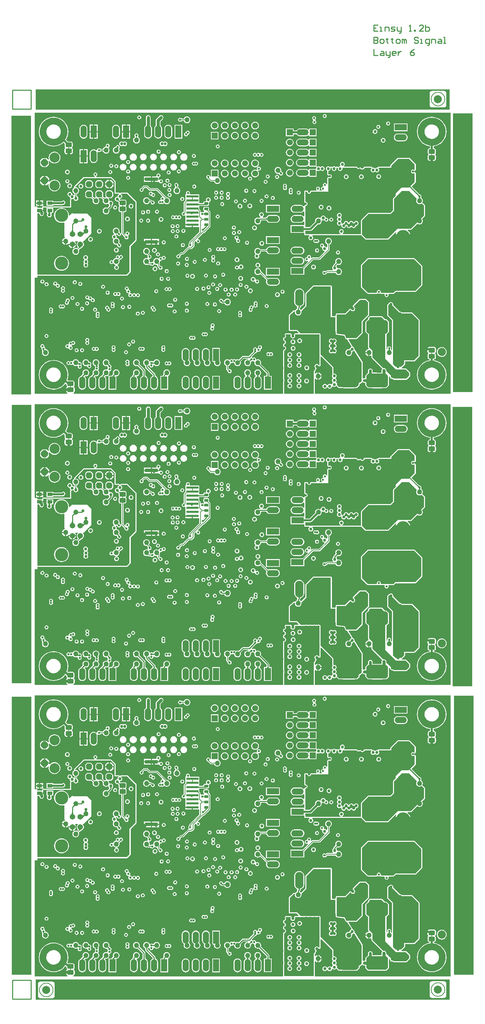
<source format=gbl>
G04*
G04 #@! TF.GenerationSoftware,Altium Limited,Altium Designer,19.1.5 (86)*
G04*
G04 Layer_Physical_Order=6*
G04 Layer_Color=16711680*
%FSLAX24Y24*%
%MOIN*%
G70*
G01*
G75*
%ADD10C,0.0070*%
G04:AMPARAMS|DCode=11|XSize=78.7mil|YSize=78.7mil|CornerRadius=39.4mil|HoleSize=0mil|Usage=FLASHONLY|Rotation=90.000|XOffset=0mil|YOffset=0mil|HoleType=Round|Shape=RoundedRectangle|*
%AMROUNDEDRECTD11*
21,1,0.0787,0.0000,0,0,90.0*
21,1,0.0000,0.0787,0,0,90.0*
1,1,0.0787,0.0000,0.0000*
1,1,0.0787,0.0000,0.0000*
1,1,0.0787,0.0000,0.0000*
1,1,0.0787,0.0000,0.0000*
%
%ADD11ROUNDEDRECTD11*%
%ADD12C,0.0100*%
%ADD13C,0.0650*%
%ADD14C,0.0080*%
G04:AMPARAMS|DCode=38|XSize=29.1mil|YSize=39.4mil|CornerRadius=5.8mil|HoleSize=0mil|Usage=FLASHONLY|Rotation=90.000|XOffset=0mil|YOffset=0mil|HoleType=Round|Shape=RoundedRectangle|*
%AMROUNDEDRECTD38*
21,1,0.0291,0.0277,0,0,90.0*
21,1,0.0175,0.0394,0,0,90.0*
1,1,0.0117,0.0139,0.0087*
1,1,0.0117,0.0139,-0.0087*
1,1,0.0117,-0.0139,-0.0087*
1,1,0.0117,-0.0139,0.0087*
%
%ADD38ROUNDEDRECTD38*%
G04:AMPARAMS|DCode=48|XSize=50mil|YSize=50mil|CornerRadius=25mil|HoleSize=0mil|Usage=FLASHONLY|Rotation=270.000|XOffset=0mil|YOffset=0mil|HoleType=Round|Shape=RoundedRectangle|*
%AMROUNDEDRECTD48*
21,1,0.0500,0.0000,0,0,270.0*
21,1,0.0000,0.0500,0,0,270.0*
1,1,0.0500,0.0000,0.0000*
1,1,0.0500,0.0000,0.0000*
1,1,0.0500,0.0000,0.0000*
1,1,0.0500,0.0000,0.0000*
%
%ADD48ROUNDEDRECTD48*%
%ADD77C,0.0200*%
%ADD82C,0.0060*%
%ADD83C,0.0120*%
%ADD84C,0.0250*%
%ADD86C,0.0220*%
%ADD88C,0.0160*%
%ADD90C,0.0300*%
%ADD95C,0.0270*%
%ADD99C,0.0500*%
%ADD101C,0.0700*%
%ADD102C,0.0400*%
%ADD103C,0.0090*%
%ADD114R,0.0591X0.0591*%
%ADD115C,0.0591*%
%ADD116O,0.0825X0.1650*%
%ADD117O,0.1181X0.0591*%
%ADD118R,0.0591X0.0591*%
G04:AMPARAMS|DCode=119|XSize=133mil|YSize=83mil|CornerRadius=0mil|HoleSize=0mil|Usage=FLASHONLY|Rotation=270.000|XOffset=0mil|YOffset=0mil|HoleType=Round|Shape=Octagon|*
%AMOCTAGOND119*
4,1,8,-0.0208,-0.0665,0.0208,-0.0665,0.0415,-0.0458,0.0415,0.0458,0.0208,0.0665,-0.0208,0.0665,-0.0415,0.0458,-0.0415,-0.0458,-0.0208,-0.0665,0.0*
%
%ADD119OCTAGOND119*%

%ADD120P,0.0671X8X22.5*%
%ADD121C,0.0540*%
%ADD122C,0.1305*%
%ADD123P,0.0758X8X292.5*%
%ADD124C,0.1000*%
%ADD125R,0.1200X0.0600*%
%ADD126O,0.1200X0.0600*%
%ADD127R,0.0600X0.1200*%
%ADD128O,0.0600X0.1200*%
%ADD129O,0.1360X0.1360*%
%ADD130R,0.1360X0.1360*%
%ADD131C,0.0800*%
%ADD132C,0.0220*%
%ADD133C,0.0300*%
%ADD134C,0.0290*%
%ADD135C,0.0320*%
G04:AMPARAMS|DCode=155|XSize=50mil|YSize=50mil|CornerRadius=25mil|HoleSize=0mil|Usage=FLASHONLY|Rotation=180.000|XOffset=0mil|YOffset=0mil|HoleType=Round|Shape=RoundedRectangle|*
%AMROUNDEDRECTD155*
21,1,0.0500,0.0000,0,0,180.0*
21,1,0.0000,0.0500,0,0,180.0*
1,1,0.0500,0.0000,0.0000*
1,1,0.0500,0.0000,0.0000*
1,1,0.0500,0.0000,0.0000*
1,1,0.0500,0.0000,0.0000*
%
%ADD155ROUNDEDRECTD155*%
%ADD156R,0.1201X0.0240*%
%ADD157R,0.1299X0.0354*%
G04:AMPARAMS|DCode=158|XSize=46mil|YSize=63mil|CornerRadius=11.5mil|HoleSize=0mil|Usage=FLASHONLY|Rotation=270.000|XOffset=0mil|YOffset=0mil|HoleType=Round|Shape=RoundedRectangle|*
%AMROUNDEDRECTD158*
21,1,0.0460,0.0400,0,0,270.0*
21,1,0.0230,0.0630,0,0,270.0*
1,1,0.0230,-0.0200,-0.0115*
1,1,0.0230,-0.0200,0.0115*
1,1,0.0230,0.0200,0.0115*
1,1,0.0230,0.0200,-0.0115*
%
%ADD158ROUNDEDRECTD158*%
%ADD159R,0.0492X0.0335*%
%ADD160R,0.0591X0.0591*%
%ADD161C,0.0850*%
G36*
X41241Y57372D02*
X306D01*
Y59370D01*
X41241D01*
Y57372D01*
D02*
G37*
G36*
X4298Y48828D02*
X4300Y48816D01*
X4304Y48804D01*
X4310Y48792D01*
X4317Y48780D01*
X4326Y48768D01*
X4336Y48756D01*
X4348Y48744D01*
X4361Y48732D01*
X4377Y48720D01*
X4169Y48692D01*
X4181Y48709D01*
X4212Y48757D01*
X4220Y48771D01*
X4226Y48784D01*
X4231Y48797D01*
X4234Y48809D01*
X4236Y48821D01*
X4237Y48832D01*
X4297Y48840D01*
X4298Y48828D01*
D02*
G37*
G36*
X8117Y50260D02*
Y49075D01*
X8522D01*
X8537Y49025D01*
X8477Y48985D01*
X8426Y48909D01*
X8408Y48819D01*
X8410Y48812D01*
X8376Y48778D01*
X8287Y48760D01*
X8211Y48709D01*
X8160Y48633D01*
X8143Y48543D01*
X8160Y48454D01*
X8211Y48377D01*
X8287Y48327D01*
X8305Y48323D01*
X8306Y48323D01*
X8306Y48321D01*
X8322Y48311D01*
X8337Y48300D01*
X8338Y48300D01*
X8340Y48299D01*
X8358Y48296D01*
X8375Y48291D01*
X8411Y48290D01*
X8422Y48289D01*
X8433Y48287D01*
X8441Y48286D01*
X8447Y48284D01*
X8451Y48282D01*
X8452Y48281D01*
X8452Y48281D01*
X8456Y48278D01*
X8471Y48270D01*
X8484Y48260D01*
X8488Y48260D01*
X8491Y48258D01*
X8500Y48257D01*
Y48049D01*
X8515Y47973D01*
X8558Y47909D01*
X8580Y47894D01*
Y47834D01*
X8558Y47820D01*
X8515Y47755D01*
X8500Y47679D01*
Y47449D01*
X8515Y47373D01*
X8558Y47309D01*
X8623Y47265D01*
X8699Y47250D01*
X8787D01*
Y45158D01*
X8787Y45158D01*
X8795Y45115D01*
X8819Y45079D01*
X9056Y44843D01*
X9058Y44826D01*
X9059Y44824D01*
X9060Y44821D01*
X9070Y44807D01*
X9079Y44792D01*
X9081Y44789D01*
X9082Y44788D01*
X9082Y44787D01*
X9083Y44784D01*
X9084Y44781D01*
X9084Y44776D01*
X9085Y44769D01*
X9085Y44760D01*
X9089Y44741D01*
X9093Y44722D01*
X9093Y44721D01*
X9093Y44721D01*
X9104Y44705D01*
X9115Y44689D01*
X9115Y44689D01*
X9116Y44688D01*
X9118Y44687D01*
X9118Y44686D01*
X9160Y44623D01*
X9223Y44581D01*
X9297Y44566D01*
X9371Y44581D01*
X9434Y44623D01*
X9476Y44686D01*
X9491Y44760D01*
X9476Y44834D01*
X9436Y44893D01*
X9440Y44916D01*
X9449Y44947D01*
X9466Y44950D01*
X9529Y44992D01*
X9571Y45055D01*
X9586Y45129D01*
X9571Y45203D01*
X9529Y45266D01*
X9466Y45308D01*
X9392Y45323D01*
X9318Y45308D01*
X9255Y45266D01*
X9213Y45203D01*
X9198Y45129D01*
X9208Y45078D01*
X9162Y45053D01*
X9011Y45205D01*
Y47250D01*
X9099D01*
X9175Y47265D01*
X9239Y47309D01*
X9282Y47373D01*
X9298Y47449D01*
Y47679D01*
X9282Y47755D01*
X9239Y47820D01*
X9218Y47834D01*
Y47894D01*
X9239Y47909D01*
X9282Y47973D01*
X9298Y48049D01*
Y48279D01*
X9282Y48355D01*
X9239Y48420D01*
X9175Y48463D01*
X9099Y48478D01*
X8699D01*
X8677Y48474D01*
X8665Y48480D01*
X8630Y48515D01*
X8629Y48526D01*
X8629Y48536D01*
X8632Y48547D01*
X8663Y48588D01*
X8733Y48602D01*
X8809Y48653D01*
X8859Y48729D01*
X8877Y48819D01*
X8859Y48909D01*
X8809Y48985D01*
X8749Y49025D01*
X8764Y49075D01*
X9349D01*
X10163Y48279D01*
X10168D01*
Y44478D01*
X9598Y43907D01*
Y41368D01*
X9312Y41083D01*
X493D01*
Y47141D01*
X661D01*
X690Y47112D01*
Y47073D01*
X706Y46993D01*
X752Y46925D01*
X819Y46880D01*
X899Y46864D01*
X979Y46880D01*
X1047Y46925D01*
X1092Y46993D01*
X1108Y47073D01*
Y47198D01*
X1108Y47198D01*
X1092Y47278D01*
X1047Y47346D01*
X1035Y47358D01*
Y47358D01*
X689D01*
Y47458D01*
X1035D01*
Y47676D01*
X1058Y47717D01*
X3830D01*
Y48502D01*
X3868Y48534D01*
X3909Y48526D01*
X3998Y48543D01*
X4019Y48557D01*
X4065Y48538D01*
X4070Y48510D01*
X4121Y48434D01*
X4197Y48383D01*
X4287Y48366D01*
X4377Y48383D01*
X4453Y48434D01*
X4504Y48510D01*
X4521Y48600D01*
X4504Y48690D01*
X4478Y48729D01*
X4478Y48732D01*
X4478Y48733D01*
X4478Y48734D01*
X4471Y48752D01*
X4466Y48770D01*
X4465Y48771D01*
X4465Y48771D01*
X4452Y48786D01*
X4440Y48800D01*
X4427Y48811D01*
X4418Y48819D01*
X4411Y48826D01*
X4405Y48832D01*
X4402Y48836D01*
X4400Y48840D01*
X4399Y48842D01*
X4399Y48847D01*
X4398Y48850D01*
X4398Y48854D01*
X4392Y48869D01*
X4388Y48885D01*
X4386Y48888D01*
X4385Y48891D01*
X4379Y48898D01*
Y49059D01*
X4433Y49082D01*
X4502Y49135D01*
X4555Y49204D01*
X4588Y49284D01*
X4600Y49370D01*
X4588Y49456D01*
X4555Y49537D01*
X4502Y49605D01*
X4433Y49658D01*
X4353Y49692D01*
X4267Y49703D01*
X4240Y49699D01*
X4216Y49747D01*
X5090Y50620D01*
X7757Y50620D01*
X8117Y50260D01*
D02*
G37*
G36*
X8527Y48521D02*
X8530Y48485D01*
X8533Y48468D01*
X8536Y48453D01*
X8541Y48439D01*
X8546Y48427D01*
X8552Y48415D01*
X8558Y48406D01*
X8566Y48397D01*
X8523Y48355D01*
X8515Y48362D01*
X8505Y48369D01*
X8494Y48375D01*
X8481Y48380D01*
X8467Y48384D01*
X8452Y48388D01*
X8436Y48390D01*
X8418Y48392D01*
X8379Y48393D01*
X8527Y48542D01*
X8527Y48521D01*
D02*
G37*
G36*
X9204Y44896D02*
X9211Y44891D01*
X9220Y44886D01*
X9228Y44882D01*
X9238Y44878D01*
X9248Y44875D01*
X9259Y44873D01*
X9271Y44871D01*
X9283Y44870D01*
X9296Y44870D01*
X9187Y44761D01*
X9187Y44774D01*
X9186Y44786D01*
X9184Y44798D01*
X9182Y44809D01*
X9179Y44819D01*
X9175Y44828D01*
X9171Y44837D01*
X9166Y44846D01*
X9160Y44853D01*
X9154Y44860D01*
X9197Y44903D01*
X9204Y44896D01*
D02*
G37*
G36*
X26466Y37988D02*
X26458Y37985D01*
X26451Y37979D01*
X26444Y37971D01*
X26439Y37962D01*
X26435Y37949D01*
X26431Y37935D01*
X26429Y37919D01*
X26427Y37900D01*
X26427Y37879D01*
X26327D01*
X26326Y37900D01*
X26325Y37919D01*
X26322Y37935D01*
X26319Y37949D01*
X26315Y37962D01*
X26309Y37971D01*
X26303Y37979D01*
X26296Y37985D01*
X26287Y37988D01*
X26278Y37989D01*
X26476D01*
X26466Y37988D01*
D02*
G37*
G36*
X33189Y38313D02*
X33189Y37103D01*
X33067Y36980D01*
X32557Y36470D01*
Y35340D01*
X32017Y34800D01*
X31027D01*
X30867Y35130D01*
X30097Y35230D01*
Y37130D01*
X30947Y37130D01*
X31414Y37597D01*
X31471Y37584D01*
X31511Y37524D01*
X31587Y37473D01*
X31677Y37456D01*
X31767Y37473D01*
X31843Y37524D01*
X31894Y37600D01*
X31911Y37690D01*
X31894Y37780D01*
X31843Y37856D01*
X31783Y37896D01*
X31770Y37953D01*
X32379Y38563D01*
X32939D01*
X33189Y38313D01*
D02*
G37*
G36*
X29497Y36860D02*
X29937D01*
Y35520D01*
X29995Y35455D01*
Y35230D01*
X29998Y35217D01*
X29998Y35204D01*
X30001Y35198D01*
X30003Y35191D01*
X30010Y35180D01*
X30016Y35168D01*
X30021Y35164D01*
X30025Y35158D01*
X30036Y35151D01*
X30046Y35142D01*
X30052Y35140D01*
X30058Y35136D01*
X30071Y35133D01*
X30084Y35129D01*
X30799Y35036D01*
X30935Y34756D01*
X30945Y34742D01*
X30955Y34728D01*
X30957Y34726D01*
X30959Y34724D01*
X30974Y34715D01*
X30988Y34706D01*
X30991Y34705D01*
X30993Y34704D01*
X31010Y34701D01*
X31027Y34698D01*
X31097D01*
X31544Y33984D01*
X31525Y33938D01*
X31517Y33937D01*
X31441Y33886D01*
X31390Y33810D01*
X31385Y33783D01*
X31384Y33783D01*
X31383Y33781D01*
X31382Y33780D01*
X31372Y33765D01*
X31362Y33749D01*
X31362Y33748D01*
X31361Y33746D01*
X31358Y33728D01*
X31355Y33710D01*
X31307Y33698D01*
X31267Y33703D01*
X31181Y33692D01*
X31100Y33658D01*
X31031Y33605D01*
X30979Y33537D01*
X30945Y33456D01*
X30934Y33370D01*
X30945Y33284D01*
X30979Y33204D01*
X31031Y33135D01*
X31100Y33082D01*
X31181Y33049D01*
X31267Y33037D01*
X31353Y33049D01*
X31433Y33082D01*
X31502Y33135D01*
X31555Y33204D01*
X31588Y33284D01*
X31600Y33370D01*
X31592Y33426D01*
X31620Y33467D01*
X31635Y33473D01*
X31638Y33474D01*
X31656Y33478D01*
X31657Y33479D01*
X31659Y33479D01*
X31673Y33491D01*
X31688Y33502D01*
X31688Y33502D01*
X31697Y33503D01*
X31760Y33546D01*
X31821Y33543D01*
X32557Y32370D01*
Y30560D01*
X32387Y30390D01*
X31780D01*
Y29955D01*
X31330Y29957D01*
X30760Y29955D01*
Y29960D01*
X30723Y29960D01*
X30743Y30390D01*
X29981D01*
X29974Y30445D01*
X30003Y30464D01*
X30054Y30540D01*
X30071Y30630D01*
X30054Y30720D01*
X30003Y30796D01*
X29966Y30820D01*
Y30870D01*
X30003Y30894D01*
X30054Y30970D01*
X30071Y31060D01*
X30054Y31150D01*
X30003Y31226D01*
X29927Y31277D01*
X29837Y31295D01*
X29797Y31287D01*
X29747Y31328D01*
X29747Y31950D01*
X28491Y33206D01*
X28491Y35163D01*
X28484Y35202D01*
X28461Y35235D01*
X28428Y35257D01*
X28389Y35265D01*
X28351D01*
X28349Y35266D01*
X28275Y35281D01*
X28201Y35266D01*
X28199Y35265D01*
X27951D01*
X27949Y35266D01*
X27875Y35281D01*
X27801Y35266D01*
X27799Y35265D01*
X27551D01*
X27549Y35266D01*
X27475Y35281D01*
X27401Y35266D01*
X27399Y35265D01*
X27151D01*
X27149Y35266D01*
X27075Y35281D01*
X27001Y35266D01*
X26999Y35265D01*
X26499D01*
X26167Y35620D01*
X25449Y35620D01*
Y37073D01*
X25894Y37453D01*
X25942Y37427D01*
X25934Y37370D01*
X25945Y37284D01*
X25979Y37204D01*
X26031Y37135D01*
X26100Y37082D01*
X26181Y37049D01*
X26267Y37037D01*
X26353Y37049D01*
X26433Y37082D01*
X26502Y37135D01*
X26555Y37204D01*
X26588Y37284D01*
X26600Y37370D01*
X26591Y37433D01*
X26599Y37483D01*
X27079Y37963D01*
Y39213D01*
X27779Y39913D01*
X29497D01*
Y36860D01*
D02*
G37*
G36*
X28389Y32126D02*
X28339Y32117D01*
X28295Y32183D01*
X28219Y32234D01*
X28129Y32252D01*
X28040Y32234D01*
X27964Y32183D01*
X27913Y32107D01*
X27895Y32017D01*
X27913Y31928D01*
X27964Y31852D01*
X27992Y31832D01*
Y31782D01*
X27964Y31763D01*
X27913Y31687D01*
X27895Y31598D01*
X27879Y31578D01*
X27827Y31570D01*
X27827Y31570D01*
Y29320D01*
X24897D01*
Y30531D01*
X24908Y30548D01*
X24923Y30623D01*
X24908Y30697D01*
X24897Y30714D01*
Y31811D01*
X24903Y31843D01*
X24897Y31874D01*
X24897Y33566D01*
X24937Y33573D01*
X25013Y33624D01*
X25064Y33700D01*
X25081Y33790D01*
X25064Y33880D01*
X25013Y33956D01*
X24937Y34007D01*
X24897Y34015D01*
Y34183D01*
X24915Y34187D01*
X24991Y34238D01*
X25042Y34314D01*
X25060Y34404D01*
X25042Y34493D01*
X24991Y34569D01*
X24915Y34620D01*
X24897Y34624D01*
Y34770D01*
X24923Y34775D01*
X24999Y34826D01*
X25050Y34902D01*
X25068Y34992D01*
X25050Y35082D01*
X25029Y35113D01*
X25056Y35163D01*
X25513D01*
X25536Y35119D01*
X25530Y35109D01*
X25512Y35019D01*
X25530Y34930D01*
X25581Y34854D01*
X25657Y34803D01*
X25747Y34785D01*
X25837Y34803D01*
X25913Y34854D01*
X25963Y34930D01*
X25981Y35019D01*
X25963Y35109D01*
X25957Y35119D01*
X25981Y35163D01*
X28389D01*
X28389Y32126D01*
D02*
G37*
G36*
X35341Y33708D02*
X35338Y33703D01*
X35335Y33697D01*
X35333Y33691D01*
X35331Y33683D01*
X35330Y33675D01*
X35328Y33665D01*
X35327Y33644D01*
X35327Y33632D01*
X35207D01*
X35207Y33644D01*
X35204Y33675D01*
X35203Y33683D01*
X35201Y33691D01*
X35199Y33697D01*
X35196Y33703D01*
X35193Y33708D01*
X35190Y33712D01*
X35344D01*
X35341Y33708D01*
D02*
G37*
G36*
X31612Y33570D02*
X31600Y33569D01*
X31588Y33567D01*
X31575Y33564D01*
X31564Y33560D01*
X31552Y33555D01*
X31540Y33549D01*
X31529Y33542D01*
X31518Y33534D01*
X31507Y33524D01*
X31496Y33514D01*
X31407Y33595D01*
X31417Y33606D01*
X31426Y33617D01*
X31434Y33628D01*
X31441Y33639D01*
X31446Y33651D01*
X31451Y33663D01*
X31454Y33675D01*
X31456Y33687D01*
X31457Y33699D01*
X31457Y33712D01*
X31612Y33570D01*
D02*
G37*
G36*
X41349Y29312D02*
X27936D01*
X27929Y29320D01*
Y30762D01*
X27956Y30780D01*
X27999Y30792D01*
X28060Y30744D01*
X28145Y30709D01*
X28187Y30704D01*
Y31050D01*
Y31397D01*
X28145Y31391D01*
X28060Y31356D01*
X27999Y31309D01*
X27956Y31320D01*
X27929Y31339D01*
Y31490D01*
X27930Y31491D01*
X27933Y31492D01*
X27945Y31503D01*
X27958Y31514D01*
X27974Y31533D01*
X27976Y31537D01*
X27980Y31541D01*
X27985Y31555D01*
X27992Y31568D01*
X27993Y31573D01*
X27995Y31578D01*
X28009Y31647D01*
X28037Y31690D01*
X28049Y31698D01*
X28056Y31705D01*
X28064Y31710D01*
X28070Y31719D01*
X28077Y31726D01*
X28081Y31735D01*
X28086Y31743D01*
X28088Y31753D01*
X28092Y31763D01*
Y31773D01*
X28094Y31782D01*
Y31832D01*
X28092Y31842D01*
Y31852D01*
X28088Y31862D01*
X28086Y31872D01*
X28081Y31880D01*
X28077Y31889D01*
X28070Y31896D01*
X28064Y31905D01*
X28056Y31910D01*
X28049Y31917D01*
X28037Y31925D01*
X28009Y31967D01*
X27999Y32017D01*
X28009Y32067D01*
X28037Y32110D01*
X28079Y32138D01*
X28129Y32148D01*
X28179Y32138D01*
X28222Y32110D01*
X28255Y32061D01*
X28268Y32047D01*
X28281Y32034D01*
X28282Y32033D01*
X28283Y32032D01*
X28300Y32025D01*
X28317Y32018D01*
X28319Y32018D01*
X28319Y32017D01*
X28338D01*
X28357Y32017D01*
X28407Y32026D01*
X28418Y32030D01*
X28428Y32032D01*
X28436Y32037D01*
X28444Y32040D01*
X28452Y32048D01*
X28461Y32054D01*
X28466Y32061D01*
X28473Y32068D01*
X28477Y32078D01*
X28484Y32087D01*
X28485Y32096D01*
X28489Y32104D01*
X28489Y32115D01*
X28491Y32126D01*
Y32970D01*
X28556Y32997D01*
X29645Y31908D01*
X29645Y31328D01*
X29646Y31323D01*
X29645Y31318D01*
X29650Y31303D01*
X29653Y31289D01*
X29671Y31226D01*
X29620Y31150D01*
X29602Y31060D01*
X29620Y30970D01*
X29671Y30894D01*
X29692Y30880D01*
Y30810D01*
X29671Y30796D01*
X29620Y30720D01*
X29602Y30630D01*
X29620Y30540D01*
X29671Y30464D01*
X29685Y30455D01*
Y30385D01*
X29671Y30376D01*
X29620Y30300D01*
X29611Y30254D01*
X29594Y30243D01*
X29535Y30228D01*
X29477Y30267D01*
X29387Y30285D01*
X29297Y30267D01*
X29221Y30216D01*
X29186Y30163D01*
X29183Y30162D01*
X29111D01*
X29108Y30163D01*
X29073Y30216D01*
X28997Y30267D01*
X28907Y30285D01*
X28817Y30267D01*
X28741Y30216D01*
X28690Y30140D01*
X28672Y30050D01*
X28690Y29960D01*
X28741Y29884D01*
X28817Y29833D01*
X28907Y29816D01*
X28997Y29833D01*
X29073Y29884D01*
X29108Y29937D01*
X29111Y29938D01*
X29183D01*
X29186Y29937D01*
X29221Y29884D01*
X29297Y29833D01*
X29387Y29816D01*
X29477Y29833D01*
X29553Y29884D01*
X29604Y29960D01*
X29613Y30006D01*
X29630Y30017D01*
X29689Y30032D01*
X29747Y29993D01*
X29837Y29976D01*
X29927Y29993D01*
X30003Y30044D01*
X30012Y30059D01*
X30082Y30066D01*
X30269Y29879D01*
X30665D01*
X30666Y29878D01*
X30680Y29868D01*
X30682Y29867D01*
X30684Y29866D01*
X30701Y29863D01*
X30719Y29858D01*
X30721Y29859D01*
X30723Y29858D01*
X30735Y29858D01*
X30741Y29857D01*
X30760Y29853D01*
X30761Y29853D01*
X30761Y29853D01*
X31330Y29855D01*
X31780Y29853D01*
X31780Y29853D01*
X31780Y29853D01*
X31799Y29857D01*
X31819Y29861D01*
X31819Y29861D01*
X31819Y29861D01*
X31834Y29871D01*
X31837D01*
X31900Y29879D01*
X32104D01*
X32351Y30127D01*
Y30288D01*
X32387D01*
X32426Y30296D01*
X32459Y30318D01*
X32587Y30446D01*
X32672Y30445D01*
X32739Y30399D01*
X32745Y30398D01*
X32745Y30398D01*
X32746Y30397D01*
X32747Y30396D01*
X32762Y30385D01*
X32777Y30375D01*
X32779Y30374D01*
X32780Y30373D01*
X32798Y30370D01*
X32816Y30366D01*
X32879Y30363D01*
X32900Y30361D01*
X32916Y30358D01*
X32916Y30358D01*
X32918Y30355D01*
X32922Y30351D01*
Y30123D01*
X33169Y29875D01*
X33521D01*
X33535Y29873D01*
X33567D01*
X33575Y29867D01*
X33580Y29865D01*
X33585Y29862D01*
X33599Y29859D01*
X33613Y29855D01*
X33618Y29855D01*
X33624Y29854D01*
X34087Y29855D01*
X34550Y29854D01*
X34554Y29855D01*
X34558Y29855D01*
X34573Y29859D01*
X34589Y29862D01*
X34592Y29864D01*
X34596Y29865D01*
X34607Y29874D01*
X34613Y29875D01*
X35004D01*
X35252Y30123D01*
Y30982D01*
X35322Y31014D01*
X35345Y30995D01*
X35345Y30993D01*
X35363Y30903D01*
X35414Y30827D01*
X35490Y30776D01*
X35579Y30758D01*
X35617Y30766D01*
X35665Y30718D01*
X35698Y30696D01*
X35737Y30688D01*
X36957D01*
X36996Y30696D01*
X37029Y30718D01*
X37029Y30718D01*
X37309Y30998D01*
X37331Y31031D01*
X37339Y31070D01*
Y31380D01*
X37331Y31419D01*
X37309Y31452D01*
X36979Y31782D01*
X36946Y31804D01*
X36907Y31812D01*
X36503D01*
X36497Y31882D01*
X36516Y31886D01*
X36549Y31908D01*
X36829Y32188D01*
X36851Y32221D01*
X36859Y32260D01*
X36859Y32498D01*
X37639D01*
X37639Y32498D01*
X37640Y32498D01*
X37727D01*
X37766Y32506D01*
X37799Y32528D01*
X38239Y32968D01*
X38261Y33001D01*
X38269Y33040D01*
Y34100D01*
Y36560D01*
X38261Y36599D01*
X38239Y36632D01*
X37566Y37305D01*
X37533Y37327D01*
X37494Y37335D01*
X36537Y37335D01*
X36523Y37356D01*
X36498Y37373D01*
X36480Y37384D01*
X36447Y37407D01*
X36357Y37425D01*
X36336Y37420D01*
X35672Y38084D01*
X35681Y38130D01*
X35664Y38220D01*
X35613Y38296D01*
X35592Y38310D01*
X35537Y38347D01*
X35447Y38365D01*
X35357Y38347D01*
X35281Y38296D01*
X35271Y38281D01*
X35250Y38277D01*
X35217Y38255D01*
X35117Y38155D01*
X35095Y38122D01*
X35087Y38083D01*
X35087Y37078D01*
X35095Y37039D01*
X35117Y37005D01*
X35555Y36568D01*
X35555Y35050D01*
X35555Y33644D01*
X35485Y33619D01*
X35433Y33658D01*
X35441Y33680D01*
X35443Y33696D01*
X35446Y33712D01*
X35445Y33714D01*
X35446Y33716D01*
X35461Y33790D01*
X35446Y33864D01*
X35404Y33927D01*
X35341Y33969D01*
X35267Y33984D01*
X35193Y33969D01*
X35130Y33927D01*
X35088Y33864D01*
X35073Y33790D01*
X35088Y33716D01*
X35088Y33714D01*
X35088Y33712D01*
X35090Y33702D01*
X35077Y33685D01*
X35069Y33678D01*
X35020Y33695D01*
X34999Y33716D01*
Y35175D01*
X35004D01*
X35252Y35423D01*
Y36418D01*
X35004Y36665D01*
X34866D01*
X34599Y36932D01*
X34566Y36954D01*
X34527Y36962D01*
X33387Y36962D01*
X33348Y36954D01*
X33315Y36932D01*
X33195Y36812D01*
X33173Y36779D01*
X33165Y36740D01*
Y36661D01*
X32922Y36418D01*
Y35423D01*
X33165Y35180D01*
Y33910D01*
X33173Y33871D01*
X33195Y33838D01*
X33195Y33838D01*
X33242Y33790D01*
X33217Y33717D01*
X33175Y33711D01*
X33090Y33676D01*
X33017Y33620D01*
X32961Y33547D01*
X32926Y33461D01*
X32920Y33420D01*
X33267D01*
Y33370D01*
X33317D01*
Y33024D01*
X33358Y33029D01*
X33443Y33064D01*
X33455Y33073D01*
X33525Y33039D01*
Y32900D01*
X33533Y32861D01*
X33555Y32828D01*
X34585Y31797D01*
X34584Y31778D01*
X34533Y31702D01*
X34515Y31613D01*
Y31436D01*
X34465Y31387D01*
X33629Y31399D01*
X33627Y31409D01*
X33622Y31434D01*
X33620Y31465D01*
X33624Y31470D01*
X33641Y31560D01*
X33624Y31650D01*
X33573Y31726D01*
X33497Y31777D01*
X33407Y31795D01*
X33317Y31777D01*
X33241Y31726D01*
X33190Y31650D01*
X33172Y31560D01*
X33190Y31470D01*
X33194Y31465D01*
X33194Y31464D01*
X33191Y31429D01*
X33187Y31401D01*
X33182Y31380D01*
X33176Y31366D01*
X33176Y31365D01*
X33169D01*
X33161Y31357D01*
X33158Y31356D01*
X33144Y31352D01*
X33140Y31349D01*
X33134Y31347D01*
X33124Y31337D01*
X33112Y31329D01*
X33109Y31324D01*
X33105Y31320D01*
X33099Y31307D01*
X33092Y31295D01*
X33091Y31289D01*
X33089Y31285D01*
X32922Y31118D01*
Y30895D01*
X32868Y30850D01*
X32847Y30855D01*
X32757Y30837D01*
X32729Y30818D01*
X32659Y30855D01*
Y32370D01*
X32657Y32378D01*
X32657Y32387D01*
X32653Y32398D01*
X32651Y32409D01*
X32646Y32416D01*
X32643Y32424D01*
X31907Y33598D01*
X31901Y33604D01*
X31896Y33612D01*
X31887Y33619D01*
X31880Y33626D01*
X31872Y33630D01*
X31864Y33636D01*
X31854Y33638D01*
X31844Y33643D01*
X31840Y33713D01*
X31841Y33720D01*
X31824Y33810D01*
X31773Y33886D01*
X31697Y33937D01*
X31646Y33983D01*
X31645Y33992D01*
X31645Y34001D01*
X31641Y34011D01*
X31639Y34022D01*
X31634Y34030D01*
X31631Y34038D01*
X31255Y34637D01*
X31289Y34698D01*
X32017D01*
X32056Y34706D01*
X32089Y34728D01*
X32629Y35268D01*
X32651Y35301D01*
X32659Y35340D01*
Y36428D01*
X33139Y36908D01*
X33261Y37030D01*
X33284Y37064D01*
X33291Y37103D01*
X33291Y38313D01*
X33284Y38352D01*
X33261Y38385D01*
X33011Y38635D01*
X33011Y38635D01*
X32978Y38657D01*
X32939Y38665D01*
X32379D01*
X32340Y38657D01*
X32307Y38635D01*
X31698Y38025D01*
X31691Y38016D01*
X31684Y38007D01*
X31680Y37999D01*
X31676Y37992D01*
X31673Y37981D01*
X31669Y37970D01*
X31670Y37962D01*
X31668Y37953D01*
X31670Y37942D01*
X31671Y37930D01*
X31684Y37873D01*
X31691Y37856D01*
X31698Y37839D01*
X31699Y37838D01*
X31700Y37837D01*
X31713Y37824D01*
X31727Y37811D01*
X31769Y37782D01*
X31797Y37740D01*
X31807Y37690D01*
X31797Y37640D01*
X31769Y37598D01*
X31727Y37569D01*
X31677Y37560D01*
X31627Y37569D01*
X31585Y37598D01*
X31556Y37640D01*
X31543Y37653D01*
X31530Y37667D01*
X31529Y37667D01*
X31528Y37669D01*
X31511Y37676D01*
X31494Y37683D01*
X31437Y37696D01*
X31425Y37697D01*
X31414Y37699D01*
X31405Y37697D01*
X31397Y37698D01*
X31386Y37693D01*
X31375Y37691D01*
X31368Y37686D01*
X31360Y37683D01*
X31351Y37675D01*
X31342Y37669D01*
X30905Y37232D01*
X30097Y37232D01*
X30058Y37224D01*
X30025Y37202D01*
X30003Y37169D01*
X29995Y37130D01*
Y37019D01*
X29937Y36962D01*
X29599D01*
Y39913D01*
X29591Y39952D01*
X29569Y39985D01*
X29536Y40007D01*
X29497Y40015D01*
X27779D01*
X27740Y40007D01*
X27707Y39985D01*
X27007Y39285D01*
X26985Y39252D01*
X26977Y39213D01*
Y38005D01*
X26573Y37600D01*
X26503Y37605D01*
X26502Y37605D01*
X26437Y37656D01*
X26433Y37664D01*
X26426Y37737D01*
X26471Y37781D01*
X26479Y37794D01*
X26481Y37795D01*
X26497Y37805D01*
X26498Y37806D01*
X26499Y37807D01*
X26509Y37823D01*
X26520Y37838D01*
X26520Y37839D01*
X26521Y37840D01*
X26525Y37859D01*
X26529Y37877D01*
X26529Y37895D01*
X26530Y37904D01*
X26536Y37909D01*
X26548Y37917D01*
X26551Y37922D01*
X26556Y37926D01*
X26558Y37929D01*
X26625Y37957D01*
X26728Y38036D01*
X26807Y38139D01*
X26857Y38259D01*
X26874Y38388D01*
Y39213D01*
X26857Y39341D01*
X26807Y39461D01*
X26728Y39564D01*
X26625Y39643D01*
X26505Y39692D01*
X26377Y39709D01*
X26248Y39692D01*
X26128Y39643D01*
X26026Y39564D01*
X25947Y39461D01*
X25897Y39341D01*
X25880Y39213D01*
Y38388D01*
X25897Y38259D01*
X25947Y38139D01*
X26026Y38036D01*
X26128Y37957D01*
X26160Y37944D01*
X26178Y37868D01*
X26173Y37859D01*
X26144Y37816D01*
X26134Y37765D01*
Y37672D01*
X26100Y37658D01*
X26031Y37605D01*
X26002Y37567D01*
X25941Y37544D01*
X25923Y37549D01*
X25905Y37554D01*
X25904Y37554D01*
X25902Y37554D01*
X25884Y37552D01*
X25865Y37551D01*
X25864Y37550D01*
X25863Y37550D01*
X25847Y37541D01*
X25830Y37532D01*
X25829Y37531D01*
X25828Y37530D01*
X25383Y37150D01*
X25381Y37147D01*
X25377Y37145D01*
X25368Y37131D01*
X25359Y37119D01*
X25357Y37115D01*
X25355Y37112D01*
X25352Y37096D01*
X25348Y37081D01*
X25348Y37077D01*
X25347Y37073D01*
Y35620D01*
X25355Y35581D01*
X25377Y35548D01*
X25410Y35526D01*
X25449Y35518D01*
X26123Y35518D01*
X26299Y35329D01*
X26272Y35265D01*
X25981D01*
X25966Y35262D01*
X25951Y35260D01*
X25947Y35258D01*
X25942Y35257D01*
X25929Y35248D01*
X25916Y35241D01*
X25913Y35238D01*
X25909Y35235D01*
X25900Y35222D01*
X25891Y35211D01*
X25867Y35167D01*
X25863Y35152D01*
X25857Y35138D01*
Y35133D01*
X25856Y35129D01*
X25857Y35114D01*
Y35099D01*
X25859Y35094D01*
X25860Y35089D01*
X25866Y35077D01*
X25877Y35019D01*
X25867Y34969D01*
X25839Y34927D01*
X25797Y34899D01*
X25747Y34889D01*
X25697Y34899D01*
X25654Y34927D01*
X25626Y34969D01*
X25616Y35019D01*
X25628Y35077D01*
X25634Y35089D01*
X25634Y35094D01*
X25636Y35099D01*
Y35114D01*
X25638Y35129D01*
X25636Y35133D01*
Y35138D01*
X25631Y35152D01*
X25626Y35167D01*
X25603Y35211D01*
X25593Y35222D01*
X25585Y35235D01*
X25581Y35238D01*
X25577Y35241D01*
X25564Y35248D01*
X25552Y35257D01*
X25547Y35258D01*
X25542Y35260D01*
X25528Y35262D01*
X25513Y35265D01*
X25056D01*
X25041Y35262D01*
X25026Y35260D01*
X25022Y35258D01*
X25017Y35257D01*
X25005Y35248D01*
X24991Y35241D01*
X24988Y35238D01*
X24984Y35235D01*
X24976Y35222D01*
X24966Y35211D01*
X24939Y35161D01*
X24935Y35146D01*
X24929Y35133D01*
Y35127D01*
X24928Y35123D01*
X24929Y35108D01*
Y35093D01*
X24931Y35088D01*
X24932Y35083D01*
X24939Y35070D01*
X24945Y35056D01*
X24954Y35042D01*
X24964Y34992D01*
X24954Y34942D01*
X24926Y34899D01*
X24883Y34871D01*
X24877Y34870D01*
X24868Y34866D01*
X24858Y34864D01*
X24849Y34859D01*
X24840Y34855D01*
X24833Y34848D01*
X24825Y34842D01*
X24819Y34834D01*
X24812Y34827D01*
X24808Y34817D01*
X24803Y34809D01*
X24801Y34799D01*
X24797Y34790D01*
Y34780D01*
X24795Y34770D01*
Y34624D01*
X24797Y34614D01*
Y34604D01*
X24801Y34595D01*
X24803Y34585D01*
X24808Y34577D01*
X24812Y34567D01*
X24819Y34560D01*
X24825Y34552D01*
X24833Y34546D01*
X24840Y34539D01*
X24849Y34535D01*
X24858Y34530D01*
X24868Y34528D01*
X24874Y34525D01*
X24918Y34496D01*
X24946Y34454D01*
X24956Y34404D01*
X24946Y34354D01*
X24918Y34311D01*
X24874Y34282D01*
X24868Y34279D01*
X24858Y34278D01*
X24849Y34272D01*
X24840Y34268D01*
X24833Y34261D01*
X24825Y34255D01*
X24819Y34247D01*
X24812Y34240D01*
X24808Y34231D01*
X24803Y34222D01*
X24801Y34212D01*
X24797Y34203D01*
Y34193D01*
X24795Y34183D01*
Y34015D01*
X24797Y34005D01*
Y33995D01*
X24801Y33985D01*
X24803Y33976D01*
X24808Y33967D01*
X24812Y33958D01*
X24819Y33951D01*
X24825Y33943D01*
X24833Y33937D01*
X24840Y33930D01*
X24849Y33926D01*
X24858Y33920D01*
X24868Y33918D01*
X24877Y33915D01*
X24897Y33911D01*
X24939Y33882D01*
X24967Y33840D01*
X24977Y33790D01*
X24967Y33740D01*
X24939Y33698D01*
X24897Y33669D01*
X24877Y33666D01*
X24868Y33662D01*
X24858Y33660D01*
X24849Y33654D01*
X24840Y33650D01*
X24833Y33643D01*
X24825Y33638D01*
X24819Y33629D01*
X24812Y33622D01*
X24808Y33613D01*
X24803Y33605D01*
X24801Y33595D01*
X24797Y33585D01*
Y33575D01*
X24795Y33566D01*
X24795Y31874D01*
X24797Y31864D01*
Y31854D01*
X24799Y31843D01*
X24797Y31831D01*
Y31821D01*
X24795Y31811D01*
Y30714D01*
X24797Y30704D01*
Y30694D01*
X24801Y30685D01*
X24803Y30675D01*
X24808Y30667D01*
X24812Y30657D01*
X24812Y30657D01*
X24819Y30623D01*
X24812Y30588D01*
X24812Y30588D01*
X24808Y30579D01*
X24803Y30570D01*
X24801Y30560D01*
X24797Y30551D01*
Y30541D01*
X24795Y30531D01*
Y29320D01*
X24788Y29312D01*
X4055D01*
X4046Y29339D01*
X4043Y29382D01*
X4104Y29423D01*
X4152Y29494D01*
X4169Y29578D01*
Y29808D01*
X4152Y29891D01*
X4104Y29963D01*
X4092Y29971D01*
X4099Y30050D01*
X4133Y30102D01*
X4148Y30178D01*
Y30408D01*
X4133Y30484D01*
X4090Y30548D01*
X4025Y30591D01*
X3949Y30606D01*
X3549D01*
X3500Y30597D01*
X3437Y30660D01*
X3466Y30730D01*
X3519Y30953D01*
X3537Y31181D01*
X3519Y31409D01*
X3466Y31632D01*
X3378Y31844D01*
X3258Y32039D01*
X3110Y32213D01*
X2936Y32362D01*
X2740Y32481D01*
X2529Y32569D01*
X2306Y32622D01*
X2078Y32640D01*
X1850Y32622D01*
X1627Y32569D01*
X1415Y32481D01*
X1220Y32362D01*
X1046Y32213D01*
X897Y32039D01*
X778Y31844D01*
X690Y31632D01*
X637Y31409D01*
X619Y31181D01*
X637Y30953D01*
X690Y30730D01*
X778Y30519D01*
X897Y30323D01*
X1046Y30149D01*
X1220Y30001D01*
X1415Y29881D01*
X1627Y29793D01*
X1850Y29740D01*
X2078Y29722D01*
X2306Y29740D01*
X2529Y29793D01*
X2740Y29881D01*
X2936Y30001D01*
X3110Y30149D01*
X3223Y30282D01*
X3293Y30285D01*
X3351Y30227D01*
Y30178D01*
X3366Y30102D01*
X3400Y30050D01*
X3406Y29971D01*
X3394Y29963D01*
X3347Y29891D01*
X3330Y29808D01*
Y29578D01*
X3347Y29494D01*
X3394Y29423D01*
X3455Y29382D01*
X3453Y29339D01*
X3444Y29312D01*
X209D01*
Y40765D01*
X493D01*
Y40981D01*
X9312D01*
X9351Y40988D01*
X9384Y41011D01*
X9670Y41296D01*
X9692Y41329D01*
X9700Y41368D01*
Y43865D01*
X10241Y44406D01*
X10263Y44439D01*
X10270Y44478D01*
Y48279D01*
X10263Y48318D01*
X10241Y48351D01*
X10223Y48363D01*
X9421Y49148D01*
X9404Y49158D01*
X9388Y49169D01*
X9388Y49169D01*
X9387Y49169D01*
X9368Y49173D01*
X9349Y49177D01*
X8764D01*
X8759Y49176D01*
X8754Y49176D01*
X8740Y49172D01*
X8725Y49169D01*
X8721Y49166D01*
X8716Y49165D01*
X8704Y49155D01*
X8692Y49147D01*
X8689Y49143D01*
X8685Y49139D01*
X8682Y49133D01*
X8677Y49131D01*
X8659Y49126D01*
X8626D01*
X8609Y49131D01*
X8604Y49133D01*
X8601Y49139D01*
X8597Y49143D01*
X8594Y49147D01*
X8581Y49155D01*
X8570Y49165D01*
X8565Y49166D01*
X8561Y49169D01*
X8546Y49172D01*
X8532Y49176D01*
X8527Y49176D01*
X8522Y49177D01*
X8219D01*
Y50260D01*
X8211Y50299D01*
X8189Y50332D01*
X7829Y50692D01*
X7796Y50714D01*
X7757Y50722D01*
X6341Y50722D01*
X6298Y50787D01*
X6299Y50792D01*
X6356Y50831D01*
X6398Y50893D01*
X6413Y50968D01*
X6398Y51042D01*
X6356Y51105D01*
X6294Y51147D01*
X6219Y51161D01*
X6145Y51147D01*
X6082Y51105D01*
X6040Y51042D01*
X6026Y50968D01*
X6040Y50893D01*
X6082Y50831D01*
X6140Y50792D01*
X6141Y50787D01*
X6098Y50722D01*
X5090D01*
X5051Y50714D01*
X5018Y50692D01*
X4144Y49819D01*
X4142Y49816D01*
X4140Y49814D01*
X4131Y49800D01*
X4122Y49786D01*
X4121Y49782D01*
X4120Y49779D01*
X4118Y49763D01*
X4114Y49747D01*
X4115Y49743D01*
X4115Y49740D01*
X4119Y49724D01*
X4122Y49708D01*
X4100Y49658D01*
X4031Y49605D01*
X3979Y49537D01*
X3945Y49456D01*
X3934Y49370D01*
X3945Y49284D01*
X3979Y49204D01*
X4031Y49135D01*
X4100Y49082D01*
X4155Y49059D01*
Y48932D01*
X4085Y48910D01*
X4074Y48926D01*
X3998Y48977D01*
X3916Y48993D01*
X3921Y49020D01*
X3904Y49110D01*
X3853Y49186D01*
X3777Y49237D01*
X3687Y49255D01*
X3597Y49237D01*
X3521Y49186D01*
X3470Y49110D01*
X3452Y49020D01*
X3470Y48930D01*
X3521Y48854D01*
X3597Y48803D01*
X3679Y48787D01*
X3674Y48760D01*
X3692Y48670D01*
X3743Y48594D01*
X3736Y48541D01*
X3733Y48526D01*
X3728Y48512D01*
X3729Y48507D01*
X3728Y48502D01*
Y47818D01*
X1134D01*
X1070Y47831D01*
X1044Y47860D01*
X1035Y47885D01*
X1035Y47900D01*
X1035Y47900D01*
Y48087D01*
X739D01*
Y47869D01*
X969D01*
X972Y47869D01*
X1004Y47808D01*
X1000Y47799D01*
X994Y47796D01*
X990Y47792D01*
X986Y47789D01*
X977Y47777D01*
X968Y47765D01*
X946Y47725D01*
X944Y47719D01*
X941Y47715D01*
X938Y47700D01*
X934Y47687D01*
X875Y47656D01*
X493D01*
Y47788D01*
X489Y47793D01*
X209D01*
Y57066D01*
X41349D01*
X41349Y29312D01*
D02*
G37*
G36*
X36379Y37233D02*
X37494Y37233D01*
X38167Y36560D01*
Y34100D01*
Y33040D01*
X37727Y32600D01*
X36757D01*
X36757Y32260D01*
X36477Y31980D01*
X35917Y31980D01*
X35657Y32240D01*
X35657Y35050D01*
X35657Y36610D01*
X35189Y37078D01*
X35189Y38083D01*
X35289Y38183D01*
X35429Y38183D01*
X36379Y37233D01*
D02*
G37*
G36*
X34527Y36860D02*
X34897Y36490D01*
Y32760D01*
X35947Y31710D01*
X36907D01*
X37237Y31380D01*
Y31070D01*
X36957Y30790D01*
X35737D01*
X34984Y31543D01*
Y31613D01*
X34966Y31702D01*
X34915Y31778D01*
X34839Y31829D01*
X34749Y31847D01*
X34691Y31836D01*
X33627Y32900D01*
X33627Y33550D01*
X33267Y33910D01*
X33267Y36740D01*
X33387Y36860D01*
X34527Y36860D01*
D02*
G37*
G36*
X33004Y30409D02*
X33002Y30420D01*
X32997Y30430D01*
X32988Y30439D01*
X32975Y30446D01*
X32958Y30453D01*
X32938Y30458D01*
X32914Y30462D01*
X32886Y30465D01*
X32819Y30468D01*
Y30718D01*
X32854Y30718D01*
X32914Y30723D01*
X32938Y30727D01*
X32958Y30732D01*
X32975Y30739D01*
X32988Y30746D01*
X32997Y30755D01*
X33002Y30765D01*
X33004Y30776D01*
Y30409D01*
D02*
G37*
G36*
X33518Y31460D02*
X33521Y31422D01*
X33527Y31388D01*
X33534Y31358D01*
X33544Y31333D01*
X33556Y31313D01*
X33570Y31298D01*
X33585Y31288D01*
Y31298D01*
X34550Y31284D01*
X34486Y30810D01*
X34599Y30808D01*
X34525Y30296D01*
X34550Y29956D01*
X34087Y29957D01*
X33624Y29956D01*
X33651Y30204D01*
X33604Y30447D01*
X33585Y30448D01*
Y30548D01*
X33535Y30808D01*
X33585Y30809D01*
Y31278D01*
X33188Y31260D01*
X33208Y31263D01*
X33227Y31271D01*
X33243Y31284D01*
X33258Y31301D01*
X33270Y31323D01*
X33279Y31350D01*
X33287Y31382D01*
X33292Y31418D01*
X33296Y31458D01*
X33297Y31504D01*
X33517D01*
X33518Y31460D01*
D02*
G37*
G36*
X43523Y29475D02*
X43523Y29475D01*
X41584D01*
Y56995D01*
X43523D01*
X43523Y29475D01*
D02*
G37*
G36*
X-137Y29244D02*
X-137Y29244D01*
X-2076D01*
Y56764D01*
X-137D01*
X-137Y29244D01*
D02*
G37*
G36*
X4298Y20048D02*
X4300Y20036D01*
X4304Y20024D01*
X4310Y20012D01*
X4317Y20000D01*
X4326Y19988D01*
X4336Y19977D01*
X4348Y19965D01*
X4361Y19953D01*
X4377Y19941D01*
X4169Y19913D01*
X4181Y19930D01*
X4212Y19977D01*
X4220Y19991D01*
X4226Y20005D01*
X4231Y20018D01*
X4234Y20030D01*
X4236Y20041D01*
X4237Y20052D01*
X4297Y20060D01*
X4298Y20048D01*
D02*
G37*
G36*
X8117Y21481D02*
Y20295D01*
X8522D01*
X8537Y20245D01*
X8477Y20205D01*
X8426Y20129D01*
X8408Y20039D01*
X8410Y20033D01*
X8376Y19998D01*
X8287Y19980D01*
X8211Y19930D01*
X8160Y19854D01*
X8143Y19764D01*
X8160Y19674D01*
X8211Y19598D01*
X8287Y19547D01*
X8305Y19544D01*
X8306Y19543D01*
X8306Y19542D01*
X8322Y19532D01*
X8337Y19521D01*
X8338Y19520D01*
X8340Y19520D01*
X8358Y19516D01*
X8375Y19512D01*
X8411Y19511D01*
X8422Y19510D01*
X8433Y19508D01*
X8441Y19506D01*
X8447Y19504D01*
X8451Y19503D01*
X8452Y19502D01*
X8452Y19502D01*
X8456Y19498D01*
X8471Y19490D01*
X8484Y19481D01*
X8488Y19480D01*
X8491Y19478D01*
X8500Y19477D01*
Y19270D01*
X8515Y19194D01*
X8558Y19129D01*
X8580Y19115D01*
Y19055D01*
X8558Y19040D01*
X8515Y18976D01*
X8500Y18900D01*
Y18670D01*
X8515Y18594D01*
X8558Y18529D01*
X8623Y18486D01*
X8699Y18471D01*
X8787D01*
Y16379D01*
X8787Y16379D01*
X8795Y16336D01*
X8819Y16299D01*
X9056Y16063D01*
X9058Y16047D01*
X9059Y16044D01*
X9060Y16042D01*
X9070Y16027D01*
X9079Y16012D01*
X9081Y16009D01*
X9082Y16009D01*
X9082Y16007D01*
X9083Y16005D01*
X9084Y16001D01*
X9084Y15996D01*
X9085Y15990D01*
X9085Y15980D01*
X9089Y15961D01*
X9093Y15943D01*
X9093Y15942D01*
X9093Y15941D01*
X9104Y15925D01*
X9115Y15910D01*
X9115Y15909D01*
X9116Y15908D01*
X9118Y15907D01*
X9118Y15906D01*
X9160Y15844D01*
X9223Y15802D01*
X9297Y15787D01*
X9371Y15802D01*
X9434Y15844D01*
X9476Y15906D01*
X9491Y15981D01*
X9476Y16055D01*
X9436Y16114D01*
X9440Y16136D01*
X9449Y16167D01*
X9466Y16171D01*
X9529Y16213D01*
X9571Y16276D01*
X9586Y16350D01*
X9571Y16424D01*
X9529Y16487D01*
X9466Y16529D01*
X9392Y16543D01*
X9318Y16529D01*
X9255Y16487D01*
X9213Y16424D01*
X9198Y16350D01*
X9208Y16298D01*
X9162Y16274D01*
X9011Y16425D01*
Y18471D01*
X9099D01*
X9175Y18486D01*
X9239Y18529D01*
X9282Y18594D01*
X9298Y18670D01*
Y18900D01*
X9282Y18976D01*
X9239Y19040D01*
X9218Y19055D01*
Y19115D01*
X9239Y19129D01*
X9282Y19194D01*
X9298Y19270D01*
Y19500D01*
X9282Y19576D01*
X9239Y19640D01*
X9175Y19683D01*
X9099Y19698D01*
X8699D01*
X8677Y19694D01*
X8665Y19700D01*
X8630Y19735D01*
X8629Y19746D01*
X8629Y19757D01*
X8632Y19768D01*
X8663Y19809D01*
X8733Y19823D01*
X8809Y19874D01*
X8859Y19950D01*
X8877Y20039D01*
X8859Y20129D01*
X8809Y20205D01*
X8749Y20245D01*
X8764Y20295D01*
X9349D01*
X10163Y19500D01*
X10168D01*
Y15699D01*
X9598Y15128D01*
Y12589D01*
X9312Y12303D01*
X493D01*
Y18362D01*
X661D01*
X690Y18332D01*
Y18293D01*
X706Y18213D01*
X752Y18145D01*
X819Y18100D01*
X899Y18084D01*
X979Y18100D01*
X1047Y18145D01*
X1092Y18213D01*
X1108Y18293D01*
Y18419D01*
X1108Y18419D01*
X1092Y18499D01*
X1047Y18567D01*
X1035Y18578D01*
Y18579D01*
X689D01*
Y18679D01*
X1035D01*
Y18896D01*
X1058Y18937D01*
X3830D01*
Y19722D01*
X3868Y19754D01*
X3909Y19746D01*
X3998Y19764D01*
X4019Y19777D01*
X4065Y19758D01*
X4070Y19731D01*
X4121Y19655D01*
X4197Y19604D01*
X4287Y19586D01*
X4377Y19604D01*
X4453Y19655D01*
X4504Y19731D01*
X4521Y19821D01*
X4504Y19910D01*
X4478Y19949D01*
X4478Y19953D01*
X4478Y19954D01*
X4478Y19954D01*
X4471Y19972D01*
X4466Y19991D01*
X4465Y19991D01*
X4465Y19992D01*
X4452Y20006D01*
X4440Y20021D01*
X4427Y20031D01*
X4418Y20039D01*
X4411Y20046D01*
X4405Y20052D01*
X4402Y20057D01*
X4400Y20060D01*
X4399Y20062D01*
X4399Y20067D01*
X4398Y20070D01*
X4398Y20074D01*
X4392Y20090D01*
X4388Y20105D01*
X4386Y20108D01*
X4385Y20112D01*
X4379Y20118D01*
Y20280D01*
X4433Y20302D01*
X4502Y20355D01*
X4555Y20424D01*
X4588Y20504D01*
X4600Y20591D01*
X4588Y20677D01*
X4555Y20757D01*
X4502Y20826D01*
X4433Y20879D01*
X4353Y20912D01*
X4267Y20923D01*
X4240Y20920D01*
X4216Y20967D01*
X5090Y21841D01*
X7757Y21841D01*
X8117Y21481D01*
D02*
G37*
G36*
X8527Y19742D02*
X8530Y19705D01*
X8533Y19689D01*
X8536Y19674D01*
X8541Y19660D01*
X8546Y19647D01*
X8552Y19636D01*
X8558Y19626D01*
X8566Y19617D01*
X8523Y19575D01*
X8515Y19583D01*
X8505Y19589D01*
X8494Y19595D01*
X8481Y19600D01*
X8467Y19605D01*
X8452Y19608D01*
X8436Y19611D01*
X8418Y19613D01*
X8379Y19614D01*
X8527Y19762D01*
X8527Y19742D01*
D02*
G37*
G36*
X9204Y16117D02*
X9211Y16111D01*
X9220Y16106D01*
X9228Y16102D01*
X9238Y16098D01*
X9248Y16095D01*
X9259Y16093D01*
X9271Y16092D01*
X9283Y16091D01*
X9296Y16091D01*
X9187Y15982D01*
X9187Y15994D01*
X9186Y16007D01*
X9184Y16018D01*
X9182Y16029D01*
X9179Y16039D01*
X9175Y16049D01*
X9171Y16058D01*
X9166Y16066D01*
X9160Y16074D01*
X9154Y16081D01*
X9197Y16123D01*
X9204Y16117D01*
D02*
G37*
G36*
X26466Y9208D02*
X26458Y9205D01*
X26451Y9200D01*
X26444Y9192D01*
X26439Y9182D01*
X26435Y9170D01*
X26431Y9156D01*
X26429Y9139D01*
X26427Y9121D01*
X26427Y9100D01*
X26327D01*
X26326Y9121D01*
X26325Y9139D01*
X26322Y9156D01*
X26319Y9170D01*
X26315Y9182D01*
X26309Y9192D01*
X26303Y9200D01*
X26296Y9205D01*
X26287Y9208D01*
X26278Y9209D01*
X26476D01*
X26466Y9208D01*
D02*
G37*
G36*
X33189Y9533D02*
X33189Y8323D01*
X33067Y8201D01*
X32557Y7691D01*
Y6561D01*
X32017Y6021D01*
X31027D01*
X30867Y6351D01*
X30097Y6451D01*
Y8351D01*
X30947Y8351D01*
X31414Y8817D01*
X31471Y8804D01*
X31511Y8745D01*
X31587Y8694D01*
X31677Y8676D01*
X31767Y8694D01*
X31843Y8745D01*
X31894Y8821D01*
X31911Y8911D01*
X31894Y9000D01*
X31843Y9076D01*
X31783Y9116D01*
X31770Y9174D01*
X32379Y9783D01*
X32939D01*
X33189Y9533D01*
D02*
G37*
G36*
X29497Y8081D02*
X29937D01*
Y6741D01*
X29995Y6675D01*
Y6451D01*
X29998Y6437D01*
X29998Y6424D01*
X30001Y6418D01*
X30003Y6412D01*
X30010Y6400D01*
X30016Y6388D01*
X30021Y6384D01*
X30025Y6378D01*
X30036Y6371D01*
X30046Y6362D01*
X30052Y6360D01*
X30058Y6356D01*
X30071Y6354D01*
X30084Y6349D01*
X30799Y6257D01*
X30935Y5976D01*
X30945Y5963D01*
X30955Y5948D01*
X30957Y5947D01*
X30959Y5944D01*
X30974Y5936D01*
X30988Y5926D01*
X30991Y5926D01*
X30993Y5924D01*
X31010Y5922D01*
X31027Y5919D01*
X31097D01*
X31544Y5205D01*
X31525Y5159D01*
X31517Y5157D01*
X31441Y5106D01*
X31390Y5030D01*
X31385Y5004D01*
X31384Y5003D01*
X31383Y5002D01*
X31382Y5001D01*
X31372Y4985D01*
X31362Y4970D01*
X31362Y4968D01*
X31361Y4967D01*
X31358Y4949D01*
X31355Y4931D01*
X31307Y4918D01*
X31267Y4923D01*
X31181Y4912D01*
X31100Y4879D01*
X31031Y4826D01*
X30979Y4757D01*
X30945Y4677D01*
X30934Y4591D01*
X30945Y4504D01*
X30979Y4424D01*
X31031Y4355D01*
X31100Y4302D01*
X31181Y4269D01*
X31267Y4258D01*
X31353Y4269D01*
X31433Y4302D01*
X31502Y4355D01*
X31555Y4424D01*
X31588Y4504D01*
X31600Y4591D01*
X31592Y4646D01*
X31620Y4688D01*
X31635Y4693D01*
X31638Y4694D01*
X31656Y4698D01*
X31657Y4699D01*
X31659Y4700D01*
X31673Y4711D01*
X31688Y4722D01*
X31688Y4722D01*
X31697Y4724D01*
X31760Y4766D01*
X31821Y4764D01*
X32557Y3591D01*
Y1781D01*
X32387Y1611D01*
X31780D01*
Y1176D01*
X31330Y1178D01*
X30760Y1176D01*
Y1181D01*
X30723Y1181D01*
X30743Y1611D01*
X29981D01*
X29974Y1666D01*
X30003Y1685D01*
X30054Y1761D01*
X30071Y1851D01*
X30054Y1940D01*
X30003Y2016D01*
X29966Y2041D01*
Y2091D01*
X30003Y2115D01*
X30054Y2191D01*
X30071Y2281D01*
X30054Y2370D01*
X30003Y2446D01*
X29927Y2497D01*
X29837Y2515D01*
X29797Y2507D01*
X29747Y2548D01*
X29747Y3171D01*
X28491Y4426D01*
X28491Y6383D01*
X28484Y6422D01*
X28461Y6455D01*
X28428Y6477D01*
X28389Y6485D01*
X28351D01*
X28349Y6486D01*
X28275Y6501D01*
X28201Y6486D01*
X28199Y6485D01*
X27951D01*
X27949Y6486D01*
X27875Y6501D01*
X27801Y6486D01*
X27799Y6485D01*
X27551D01*
X27549Y6486D01*
X27475Y6501D01*
X27401Y6486D01*
X27399Y6485D01*
X27151D01*
X27149Y6486D01*
X27075Y6501D01*
X27001Y6486D01*
X26999Y6485D01*
X26499D01*
X26167Y6841D01*
X25449Y6841D01*
Y8293D01*
X25894Y8673D01*
X25942Y8648D01*
X25934Y8591D01*
X25945Y8504D01*
X25979Y8424D01*
X26031Y8355D01*
X26100Y8302D01*
X26181Y8269D01*
X26267Y8258D01*
X26353Y8269D01*
X26433Y8302D01*
X26502Y8355D01*
X26555Y8424D01*
X26588Y8504D01*
X26600Y8591D01*
X26591Y8653D01*
X26599Y8703D01*
X27079Y9183D01*
Y10433D01*
X27779Y11133D01*
X29497D01*
Y8081D01*
D02*
G37*
G36*
X28389Y3347D02*
X28339Y3338D01*
X28295Y3404D01*
X28219Y3455D01*
X28129Y3472D01*
X28040Y3455D01*
X27964Y3404D01*
X27913Y3328D01*
X27895Y3238D01*
X27913Y3148D01*
X27964Y3072D01*
X27992Y3053D01*
Y3003D01*
X27964Y2984D01*
X27913Y2908D01*
X27895Y2818D01*
X27879Y2799D01*
X27827Y2791D01*
X27827Y2791D01*
Y541D01*
X24897D01*
Y1752D01*
X24908Y1769D01*
X24923Y1843D01*
X24908Y1917D01*
X24897Y1934D01*
Y3032D01*
X24903Y3063D01*
X24897Y3094D01*
X24897Y4786D01*
X24937Y4794D01*
X25013Y4845D01*
X25064Y4921D01*
X25081Y5011D01*
X25064Y5100D01*
X25013Y5176D01*
X24937Y5227D01*
X24897Y5235D01*
Y5404D01*
X24915Y5407D01*
X24991Y5458D01*
X25042Y5534D01*
X25060Y5624D01*
X25042Y5714D01*
X24991Y5790D01*
X24915Y5841D01*
X24897Y5844D01*
Y5990D01*
X24923Y5996D01*
X24999Y6046D01*
X25050Y6123D01*
X25068Y6212D01*
X25050Y6302D01*
X25029Y6333D01*
X25056Y6383D01*
X25513D01*
X25536Y6339D01*
X25530Y6330D01*
X25512Y6240D01*
X25530Y6150D01*
X25581Y6074D01*
X25657Y6023D01*
X25747Y6005D01*
X25837Y6023D01*
X25913Y6074D01*
X25963Y6150D01*
X25981Y6240D01*
X25963Y6330D01*
X25957Y6339D01*
X25981Y6383D01*
X28389D01*
X28389Y3347D01*
D02*
G37*
G36*
X35341Y4928D02*
X35338Y4923D01*
X35335Y4918D01*
X35333Y4911D01*
X35331Y4904D01*
X35330Y4895D01*
X35328Y4886D01*
X35327Y4864D01*
X35327Y4852D01*
X35207D01*
X35207Y4864D01*
X35204Y4895D01*
X35203Y4904D01*
X35201Y4911D01*
X35199Y4918D01*
X35196Y4923D01*
X35193Y4928D01*
X35190Y4932D01*
X35344D01*
X35341Y4928D01*
D02*
G37*
G36*
X31612Y4791D02*
X31600Y4790D01*
X31588Y4788D01*
X31575Y4785D01*
X31564Y4781D01*
X31552Y4775D01*
X31540Y4769D01*
X31529Y4762D01*
X31518Y4754D01*
X31507Y4745D01*
X31496Y4735D01*
X31407Y4815D01*
X31417Y4826D01*
X31426Y4837D01*
X31434Y4848D01*
X31441Y4860D01*
X31446Y4871D01*
X31451Y4883D01*
X31454Y4895D01*
X31456Y4907D01*
X31457Y4920D01*
X31457Y4932D01*
X31612Y4791D01*
D02*
G37*
G36*
X41349Y532D02*
X27936D01*
X27929Y541D01*
Y1982D01*
X27956Y2000D01*
X27999Y2012D01*
X28060Y1965D01*
X28145Y1930D01*
X28187Y1924D01*
Y2271D01*
Y2617D01*
X28145Y2612D01*
X28060Y2576D01*
X27999Y2529D01*
X27956Y2541D01*
X27929Y2559D01*
Y2710D01*
X27930Y2711D01*
X27933Y2712D01*
X27945Y2724D01*
X27958Y2734D01*
X27974Y2753D01*
X27976Y2758D01*
X27980Y2761D01*
X27985Y2775D01*
X27992Y2788D01*
X27993Y2793D01*
X27995Y2798D01*
X28009Y2868D01*
X28037Y2910D01*
X28049Y2918D01*
X28056Y2925D01*
X28064Y2931D01*
X28070Y2939D01*
X28077Y2946D01*
X28081Y2956D01*
X28086Y2964D01*
X28088Y2974D01*
X28092Y2983D01*
Y2993D01*
X28094Y3003D01*
Y3053D01*
X28092Y3063D01*
Y3073D01*
X28088Y3082D01*
X28086Y3092D01*
X28081Y3100D01*
X28077Y3110D01*
X28070Y3117D01*
X28064Y3125D01*
X28056Y3131D01*
X28049Y3138D01*
X28037Y3146D01*
X28009Y3188D01*
X27999Y3238D01*
X28009Y3288D01*
X28037Y3330D01*
X28079Y3359D01*
X28129Y3368D01*
X28179Y3359D01*
X28222Y3330D01*
X28255Y3281D01*
X28268Y3268D01*
X28281Y3254D01*
X28282Y3254D01*
X28283Y3253D01*
X28300Y3246D01*
X28317Y3238D01*
X28319Y3238D01*
X28319Y3238D01*
X28338D01*
X28357Y3237D01*
X28407Y3246D01*
X28418Y3250D01*
X28428Y3252D01*
X28436Y3257D01*
X28444Y3261D01*
X28452Y3268D01*
X28461Y3274D01*
X28466Y3282D01*
X28473Y3288D01*
X28477Y3298D01*
X28484Y3308D01*
X28485Y3316D01*
X28489Y3325D01*
X28489Y3336D01*
X28491Y3347D01*
Y4190D01*
X28556Y4217D01*
X29645Y3128D01*
X29645Y2548D01*
X29646Y2543D01*
X29645Y2538D01*
X29650Y2524D01*
X29653Y2509D01*
X29671Y2446D01*
X29620Y2370D01*
X29602Y2281D01*
X29620Y2191D01*
X29671Y2115D01*
X29692Y2101D01*
Y2031D01*
X29671Y2016D01*
X29620Y1940D01*
X29602Y1851D01*
X29620Y1761D01*
X29671Y1685D01*
X29685Y1676D01*
Y1606D01*
X29671Y1596D01*
X29620Y1520D01*
X29611Y1475D01*
X29594Y1463D01*
X29535Y1448D01*
X29477Y1487D01*
X29387Y1505D01*
X29297Y1487D01*
X29221Y1436D01*
X29186Y1384D01*
X29183Y1382D01*
X29111D01*
X29108Y1384D01*
X29073Y1436D01*
X28997Y1487D01*
X28907Y1505D01*
X28817Y1487D01*
X28741Y1436D01*
X28690Y1360D01*
X28672Y1271D01*
X28690Y1181D01*
X28741Y1105D01*
X28817Y1054D01*
X28907Y1036D01*
X28997Y1054D01*
X29073Y1105D01*
X29108Y1158D01*
X29111Y1159D01*
X29183D01*
X29186Y1158D01*
X29221Y1105D01*
X29297Y1054D01*
X29387Y1036D01*
X29477Y1054D01*
X29553Y1105D01*
X29604Y1181D01*
X29613Y1226D01*
X29630Y1238D01*
X29689Y1253D01*
X29747Y1214D01*
X29837Y1196D01*
X29927Y1214D01*
X30003Y1265D01*
X30012Y1279D01*
X30082Y1286D01*
X30269Y1099D01*
X30665D01*
X30666Y1099D01*
X30680Y1088D01*
X30682Y1088D01*
X30684Y1087D01*
X30701Y1083D01*
X30719Y1079D01*
X30721Y1079D01*
X30723Y1079D01*
X30735Y1079D01*
X30741Y1077D01*
X30760Y1074D01*
X30761Y1074D01*
X30761Y1074D01*
X31330Y1076D01*
X31780Y1074D01*
X31780Y1074D01*
X31780Y1074D01*
X31799Y1077D01*
X31819Y1081D01*
X31819Y1081D01*
X31819Y1081D01*
X31834Y1091D01*
X31837D01*
X31900Y1099D01*
X32104D01*
X32351Y1347D01*
Y1509D01*
X32387D01*
X32426Y1516D01*
X32459Y1538D01*
X32587Y1666D01*
X32672Y1665D01*
X32739Y1620D01*
X32745Y1619D01*
X32745Y1619D01*
X32746Y1618D01*
X32747Y1616D01*
X32762Y1606D01*
X32777Y1595D01*
X32779Y1595D01*
X32780Y1594D01*
X32798Y1590D01*
X32816Y1586D01*
X32879Y1584D01*
X32900Y1582D01*
X32916Y1579D01*
X32916Y1579D01*
X32918Y1575D01*
X32922Y1571D01*
Y1343D01*
X33169Y1096D01*
X33521D01*
X33535Y1094D01*
X33567D01*
X33575Y1087D01*
X33580Y1086D01*
X33585Y1082D01*
X33599Y1080D01*
X33613Y1075D01*
X33618Y1076D01*
X33624Y1075D01*
X34087Y1076D01*
X34550Y1075D01*
X34554Y1076D01*
X34558Y1075D01*
X34573Y1079D01*
X34589Y1082D01*
X34592Y1085D01*
X34596Y1086D01*
X34607Y1095D01*
X34613Y1096D01*
X35004D01*
X35252Y1343D01*
Y2202D01*
X35322Y2235D01*
X35345Y2215D01*
X35345Y2213D01*
X35363Y2123D01*
X35414Y2047D01*
X35490Y1996D01*
X35579Y1979D01*
X35617Y1986D01*
X35665Y1938D01*
X35698Y1916D01*
X35737Y1909D01*
X36957D01*
X36996Y1916D01*
X37029Y1938D01*
X37029Y1938D01*
X37309Y2218D01*
X37331Y2252D01*
X37339Y2291D01*
Y2601D01*
X37331Y2640D01*
X37309Y2673D01*
X36979Y3003D01*
X36946Y3025D01*
X36907Y3033D01*
X36503D01*
X36497Y3103D01*
X36516Y3106D01*
X36549Y3128D01*
X36829Y3408D01*
X36851Y3442D01*
X36859Y3481D01*
X36859Y3719D01*
X37639D01*
X37639Y3719D01*
X37640Y3719D01*
X37727D01*
X37766Y3726D01*
X37799Y3748D01*
X38239Y4188D01*
X38261Y4222D01*
X38269Y4261D01*
Y5321D01*
Y7781D01*
X38261Y7820D01*
X38239Y7853D01*
X37566Y8525D01*
X37533Y8547D01*
X37494Y8555D01*
X36537Y8555D01*
X36523Y8576D01*
X36498Y8593D01*
X36480Y8605D01*
X36447Y8627D01*
X36357Y8645D01*
X36336Y8641D01*
X35672Y9304D01*
X35681Y9351D01*
X35664Y9440D01*
X35613Y9516D01*
X35592Y9530D01*
X35537Y9567D01*
X35447Y9585D01*
X35357Y9567D01*
X35281Y9516D01*
X35271Y9501D01*
X35250Y9497D01*
X35217Y9475D01*
X35117Y9375D01*
X35095Y9342D01*
X35087Y9303D01*
X35087Y8298D01*
X35095Y8259D01*
X35117Y8226D01*
X35555Y7788D01*
X35555Y6271D01*
X35555Y4864D01*
X35485Y4839D01*
X35433Y4879D01*
X35441Y4901D01*
X35443Y4916D01*
X35446Y4932D01*
X35445Y4934D01*
X35446Y4936D01*
X35461Y5011D01*
X35446Y5085D01*
X35404Y5148D01*
X35341Y5190D01*
X35267Y5204D01*
X35193Y5190D01*
X35130Y5148D01*
X35088Y5085D01*
X35073Y5011D01*
X35088Y4936D01*
X35088Y4934D01*
X35088Y4932D01*
X35090Y4922D01*
X35077Y4905D01*
X35069Y4898D01*
X35020Y4915D01*
X34999Y4937D01*
Y6396D01*
X35004D01*
X35252Y6643D01*
Y7638D01*
X35004Y7886D01*
X34866D01*
X34599Y8153D01*
X34566Y8175D01*
X34527Y8183D01*
X33387Y8183D01*
X33348Y8175D01*
X33315Y8153D01*
X33195Y8033D01*
X33173Y8000D01*
X33165Y7961D01*
Y7881D01*
X32922Y7638D01*
Y6643D01*
X33165Y6400D01*
Y5131D01*
X33173Y5092D01*
X33195Y5058D01*
X33195Y5058D01*
X33242Y5011D01*
X33217Y4937D01*
X33175Y4932D01*
X33090Y4896D01*
X33017Y4840D01*
X32961Y4767D01*
X32926Y4682D01*
X32920Y4641D01*
X33267D01*
Y4591D01*
X33317D01*
Y4244D01*
X33358Y4250D01*
X33443Y4285D01*
X33455Y4294D01*
X33525Y4259D01*
Y4121D01*
X33533Y4082D01*
X33555Y4048D01*
X34585Y3018D01*
X34584Y2999D01*
X34533Y2923D01*
X34515Y2833D01*
Y2657D01*
X34465Y2608D01*
X33629Y2619D01*
X33627Y2629D01*
X33622Y2655D01*
X33620Y2685D01*
X33624Y2691D01*
X33641Y2781D01*
X33624Y2870D01*
X33573Y2946D01*
X33497Y2997D01*
X33407Y3015D01*
X33317Y2997D01*
X33241Y2946D01*
X33190Y2870D01*
X33172Y2781D01*
X33190Y2691D01*
X33194Y2685D01*
X33194Y2684D01*
X33191Y2650D01*
X33187Y2622D01*
X33182Y2600D01*
X33176Y2586D01*
X33176Y2586D01*
X33169D01*
X33161Y2577D01*
X33158Y2576D01*
X33144Y2573D01*
X33140Y2569D01*
X33134Y2567D01*
X33124Y2558D01*
X33112Y2549D01*
X33109Y2544D01*
X33105Y2540D01*
X33099Y2527D01*
X33092Y2515D01*
X33091Y2509D01*
X33089Y2505D01*
X32922Y2338D01*
Y2115D01*
X32868Y2071D01*
X32847Y2075D01*
X32757Y2057D01*
X32729Y2038D01*
X32659Y2076D01*
Y3591D01*
X32657Y3599D01*
X32657Y3608D01*
X32653Y3618D01*
X32651Y3630D01*
X32646Y3637D01*
X32643Y3645D01*
X31907Y4818D01*
X31901Y4825D01*
X31896Y4833D01*
X31887Y4839D01*
X31880Y4847D01*
X31872Y4851D01*
X31864Y4856D01*
X31854Y4859D01*
X31844Y4863D01*
X31840Y4933D01*
X31841Y4941D01*
X31824Y5030D01*
X31773Y5106D01*
X31697Y5157D01*
X31646Y5203D01*
X31645Y5212D01*
X31645Y5222D01*
X31641Y5232D01*
X31639Y5242D01*
X31634Y5250D01*
X31631Y5259D01*
X31255Y5857D01*
X31289Y5919D01*
X32017D01*
X32056Y5926D01*
X32089Y5948D01*
X32629Y6488D01*
X32651Y6522D01*
X32659Y6561D01*
Y7648D01*
X33139Y8128D01*
X33261Y8251D01*
X33284Y8284D01*
X33291Y8323D01*
X33291Y9533D01*
X33284Y9572D01*
X33261Y9605D01*
X33011Y9855D01*
X33011Y9855D01*
X32978Y9877D01*
X32939Y9885D01*
X32379D01*
X32340Y9877D01*
X32307Y9855D01*
X31698Y9246D01*
X31691Y9236D01*
X31684Y9228D01*
X31680Y9220D01*
X31676Y9213D01*
X31673Y9201D01*
X31669Y9191D01*
X31670Y9182D01*
X31668Y9174D01*
X31670Y9162D01*
X31671Y9151D01*
X31684Y9093D01*
X31691Y9077D01*
X31698Y9060D01*
X31699Y9058D01*
X31700Y9057D01*
X31713Y9044D01*
X31727Y9031D01*
X31769Y9003D01*
X31797Y8961D01*
X31807Y8911D01*
X31797Y8861D01*
X31769Y8818D01*
X31727Y8790D01*
X31677Y8780D01*
X31627Y8790D01*
X31585Y8818D01*
X31556Y8861D01*
X31543Y8874D01*
X31530Y8887D01*
X31529Y8888D01*
X31528Y8889D01*
X31511Y8896D01*
X31494Y8904D01*
X31437Y8917D01*
X31425Y8917D01*
X31414Y8919D01*
X31405Y8918D01*
X31397Y8918D01*
X31386Y8914D01*
X31375Y8912D01*
X31368Y8907D01*
X31360Y8904D01*
X31351Y8896D01*
X31342Y8890D01*
X30905Y8453D01*
X30097Y8453D01*
X30058Y8445D01*
X30025Y8423D01*
X30003Y8390D01*
X29995Y8351D01*
Y8240D01*
X29937Y8183D01*
X29599D01*
Y11133D01*
X29591Y11172D01*
X29569Y11205D01*
X29536Y11227D01*
X29497Y11235D01*
X27779D01*
X27740Y11227D01*
X27707Y11205D01*
X27007Y10505D01*
X26985Y10472D01*
X26977Y10433D01*
Y9225D01*
X26573Y8821D01*
X26503Y8825D01*
X26502Y8826D01*
X26437Y8876D01*
X26433Y8884D01*
X26426Y8957D01*
X26471Y9002D01*
X26479Y9014D01*
X26481Y9016D01*
X26497Y9026D01*
X26498Y9027D01*
X26499Y9028D01*
X26509Y9043D01*
X26520Y9058D01*
X26520Y9060D01*
X26521Y9061D01*
X26525Y9079D01*
X26529Y9097D01*
X26529Y9115D01*
X26530Y9124D01*
X26536Y9130D01*
X26548Y9137D01*
X26551Y9142D01*
X26556Y9146D01*
X26558Y9150D01*
X26625Y9178D01*
X26728Y9257D01*
X26807Y9360D01*
X26857Y9479D01*
X26874Y9608D01*
Y10433D01*
X26857Y10562D01*
X26807Y10681D01*
X26728Y10784D01*
X26625Y10863D01*
X26505Y10913D01*
X26377Y10930D01*
X26248Y10913D01*
X26128Y10863D01*
X26026Y10784D01*
X25947Y10681D01*
X25897Y10562D01*
X25880Y10433D01*
Y9608D01*
X25897Y9479D01*
X25947Y9360D01*
X26026Y9257D01*
X26128Y9178D01*
X26160Y9165D01*
X26178Y9088D01*
X26173Y9079D01*
X26144Y9036D01*
X26134Y8986D01*
Y8893D01*
X26100Y8879D01*
X26031Y8826D01*
X26002Y8788D01*
X25941Y8764D01*
X25923Y8769D01*
X25905Y8775D01*
X25904Y8775D01*
X25902Y8775D01*
X25884Y8773D01*
X25865Y8771D01*
X25864Y8770D01*
X25863Y8770D01*
X25847Y8761D01*
X25830Y8752D01*
X25829Y8751D01*
X25828Y8751D01*
X25383Y8371D01*
X25381Y8367D01*
X25377Y8365D01*
X25368Y8352D01*
X25359Y8339D01*
X25357Y8335D01*
X25355Y8332D01*
X25352Y8316D01*
X25348Y8301D01*
X25348Y8297D01*
X25347Y8293D01*
Y6841D01*
X25355Y6802D01*
X25377Y6768D01*
X25410Y6746D01*
X25449Y6739D01*
X26123Y6739D01*
X26299Y6549D01*
X26272Y6485D01*
X25981D01*
X25966Y6482D01*
X25951Y6481D01*
X25947Y6478D01*
X25942Y6477D01*
X25929Y6469D01*
X25916Y6462D01*
X25913Y6458D01*
X25909Y6455D01*
X25900Y6443D01*
X25891Y6431D01*
X25867Y6387D01*
X25863Y6373D01*
X25857Y6359D01*
Y6354D01*
X25856Y6349D01*
X25857Y6334D01*
Y6319D01*
X25859Y6314D01*
X25860Y6309D01*
X25866Y6298D01*
X25877Y6240D01*
X25867Y6190D01*
X25839Y6148D01*
X25797Y6119D01*
X25747Y6109D01*
X25697Y6119D01*
X25654Y6148D01*
X25626Y6190D01*
X25616Y6240D01*
X25628Y6298D01*
X25634Y6309D01*
X25634Y6314D01*
X25636Y6319D01*
Y6334D01*
X25638Y6349D01*
X25636Y6354D01*
Y6359D01*
X25631Y6373D01*
X25626Y6387D01*
X25603Y6431D01*
X25593Y6443D01*
X25585Y6455D01*
X25581Y6458D01*
X25577Y6462D01*
X25564Y6469D01*
X25552Y6477D01*
X25547Y6478D01*
X25542Y6481D01*
X25528Y6482D01*
X25513Y6485D01*
X25056D01*
X25041Y6482D01*
X25026Y6481D01*
X25022Y6478D01*
X25017Y6477D01*
X25005Y6469D01*
X24991Y6462D01*
X24988Y6458D01*
X24984Y6455D01*
X24976Y6443D01*
X24966Y6431D01*
X24939Y6381D01*
X24935Y6367D01*
X24929Y6353D01*
Y6348D01*
X24928Y6343D01*
X24929Y6328D01*
Y6313D01*
X24931Y6309D01*
X24932Y6303D01*
X24939Y6290D01*
X24945Y6276D01*
X24954Y6262D01*
X24964Y6212D01*
X24954Y6162D01*
X24926Y6120D01*
X24883Y6092D01*
X24877Y6090D01*
X24868Y6087D01*
X24858Y6085D01*
X24849Y6079D01*
X24840Y6075D01*
X24833Y6068D01*
X24825Y6062D01*
X24819Y6054D01*
X24812Y6047D01*
X24808Y6038D01*
X24803Y6029D01*
X24801Y6020D01*
X24797Y6010D01*
Y6000D01*
X24795Y5990D01*
Y5844D01*
X24797Y5835D01*
Y5825D01*
X24801Y5815D01*
X24803Y5805D01*
X24808Y5797D01*
X24812Y5788D01*
X24819Y5781D01*
X24825Y5772D01*
X24833Y5767D01*
X24840Y5760D01*
X24849Y5756D01*
X24858Y5750D01*
X24868Y5748D01*
X24874Y5746D01*
X24918Y5716D01*
X24946Y5674D01*
X24956Y5624D01*
X24946Y5574D01*
X24918Y5532D01*
X24874Y5503D01*
X24868Y5500D01*
X24858Y5498D01*
X24849Y5492D01*
X24840Y5489D01*
X24833Y5481D01*
X24825Y5476D01*
X24819Y5468D01*
X24812Y5460D01*
X24808Y5451D01*
X24803Y5443D01*
X24801Y5433D01*
X24797Y5424D01*
Y5414D01*
X24795Y5404D01*
Y5235D01*
X24797Y5225D01*
Y5215D01*
X24801Y5206D01*
X24803Y5196D01*
X24808Y5188D01*
X24812Y5178D01*
X24819Y5171D01*
X24825Y5163D01*
X24833Y5157D01*
X24840Y5150D01*
X24849Y5146D01*
X24858Y5141D01*
X24868Y5139D01*
X24877Y5135D01*
X24897Y5131D01*
X24939Y5103D01*
X24967Y5061D01*
X24977Y5011D01*
X24967Y4961D01*
X24939Y4918D01*
X24897Y4890D01*
X24877Y4886D01*
X24868Y4882D01*
X24858Y4880D01*
X24849Y4875D01*
X24840Y4871D01*
X24833Y4864D01*
X24825Y4858D01*
X24819Y4850D01*
X24812Y4843D01*
X24808Y4833D01*
X24803Y4825D01*
X24801Y4815D01*
X24797Y4806D01*
Y4796D01*
X24795Y4786D01*
X24795Y3094D01*
X24797Y3085D01*
Y3075D01*
X24799Y3063D01*
X24797Y3052D01*
Y3042D01*
X24795Y3032D01*
Y1934D01*
X24797Y1925D01*
Y1915D01*
X24801Y1905D01*
X24803Y1895D01*
X24808Y1887D01*
X24812Y1878D01*
X24812Y1877D01*
X24819Y1843D01*
X24812Y1809D01*
X24812Y1808D01*
X24808Y1799D01*
X24803Y1791D01*
X24801Y1781D01*
X24797Y1772D01*
Y1762D01*
X24795Y1752D01*
Y541D01*
X24788Y532D01*
X4055D01*
X4046Y560D01*
X4043Y602D01*
X4104Y643D01*
X4152Y714D01*
X4169Y798D01*
Y1028D01*
X4152Y1112D01*
X4104Y1183D01*
X4092Y1191D01*
X4099Y1271D01*
X4133Y1322D01*
X4148Y1398D01*
Y1628D01*
X4133Y1704D01*
X4090Y1769D01*
X4025Y1812D01*
X3949Y1827D01*
X3549D01*
X3500Y1817D01*
X3437Y1881D01*
X3466Y1951D01*
X3519Y2173D01*
X3537Y2402D01*
X3519Y2630D01*
X3466Y2853D01*
X3378Y3064D01*
X3258Y3259D01*
X3110Y3433D01*
X2936Y3582D01*
X2740Y3702D01*
X2529Y3789D01*
X2306Y3843D01*
X2078Y3861D01*
X1850Y3843D01*
X1627Y3789D01*
X1415Y3702D01*
X1220Y3582D01*
X1046Y3433D01*
X897Y3259D01*
X778Y3064D01*
X690Y2853D01*
X637Y2630D01*
X619Y2402D01*
X637Y2173D01*
X690Y1951D01*
X778Y1739D01*
X897Y1544D01*
X1046Y1370D01*
X1220Y1221D01*
X1415Y1101D01*
X1627Y1014D01*
X1850Y960D01*
X2078Y942D01*
X2306Y960D01*
X2529Y1014D01*
X2740Y1101D01*
X2936Y1221D01*
X3110Y1370D01*
X3223Y1502D01*
X3293Y1505D01*
X3351Y1448D01*
Y1398D01*
X3366Y1322D01*
X3400Y1271D01*
X3406Y1191D01*
X3394Y1183D01*
X3347Y1112D01*
X3330Y1028D01*
Y798D01*
X3347Y714D01*
X3394Y643D01*
X3455Y602D01*
X3453Y560D01*
X3444Y532D01*
X209D01*
Y11986D01*
X493D01*
Y12201D01*
X9312D01*
X9351Y12209D01*
X9384Y12231D01*
X9670Y12516D01*
X9692Y12550D01*
X9700Y12589D01*
Y15086D01*
X10241Y15627D01*
X10263Y15660D01*
X10270Y15699D01*
Y19500D01*
X10263Y19539D01*
X10241Y19572D01*
X10223Y19584D01*
X9421Y20368D01*
X9404Y20379D01*
X9388Y20389D01*
X9388Y20390D01*
X9387Y20390D01*
X9368Y20393D01*
X9349Y20397D01*
X8764D01*
X8759Y20396D01*
X8754Y20397D01*
X8740Y20392D01*
X8725Y20389D01*
X8721Y20387D01*
X8716Y20385D01*
X8704Y20376D01*
X8692Y20367D01*
X8689Y20363D01*
X8685Y20360D01*
X8682Y20354D01*
X8677Y20352D01*
X8659Y20347D01*
X8626D01*
X8609Y20352D01*
X8604Y20354D01*
X8601Y20360D01*
X8597Y20363D01*
X8594Y20367D01*
X8581Y20376D01*
X8570Y20385D01*
X8565Y20387D01*
X8561Y20389D01*
X8546Y20392D01*
X8532Y20397D01*
X8527Y20396D01*
X8522Y20397D01*
X8219D01*
Y21481D01*
X8211Y21520D01*
X8189Y21553D01*
X7829Y21913D01*
X7796Y21935D01*
X7757Y21943D01*
X6341Y21943D01*
X6298Y22007D01*
X6299Y22013D01*
X6356Y22051D01*
X6398Y22114D01*
X6413Y22188D01*
X6398Y22262D01*
X6356Y22325D01*
X6294Y22367D01*
X6219Y22382D01*
X6145Y22367D01*
X6082Y22325D01*
X6040Y22262D01*
X6026Y22188D01*
X6040Y22114D01*
X6082Y22051D01*
X6140Y22013D01*
X6141Y22007D01*
X6098Y21943D01*
X5090D01*
X5051Y21935D01*
X5018Y21913D01*
X4144Y21039D01*
X4142Y21036D01*
X4140Y21034D01*
X4131Y21020D01*
X4122Y21006D01*
X4121Y21003D01*
X4120Y21000D01*
X4118Y20983D01*
X4114Y20967D01*
X4115Y20964D01*
X4115Y20961D01*
X4119Y20944D01*
X4122Y20928D01*
X4100Y20879D01*
X4031Y20826D01*
X3979Y20757D01*
X3945Y20677D01*
X3934Y20591D01*
X3945Y20504D01*
X3979Y20424D01*
X4031Y20355D01*
X4100Y20302D01*
X4155Y20280D01*
Y20152D01*
X4085Y20131D01*
X4074Y20146D01*
X3998Y20197D01*
X3916Y20214D01*
X3921Y20241D01*
X3904Y20330D01*
X3853Y20406D01*
X3777Y20457D01*
X3687Y20475D01*
X3597Y20457D01*
X3521Y20406D01*
X3470Y20330D01*
X3452Y20241D01*
X3470Y20151D01*
X3521Y20075D01*
X3597Y20024D01*
X3679Y20008D01*
X3674Y19981D01*
X3692Y19891D01*
X3743Y19815D01*
X3736Y19761D01*
X3733Y19747D01*
X3728Y19732D01*
X3729Y19727D01*
X3728Y19722D01*
Y19039D01*
X1134D01*
X1070Y19052D01*
X1044Y19081D01*
X1035Y19106D01*
X1035Y19120D01*
X1035Y19120D01*
Y19307D01*
X739D01*
Y19090D01*
X969D01*
X972Y19090D01*
X1004Y19029D01*
X1000Y19020D01*
X994Y19016D01*
X990Y19012D01*
X986Y19009D01*
X977Y18997D01*
X968Y18986D01*
X946Y18945D01*
X944Y18940D01*
X941Y18935D01*
X938Y18921D01*
X934Y18907D01*
X875Y18876D01*
X493D01*
Y19008D01*
X489Y19013D01*
X209D01*
Y28287D01*
X41349D01*
X41349Y532D01*
D02*
G37*
G36*
X36379Y8453D02*
X37494Y8453D01*
X38167Y7781D01*
Y5321D01*
Y4261D01*
X37727Y3821D01*
X36757D01*
X36757Y3481D01*
X36477Y3201D01*
X35917Y3201D01*
X35657Y3461D01*
X35657Y6271D01*
X35657Y7831D01*
X35189Y8298D01*
X35189Y9303D01*
X35289Y9403D01*
X35429Y9403D01*
X36379Y8453D01*
D02*
G37*
G36*
X34527Y8081D02*
X34897Y7711D01*
Y3981D01*
X35947Y2931D01*
X36907D01*
X37237Y2601D01*
Y2291D01*
X36957Y2011D01*
X35737D01*
X34984Y2764D01*
Y2833D01*
X34966Y2923D01*
X34915Y2999D01*
X34839Y3050D01*
X34749Y3068D01*
X34691Y3056D01*
X33627Y4121D01*
X33627Y4771D01*
X33267Y5131D01*
X33267Y7961D01*
X33387Y8081D01*
X34527Y8081D01*
D02*
G37*
G36*
X33004Y1629D02*
X33002Y1641D01*
X32997Y1651D01*
X32988Y1659D01*
X32975Y1667D01*
X32958Y1673D01*
X32938Y1679D01*
X32914Y1683D01*
X32886Y1686D01*
X32819Y1688D01*
Y1938D01*
X32854Y1939D01*
X32914Y1943D01*
X32938Y1947D01*
X32958Y1953D01*
X32975Y1959D01*
X32988Y1967D01*
X32997Y1976D01*
X33002Y1986D01*
X33004Y1997D01*
Y1629D01*
D02*
G37*
G36*
X33518Y2681D02*
X33521Y2642D01*
X33527Y2608D01*
X33534Y2579D01*
X33544Y2554D01*
X33556Y2534D01*
X33570Y2518D01*
X33585Y2509D01*
Y2518D01*
X34550Y2504D01*
X34486Y2030D01*
X34599Y2028D01*
X34525Y1516D01*
X34550Y1177D01*
X34087Y1177D01*
X33624Y1177D01*
X33651Y1424D01*
X33604Y1668D01*
X33585Y1668D01*
Y1768D01*
X33535Y2028D01*
X33585Y2029D01*
Y2499D01*
X33188Y2480D01*
X33208Y2484D01*
X33227Y2492D01*
X33243Y2504D01*
X33258Y2522D01*
X33270Y2544D01*
X33279Y2571D01*
X33287Y2602D01*
X33292Y2638D01*
X33296Y2679D01*
X33297Y2724D01*
X33517D01*
X33518Y2681D01*
D02*
G37*
G36*
X-117Y701D02*
X-117Y701D01*
X-2056D01*
Y28221D01*
X-117D01*
X-117Y701D01*
D02*
G37*
G36*
X43493Y413D02*
X43493Y413D01*
X41554D01*
Y28011D01*
X43493D01*
X43493Y413D01*
D02*
G37*
G36*
X4298Y-8731D02*
X4300Y-8743D01*
X4304Y-8755D01*
X4310Y-8767D01*
X4317Y-8779D01*
X4326Y-8791D01*
X4336Y-8803D01*
X4348Y-8815D01*
X4361Y-8827D01*
X4377Y-8839D01*
X4169Y-8867D01*
X4181Y-8850D01*
X4212Y-8802D01*
X4220Y-8788D01*
X4226Y-8775D01*
X4231Y-8762D01*
X4234Y-8750D01*
X4236Y-8738D01*
X4237Y-8728D01*
X4297Y-8719D01*
X4298Y-8731D01*
D02*
G37*
G36*
X8117Y-7299D02*
Y-8484D01*
X8522D01*
X8537Y-8534D01*
X8477Y-8574D01*
X8426Y-8650D01*
X8408Y-8740D01*
X8410Y-8747D01*
X8376Y-8781D01*
X8287Y-8799D01*
X8211Y-8850D01*
X8160Y-8926D01*
X8143Y-9016D01*
X8160Y-9105D01*
X8211Y-9182D01*
X8287Y-9232D01*
X8305Y-9236D01*
X8306Y-9237D01*
X8306Y-9238D01*
X8322Y-9248D01*
X8337Y-9259D01*
X8338Y-9259D01*
X8340Y-9260D01*
X8358Y-9264D01*
X8375Y-9268D01*
X8411Y-9269D01*
X8422Y-9270D01*
X8433Y-9272D01*
X8441Y-9273D01*
X8447Y-9275D01*
X8451Y-9277D01*
X8452Y-9278D01*
X8452Y-9278D01*
X8456Y-9281D01*
X8471Y-9289D01*
X8484Y-9299D01*
X8488Y-9299D01*
X8491Y-9301D01*
X8500Y-9302D01*
Y-9510D01*
X8515Y-9586D01*
X8558Y-9650D01*
X8580Y-9665D01*
Y-9725D01*
X8558Y-9739D01*
X8515Y-9804D01*
X8500Y-9880D01*
Y-10110D01*
X8515Y-10186D01*
X8558Y-10250D01*
X8623Y-10294D01*
X8699Y-10309D01*
X8787D01*
Y-12401D01*
X8787Y-12401D01*
X8795Y-12444D01*
X8819Y-12480D01*
X9056Y-12716D01*
X9058Y-12733D01*
X9059Y-12735D01*
X9060Y-12738D01*
X9070Y-12752D01*
X9079Y-12767D01*
X9081Y-12770D01*
X9082Y-12771D01*
X9082Y-12772D01*
X9083Y-12775D01*
X9084Y-12779D01*
X9084Y-12783D01*
X9085Y-12790D01*
X9085Y-12800D01*
X9089Y-12818D01*
X9093Y-12837D01*
X9093Y-12838D01*
X9093Y-12838D01*
X9104Y-12854D01*
X9115Y-12870D01*
X9115Y-12870D01*
X9116Y-12871D01*
X9118Y-12872D01*
X9118Y-12873D01*
X9160Y-12936D01*
X9223Y-12978D01*
X9297Y-12993D01*
X9371Y-12978D01*
X9434Y-12936D01*
X9476Y-12873D01*
X9491Y-12799D01*
X9476Y-12725D01*
X9436Y-12666D01*
X9440Y-12644D01*
X9449Y-12612D01*
X9466Y-12609D01*
X9529Y-12567D01*
X9571Y-12504D01*
X9586Y-12430D01*
X9571Y-12356D01*
X9529Y-12293D01*
X9466Y-12251D01*
X9392Y-12236D01*
X9318Y-12251D01*
X9255Y-12293D01*
X9213Y-12356D01*
X9198Y-12430D01*
X9208Y-12481D01*
X9162Y-12506D01*
X9011Y-12354D01*
Y-10309D01*
X9099D01*
X9175Y-10294D01*
X9239Y-10250D01*
X9282Y-10186D01*
X9298Y-10110D01*
Y-9880D01*
X9282Y-9804D01*
X9239Y-9739D01*
X9218Y-9725D01*
Y-9665D01*
X9239Y-9650D01*
X9282Y-9586D01*
X9298Y-9510D01*
Y-9280D01*
X9282Y-9204D01*
X9239Y-9139D01*
X9175Y-9096D01*
X9099Y-9081D01*
X8699D01*
X8677Y-9085D01*
X8665Y-9079D01*
X8630Y-9044D01*
X8629Y-9033D01*
X8629Y-9023D01*
X8632Y-9012D01*
X8663Y-8971D01*
X8733Y-8957D01*
X8809Y-8906D01*
X8859Y-8830D01*
X8877Y-8740D01*
X8859Y-8650D01*
X8809Y-8574D01*
X8749Y-8534D01*
X8764Y-8484D01*
X9349D01*
X10163Y-9280D01*
X10168D01*
Y-13081D01*
X9598Y-13652D01*
Y-16191D01*
X9312Y-16476D01*
X493D01*
Y-10418D01*
X661D01*
X690Y-10447D01*
Y-10486D01*
X706Y-10566D01*
X752Y-10634D01*
X819Y-10680D01*
X899Y-10695D01*
X979Y-10680D01*
X1047Y-10634D01*
X1092Y-10566D01*
X1108Y-10486D01*
Y-10361D01*
X1108Y-10361D01*
X1092Y-10281D01*
X1047Y-10213D01*
X1035Y-10201D01*
Y-10201D01*
X689D01*
Y-10101D01*
X1035D01*
Y-9883D01*
X1058Y-9843D01*
X3830D01*
Y-9057D01*
X3868Y-9026D01*
X3909Y-9033D01*
X3998Y-9016D01*
X4019Y-9002D01*
X4065Y-9021D01*
X4070Y-9049D01*
X4121Y-9125D01*
X4197Y-9176D01*
X4287Y-9193D01*
X4377Y-9176D01*
X4453Y-9125D01*
X4504Y-9049D01*
X4521Y-8959D01*
X4504Y-8869D01*
X4478Y-8830D01*
X4478Y-8827D01*
X4478Y-8826D01*
X4478Y-8825D01*
X4471Y-8807D01*
X4466Y-8789D01*
X4465Y-8788D01*
X4465Y-8788D01*
X4452Y-8773D01*
X4440Y-8759D01*
X4427Y-8748D01*
X4418Y-8741D01*
X4411Y-8733D01*
X4405Y-8727D01*
X4402Y-8723D01*
X4400Y-8719D01*
X4399Y-8717D01*
X4399Y-8713D01*
X4398Y-8709D01*
X4398Y-8705D01*
X4392Y-8690D01*
X4388Y-8674D01*
X4386Y-8671D01*
X4385Y-8668D01*
X4379Y-8661D01*
Y-8500D01*
X4433Y-8477D01*
X4502Y-8424D01*
X4555Y-8355D01*
X4588Y-8275D01*
X4600Y-8189D01*
X4588Y-8103D01*
X4555Y-8023D01*
X4502Y-7954D01*
X4433Y-7901D01*
X4353Y-7867D01*
X4267Y-7856D01*
X4240Y-7860D01*
X4216Y-7812D01*
X5090Y-6939D01*
X7757Y-6939D01*
X8117Y-7299D01*
D02*
G37*
G36*
X8527Y-9038D02*
X8530Y-9074D01*
X8533Y-9091D01*
X8536Y-9106D01*
X8541Y-9120D01*
X8546Y-9132D01*
X8552Y-9144D01*
X8558Y-9153D01*
X8566Y-9162D01*
X8523Y-9205D01*
X8515Y-9197D01*
X8505Y-9190D01*
X8494Y-9184D01*
X8481Y-9179D01*
X8467Y-9175D01*
X8452Y-9171D01*
X8436Y-9169D01*
X8418Y-9167D01*
X8379Y-9166D01*
X8527Y-9017D01*
X8527Y-9038D01*
D02*
G37*
G36*
X9204Y-12663D02*
X9211Y-12668D01*
X9220Y-12673D01*
X9228Y-12678D01*
X9238Y-12681D01*
X9248Y-12684D01*
X9259Y-12686D01*
X9271Y-12688D01*
X9283Y-12689D01*
X9296Y-12689D01*
X9187Y-12798D01*
X9187Y-12785D01*
X9186Y-12773D01*
X9184Y-12761D01*
X9182Y-12750D01*
X9179Y-12740D01*
X9175Y-12731D01*
X9171Y-12722D01*
X9166Y-12713D01*
X9160Y-12706D01*
X9154Y-12699D01*
X9197Y-12656D01*
X9204Y-12663D01*
D02*
G37*
G36*
X26466Y-19571D02*
X26458Y-19574D01*
X26451Y-19580D01*
X26444Y-19588D01*
X26439Y-19598D01*
X26435Y-19610D01*
X26431Y-19624D01*
X26429Y-19640D01*
X26427Y-19659D01*
X26427Y-19680D01*
X26327D01*
X26326Y-19659D01*
X26325Y-19640D01*
X26322Y-19624D01*
X26319Y-19610D01*
X26315Y-19598D01*
X26309Y-19588D01*
X26303Y-19580D01*
X26296Y-19574D01*
X26287Y-19571D01*
X26278Y-19570D01*
X26476D01*
X26466Y-19571D01*
D02*
G37*
G36*
X33189Y-19246D02*
X33189Y-20456D01*
X33067Y-20579D01*
X32557Y-21089D01*
Y-22219D01*
X32017Y-22759D01*
X31027D01*
X30867Y-22429D01*
X30097Y-22329D01*
Y-20429D01*
X30947Y-20429D01*
X31414Y-19962D01*
X31471Y-19975D01*
X31511Y-20035D01*
X31587Y-20086D01*
X31677Y-20103D01*
X31767Y-20086D01*
X31843Y-20035D01*
X31894Y-19959D01*
X31911Y-19869D01*
X31894Y-19779D01*
X31843Y-19703D01*
X31783Y-19663D01*
X31770Y-19606D01*
X32379Y-18996D01*
X32939D01*
X33189Y-19246D01*
D02*
G37*
G36*
X29497Y-20699D02*
X29937D01*
Y-22039D01*
X29995Y-22104D01*
Y-22329D01*
X29998Y-22342D01*
X29998Y-22356D01*
X30001Y-22361D01*
X30003Y-22368D01*
X30010Y-22379D01*
X30016Y-22391D01*
X30021Y-22396D01*
X30025Y-22401D01*
X30036Y-22409D01*
X30046Y-22417D01*
X30052Y-22419D01*
X30058Y-22423D01*
X30071Y-22426D01*
X30084Y-22430D01*
X30799Y-22523D01*
X30935Y-22803D01*
X30945Y-22817D01*
X30955Y-22831D01*
X30957Y-22833D01*
X30959Y-22835D01*
X30974Y-22844D01*
X30988Y-22853D01*
X30991Y-22854D01*
X30993Y-22855D01*
X31010Y-22858D01*
X31027Y-22861D01*
X31097D01*
X31544Y-23575D01*
X31525Y-23621D01*
X31517Y-23622D01*
X31441Y-23673D01*
X31390Y-23749D01*
X31385Y-23776D01*
X31384Y-23776D01*
X31383Y-23778D01*
X31382Y-23779D01*
X31372Y-23794D01*
X31362Y-23810D01*
X31362Y-23811D01*
X31361Y-23813D01*
X31358Y-23831D01*
X31355Y-23849D01*
X31307Y-23861D01*
X31267Y-23856D01*
X31181Y-23867D01*
X31100Y-23901D01*
X31031Y-23954D01*
X30979Y-24023D01*
X30945Y-24103D01*
X30934Y-24189D01*
X30945Y-24275D01*
X30979Y-24355D01*
X31031Y-24424D01*
X31100Y-24477D01*
X31181Y-24510D01*
X31267Y-24522D01*
X31353Y-24510D01*
X31433Y-24477D01*
X31502Y-24424D01*
X31555Y-24355D01*
X31588Y-24275D01*
X31600Y-24189D01*
X31592Y-24133D01*
X31620Y-24092D01*
X31635Y-24087D01*
X31638Y-24086D01*
X31656Y-24081D01*
X31657Y-24080D01*
X31659Y-24080D01*
X31673Y-24068D01*
X31688Y-24057D01*
X31688Y-24057D01*
X31697Y-24056D01*
X31760Y-24013D01*
X31821Y-24016D01*
X32557Y-25189D01*
Y-26999D01*
X32387Y-27169D01*
X31780D01*
Y-27604D01*
X31330Y-27602D01*
X30760Y-27604D01*
Y-27599D01*
X30723Y-27599D01*
X30743Y-27169D01*
X29981D01*
X29974Y-27114D01*
X30003Y-27095D01*
X30054Y-27019D01*
X30071Y-26929D01*
X30054Y-26839D01*
X30003Y-26763D01*
X29966Y-26739D01*
Y-26689D01*
X30003Y-26665D01*
X30054Y-26589D01*
X30071Y-26499D01*
X30054Y-26409D01*
X30003Y-26333D01*
X29927Y-26282D01*
X29837Y-26264D01*
X29797Y-26272D01*
X29747Y-26231D01*
X29747Y-25609D01*
X28491Y-24353D01*
X28491Y-22396D01*
X28484Y-22357D01*
X28461Y-22324D01*
X28428Y-22302D01*
X28389Y-22294D01*
X28351D01*
X28349Y-22293D01*
X28275Y-22278D01*
X28201Y-22293D01*
X28199Y-22294D01*
X27951D01*
X27949Y-22293D01*
X27875Y-22278D01*
X27801Y-22293D01*
X27799Y-22294D01*
X27551D01*
X27549Y-22293D01*
X27475Y-22278D01*
X27401Y-22293D01*
X27399Y-22294D01*
X27151D01*
X27149Y-22293D01*
X27075Y-22278D01*
X27001Y-22293D01*
X26999Y-22294D01*
X26499D01*
X26167Y-21939D01*
X25449Y-21939D01*
Y-20486D01*
X25894Y-20106D01*
X25942Y-20132D01*
X25934Y-20189D01*
X25945Y-20275D01*
X25979Y-20355D01*
X26031Y-20424D01*
X26100Y-20477D01*
X26181Y-20510D01*
X26267Y-20522D01*
X26353Y-20510D01*
X26433Y-20477D01*
X26502Y-20424D01*
X26555Y-20355D01*
X26588Y-20275D01*
X26600Y-20189D01*
X26591Y-20126D01*
X26599Y-20076D01*
X27079Y-19596D01*
Y-18346D01*
X27779Y-17646D01*
X29497D01*
Y-20699D01*
D02*
G37*
G36*
X28389Y-25433D02*
X28339Y-25442D01*
X28295Y-25376D01*
X28219Y-25325D01*
X28129Y-25307D01*
X28040Y-25325D01*
X27964Y-25376D01*
X27913Y-25452D01*
X27895Y-25542D01*
X27913Y-25631D01*
X27964Y-25707D01*
X27992Y-25727D01*
Y-25777D01*
X27964Y-25796D01*
X27913Y-25872D01*
X27895Y-25962D01*
X27879Y-25981D01*
X27827Y-25989D01*
X27827Y-25989D01*
Y-28239D01*
X24897D01*
Y-27028D01*
X24908Y-27011D01*
X24923Y-26936D01*
X24908Y-26862D01*
X24897Y-26845D01*
Y-25748D01*
X24903Y-25716D01*
X24897Y-25685D01*
X24897Y-23994D01*
X24937Y-23986D01*
X25013Y-23935D01*
X25064Y-23859D01*
X25081Y-23769D01*
X25064Y-23679D01*
X25013Y-23603D01*
X24937Y-23552D01*
X24897Y-23544D01*
Y-23376D01*
X24915Y-23372D01*
X24991Y-23321D01*
X25042Y-23245D01*
X25060Y-23155D01*
X25042Y-23066D01*
X24991Y-22990D01*
X24915Y-22939D01*
X24897Y-22935D01*
Y-22789D01*
X24923Y-22784D01*
X24999Y-22733D01*
X25050Y-22657D01*
X25068Y-22567D01*
X25050Y-22478D01*
X25029Y-22446D01*
X25056Y-22396D01*
X25513D01*
X25536Y-22441D01*
X25530Y-22450D01*
X25512Y-22540D01*
X25530Y-22629D01*
X25581Y-22706D01*
X25657Y-22756D01*
X25747Y-22774D01*
X25837Y-22756D01*
X25913Y-22706D01*
X25963Y-22629D01*
X25981Y-22540D01*
X25963Y-22450D01*
X25957Y-22441D01*
X25981Y-22396D01*
X28389D01*
X28389Y-25433D01*
D02*
G37*
G36*
X35341Y-23851D02*
X35338Y-23856D01*
X35335Y-23862D01*
X35333Y-23868D01*
X35331Y-23876D01*
X35330Y-23884D01*
X35328Y-23894D01*
X35327Y-23915D01*
X35327Y-23927D01*
X35207D01*
X35207Y-23915D01*
X35204Y-23884D01*
X35203Y-23876D01*
X35201Y-23868D01*
X35199Y-23862D01*
X35196Y-23856D01*
X35193Y-23851D01*
X35190Y-23848D01*
X35344D01*
X35341Y-23851D01*
D02*
G37*
G36*
X31612Y-23989D02*
X31600Y-23990D01*
X31588Y-23992D01*
X31575Y-23995D01*
X31564Y-23999D01*
X31552Y-24004D01*
X31540Y-24010D01*
X31529Y-24017D01*
X31518Y-24025D01*
X31507Y-24035D01*
X31496Y-24045D01*
X31407Y-23964D01*
X31417Y-23954D01*
X31426Y-23942D01*
X31434Y-23931D01*
X31441Y-23920D01*
X31446Y-23908D01*
X31451Y-23896D01*
X31454Y-23884D01*
X31456Y-23872D01*
X31457Y-23860D01*
X31457Y-23848D01*
X31612Y-23989D01*
D02*
G37*
G36*
X41349Y-28247D02*
X27936D01*
X27929Y-28239D01*
Y-26797D01*
X27956Y-26779D01*
X27999Y-26767D01*
X28060Y-26815D01*
X28145Y-26850D01*
X28187Y-26855D01*
Y-26509D01*
Y-26163D01*
X28145Y-26168D01*
X28060Y-26203D01*
X27999Y-26250D01*
X27956Y-26239D01*
X27929Y-26220D01*
Y-26069D01*
X27930Y-26069D01*
X27933Y-26067D01*
X27945Y-26056D01*
X27958Y-26045D01*
X27974Y-26026D01*
X27976Y-26022D01*
X27980Y-26018D01*
X27985Y-26004D01*
X27992Y-25991D01*
X27993Y-25986D01*
X27995Y-25981D01*
X28009Y-25912D01*
X28037Y-25869D01*
X28049Y-25861D01*
X28056Y-25854D01*
X28064Y-25849D01*
X28070Y-25840D01*
X28077Y-25833D01*
X28081Y-25824D01*
X28086Y-25816D01*
X28088Y-25806D01*
X28092Y-25796D01*
Y-25786D01*
X28094Y-25777D01*
Y-25727D01*
X28092Y-25717D01*
Y-25707D01*
X28088Y-25697D01*
X28086Y-25688D01*
X28081Y-25679D01*
X28077Y-25670D01*
X28070Y-25663D01*
X28064Y-25654D01*
X28056Y-25649D01*
X28049Y-25642D01*
X28037Y-25634D01*
X28009Y-25592D01*
X27999Y-25542D01*
X28009Y-25492D01*
X28037Y-25449D01*
X28079Y-25421D01*
X28129Y-25411D01*
X28179Y-25421D01*
X28222Y-25449D01*
X28255Y-25499D01*
X28268Y-25512D01*
X28281Y-25526D01*
X28282Y-25526D01*
X28283Y-25527D01*
X28300Y-25534D01*
X28317Y-25541D01*
X28319Y-25542D01*
X28319Y-25542D01*
X28338D01*
X28357Y-25542D01*
X28407Y-25533D01*
X28418Y-25529D01*
X28428Y-25527D01*
X28436Y-25522D01*
X28444Y-25519D01*
X28452Y-25511D01*
X28461Y-25505D01*
X28466Y-25498D01*
X28473Y-25491D01*
X28477Y-25481D01*
X28484Y-25472D01*
X28485Y-25463D01*
X28489Y-25455D01*
X28489Y-25444D01*
X28491Y-25433D01*
Y-24589D01*
X28556Y-24562D01*
X29645Y-25651D01*
X29645Y-26231D01*
X29646Y-26236D01*
X29645Y-26241D01*
X29650Y-26256D01*
X29653Y-26270D01*
X29671Y-26333D01*
X29620Y-26409D01*
X29602Y-26499D01*
X29620Y-26589D01*
X29671Y-26665D01*
X29692Y-26679D01*
Y-26749D01*
X29671Y-26763D01*
X29620Y-26839D01*
X29602Y-26929D01*
X29620Y-27019D01*
X29671Y-27095D01*
X29685Y-27104D01*
Y-27174D01*
X29671Y-27183D01*
X29620Y-27259D01*
X29611Y-27305D01*
X29594Y-27316D01*
X29535Y-27331D01*
X29477Y-27292D01*
X29387Y-27274D01*
X29297Y-27292D01*
X29221Y-27343D01*
X29186Y-27396D01*
X29183Y-27397D01*
X29111D01*
X29108Y-27396D01*
X29073Y-27343D01*
X28997Y-27292D01*
X28907Y-27274D01*
X28817Y-27292D01*
X28741Y-27343D01*
X28690Y-27419D01*
X28672Y-27509D01*
X28690Y-27599D01*
X28741Y-27675D01*
X28817Y-27726D01*
X28907Y-27743D01*
X28997Y-27726D01*
X29073Y-27675D01*
X29108Y-27622D01*
X29111Y-27621D01*
X29183D01*
X29186Y-27622D01*
X29221Y-27675D01*
X29297Y-27726D01*
X29387Y-27743D01*
X29477Y-27726D01*
X29553Y-27675D01*
X29604Y-27599D01*
X29613Y-27553D01*
X29630Y-27542D01*
X29689Y-27527D01*
X29747Y-27566D01*
X29837Y-27583D01*
X29927Y-27566D01*
X30003Y-27515D01*
X30012Y-27500D01*
X30082Y-27493D01*
X30269Y-27680D01*
X30665D01*
X30666Y-27681D01*
X30680Y-27691D01*
X30682Y-27692D01*
X30684Y-27693D01*
X30701Y-27696D01*
X30719Y-27701D01*
X30721Y-27700D01*
X30723Y-27701D01*
X30735Y-27701D01*
X30741Y-27702D01*
X30760Y-27706D01*
X30761Y-27706D01*
X30761Y-27706D01*
X31330Y-27704D01*
X31780Y-27706D01*
X31780Y-27706D01*
X31780Y-27706D01*
X31799Y-27702D01*
X31819Y-27698D01*
X31819Y-27698D01*
X31819Y-27698D01*
X31834Y-27688D01*
X31837D01*
X31900Y-27680D01*
X32104D01*
X32351Y-27433D01*
Y-27271D01*
X32387D01*
X32426Y-27263D01*
X32459Y-27241D01*
X32587Y-27113D01*
X32672Y-27114D01*
X32739Y-27160D01*
X32745Y-27161D01*
X32745Y-27161D01*
X32746Y-27162D01*
X32747Y-27164D01*
X32762Y-27174D01*
X32777Y-27184D01*
X32779Y-27185D01*
X32780Y-27186D01*
X32798Y-27189D01*
X32816Y-27193D01*
X32879Y-27196D01*
X32900Y-27198D01*
X32916Y-27201D01*
X32916Y-27201D01*
X32918Y-27204D01*
X32922Y-27208D01*
Y-27436D01*
X33169Y-27684D01*
X33521D01*
X33535Y-27686D01*
X33567D01*
X33575Y-27692D01*
X33580Y-27694D01*
X33585Y-27697D01*
X33599Y-27700D01*
X33613Y-27704D01*
X33618Y-27704D01*
X33624Y-27705D01*
X34087Y-27704D01*
X34550Y-27705D01*
X34554Y-27704D01*
X34558Y-27704D01*
X34573Y-27700D01*
X34589Y-27697D01*
X34592Y-27695D01*
X34596Y-27694D01*
X34607Y-27685D01*
X34613Y-27684D01*
X35004D01*
X35252Y-27436D01*
Y-26577D01*
X35322Y-26545D01*
X35345Y-26564D01*
X35345Y-26566D01*
X35363Y-26656D01*
X35414Y-26732D01*
X35490Y-26783D01*
X35579Y-26801D01*
X35617Y-26793D01*
X35665Y-26841D01*
X35698Y-26863D01*
X35737Y-26871D01*
X36957D01*
X36996Y-26863D01*
X37029Y-26841D01*
X37029Y-26841D01*
X37309Y-26561D01*
X37331Y-26528D01*
X37339Y-26489D01*
Y-26179D01*
X37331Y-26140D01*
X37309Y-26107D01*
X36979Y-25777D01*
X36946Y-25755D01*
X36907Y-25747D01*
X36503D01*
X36497Y-25677D01*
X36516Y-25673D01*
X36549Y-25651D01*
X36829Y-25371D01*
X36851Y-25338D01*
X36859Y-25299D01*
X36859Y-25061D01*
X37639D01*
X37639Y-25061D01*
X37640Y-25061D01*
X37727D01*
X37766Y-25053D01*
X37799Y-25031D01*
X38239Y-24591D01*
X38261Y-24558D01*
X38269Y-24519D01*
Y-23459D01*
Y-20999D01*
X38261Y-20960D01*
X38239Y-20927D01*
X37566Y-20254D01*
X37533Y-20232D01*
X37494Y-20224D01*
X36537Y-20224D01*
X36523Y-20203D01*
X36498Y-20186D01*
X36480Y-20175D01*
X36447Y-20152D01*
X36357Y-20134D01*
X36336Y-20139D01*
X35672Y-19475D01*
X35681Y-19429D01*
X35664Y-19339D01*
X35613Y-19263D01*
X35592Y-19249D01*
X35537Y-19212D01*
X35447Y-19194D01*
X35357Y-19212D01*
X35281Y-19263D01*
X35271Y-19278D01*
X35250Y-19282D01*
X35217Y-19304D01*
X35117Y-19404D01*
X35095Y-19437D01*
X35087Y-19476D01*
X35087Y-20482D01*
X35095Y-20521D01*
X35117Y-20554D01*
X35555Y-20991D01*
X35555Y-22509D01*
X35555Y-23916D01*
X35485Y-23940D01*
X35433Y-23901D01*
X35441Y-23879D01*
X35443Y-23863D01*
X35446Y-23848D01*
X35445Y-23845D01*
X35446Y-23843D01*
X35461Y-23769D01*
X35446Y-23695D01*
X35404Y-23632D01*
X35341Y-23590D01*
X35267Y-23575D01*
X35193Y-23590D01*
X35130Y-23632D01*
X35088Y-23695D01*
X35073Y-23769D01*
X35088Y-23843D01*
X35088Y-23845D01*
X35088Y-23848D01*
X35090Y-23857D01*
X35077Y-23874D01*
X35069Y-23881D01*
X35020Y-23864D01*
X34999Y-23843D01*
Y-22384D01*
X35004D01*
X35252Y-22136D01*
Y-21141D01*
X35004Y-20894D01*
X34866D01*
X34599Y-20627D01*
X34566Y-20605D01*
X34527Y-20597D01*
X33387Y-20597D01*
X33348Y-20605D01*
X33315Y-20627D01*
X33195Y-20747D01*
X33173Y-20780D01*
X33165Y-20819D01*
Y-20898D01*
X32922Y-21141D01*
Y-22136D01*
X33165Y-22380D01*
Y-23649D01*
X33173Y-23688D01*
X33195Y-23721D01*
X33195Y-23721D01*
X33242Y-23769D01*
X33217Y-23842D01*
X33175Y-23848D01*
X33090Y-23883D01*
X33017Y-23939D01*
X32961Y-24012D01*
X32926Y-24098D01*
X32920Y-24139D01*
X33267D01*
Y-24189D01*
X33317D01*
Y-24535D01*
X33358Y-24530D01*
X33443Y-24495D01*
X33455Y-24486D01*
X33525Y-24520D01*
Y-24659D01*
X33533Y-24698D01*
X33555Y-24731D01*
X34585Y-25762D01*
X34584Y-25781D01*
X34533Y-25857D01*
X34515Y-25946D01*
Y-26123D01*
X34465Y-26172D01*
X33629Y-26160D01*
X33627Y-26151D01*
X33622Y-26125D01*
X33620Y-26094D01*
X33624Y-26089D01*
X33641Y-25999D01*
X33624Y-25909D01*
X33573Y-25833D01*
X33497Y-25782D01*
X33407Y-25764D01*
X33317Y-25782D01*
X33241Y-25833D01*
X33190Y-25909D01*
X33172Y-25999D01*
X33190Y-26089D01*
X33194Y-26094D01*
X33194Y-26095D01*
X33191Y-26130D01*
X33187Y-26158D01*
X33182Y-26179D01*
X33176Y-26193D01*
X33176Y-26194D01*
X33169D01*
X33161Y-26202D01*
X33158Y-26203D01*
X33144Y-26207D01*
X33140Y-26210D01*
X33134Y-26212D01*
X33124Y-26222D01*
X33112Y-26230D01*
X33109Y-26235D01*
X33105Y-26239D01*
X33099Y-26252D01*
X33092Y-26264D01*
X33091Y-26270D01*
X33089Y-26274D01*
X32922Y-26441D01*
Y-26664D01*
X32868Y-26709D01*
X32847Y-26704D01*
X32757Y-26722D01*
X32729Y-26741D01*
X32659Y-26704D01*
Y-25189D01*
X32657Y-25181D01*
X32657Y-25172D01*
X32653Y-25161D01*
X32651Y-25150D01*
X32646Y-25143D01*
X32643Y-25135D01*
X31907Y-23962D01*
X31901Y-23955D01*
X31896Y-23947D01*
X31887Y-23940D01*
X31880Y-23933D01*
X31872Y-23929D01*
X31864Y-23923D01*
X31854Y-23921D01*
X31844Y-23916D01*
X31840Y-23846D01*
X31841Y-23839D01*
X31824Y-23749D01*
X31773Y-23673D01*
X31697Y-23622D01*
X31646Y-23576D01*
X31645Y-23567D01*
X31645Y-23558D01*
X31641Y-23548D01*
X31639Y-23537D01*
X31634Y-23529D01*
X31631Y-23521D01*
X31255Y-22922D01*
X31289Y-22861D01*
X32017D01*
X32056Y-22853D01*
X32089Y-22831D01*
X32629Y-22291D01*
X32651Y-22258D01*
X32659Y-22219D01*
Y-21131D01*
X33139Y-20651D01*
X33261Y-20529D01*
X33284Y-20495D01*
X33291Y-20456D01*
X33291Y-19246D01*
X33284Y-19207D01*
X33261Y-19174D01*
X33011Y-18924D01*
X33011Y-18924D01*
X32978Y-18902D01*
X32939Y-18894D01*
X32379D01*
X32340Y-18902D01*
X32307Y-18924D01*
X31698Y-19534D01*
X31691Y-19543D01*
X31684Y-19552D01*
X31680Y-19560D01*
X31676Y-19567D01*
X31673Y-19578D01*
X31669Y-19589D01*
X31670Y-19598D01*
X31668Y-19606D01*
X31670Y-19617D01*
X31671Y-19629D01*
X31684Y-19686D01*
X31691Y-19703D01*
X31698Y-19720D01*
X31699Y-19721D01*
X31700Y-19723D01*
X31713Y-19735D01*
X31727Y-19748D01*
X31769Y-19777D01*
X31797Y-19819D01*
X31807Y-19869D01*
X31797Y-19919D01*
X31769Y-19961D01*
X31727Y-19990D01*
X31677Y-20000D01*
X31627Y-19990D01*
X31585Y-19961D01*
X31556Y-19919D01*
X31543Y-19906D01*
X31530Y-19892D01*
X31529Y-19892D01*
X31528Y-19891D01*
X31511Y-19883D01*
X31494Y-19876D01*
X31437Y-19863D01*
X31425Y-19862D01*
X31414Y-19860D01*
X31405Y-19862D01*
X31397Y-19862D01*
X31386Y-19866D01*
X31375Y-19868D01*
X31368Y-19873D01*
X31360Y-19876D01*
X31351Y-19884D01*
X31342Y-19890D01*
X30905Y-20327D01*
X30097Y-20327D01*
X30058Y-20335D01*
X30025Y-20357D01*
X30003Y-20390D01*
X29995Y-20429D01*
Y-20540D01*
X29937Y-20597D01*
X29599D01*
Y-17646D01*
X29591Y-17607D01*
X29569Y-17574D01*
X29536Y-17552D01*
X29497Y-17544D01*
X27779D01*
X27740Y-17552D01*
X27707Y-17574D01*
X27007Y-18274D01*
X26985Y-18307D01*
X26977Y-18346D01*
Y-19554D01*
X26573Y-19959D01*
X26503Y-19954D01*
X26502Y-19954D01*
X26437Y-19903D01*
X26433Y-19895D01*
X26426Y-19822D01*
X26471Y-19778D01*
X26479Y-19765D01*
X26481Y-19764D01*
X26497Y-19754D01*
X26498Y-19753D01*
X26499Y-19752D01*
X26509Y-19736D01*
X26520Y-19721D01*
X26520Y-19720D01*
X26521Y-19719D01*
X26525Y-19700D01*
X26529Y-19682D01*
X26529Y-19664D01*
X26530Y-19655D01*
X26536Y-19650D01*
X26548Y-19642D01*
X26551Y-19637D01*
X26556Y-19633D01*
X26558Y-19630D01*
X26625Y-19602D01*
X26728Y-19523D01*
X26807Y-19420D01*
X26857Y-19300D01*
X26874Y-19171D01*
Y-18346D01*
X26857Y-18218D01*
X26807Y-18098D01*
X26728Y-17995D01*
X26625Y-17916D01*
X26505Y-17867D01*
X26377Y-17850D01*
X26248Y-17867D01*
X26128Y-17916D01*
X26026Y-17995D01*
X25947Y-18098D01*
X25897Y-18218D01*
X25880Y-18346D01*
Y-19171D01*
X25897Y-19300D01*
X25947Y-19420D01*
X26026Y-19523D01*
X26128Y-19602D01*
X26160Y-19615D01*
X26178Y-19691D01*
X26173Y-19700D01*
X26144Y-19743D01*
X26134Y-19794D01*
Y-19887D01*
X26100Y-19901D01*
X26031Y-19954D01*
X26002Y-19992D01*
X25941Y-20015D01*
X25923Y-20010D01*
X25905Y-20005D01*
X25904Y-20005D01*
X25902Y-20005D01*
X25884Y-20007D01*
X25865Y-20009D01*
X25864Y-20009D01*
X25863Y-20009D01*
X25847Y-20018D01*
X25830Y-20027D01*
X25829Y-20028D01*
X25828Y-20029D01*
X25383Y-20409D01*
X25381Y-20412D01*
X25377Y-20414D01*
X25368Y-20428D01*
X25359Y-20440D01*
X25357Y-20444D01*
X25355Y-20447D01*
X25352Y-20463D01*
X25348Y-20478D01*
X25348Y-20482D01*
X25347Y-20486D01*
Y-21939D01*
X25355Y-21978D01*
X25377Y-22011D01*
X25410Y-22033D01*
X25449Y-22041D01*
X26123Y-22041D01*
X26299Y-22230D01*
X26272Y-22294D01*
X25981D01*
X25966Y-22297D01*
X25951Y-22299D01*
X25947Y-22301D01*
X25942Y-22302D01*
X25929Y-22311D01*
X25916Y-22318D01*
X25913Y-22322D01*
X25909Y-22324D01*
X25900Y-22337D01*
X25891Y-22348D01*
X25867Y-22392D01*
X25863Y-22407D01*
X25857Y-22421D01*
Y-22426D01*
X25856Y-22431D01*
X25857Y-22445D01*
Y-22460D01*
X25859Y-22465D01*
X25860Y-22470D01*
X25866Y-22482D01*
X25877Y-22540D01*
X25867Y-22590D01*
X25839Y-22632D01*
X25797Y-22660D01*
X25747Y-22670D01*
X25697Y-22660D01*
X25654Y-22632D01*
X25626Y-22590D01*
X25616Y-22540D01*
X25628Y-22482D01*
X25634Y-22470D01*
X25634Y-22465D01*
X25636Y-22460D01*
Y-22445D01*
X25638Y-22431D01*
X25636Y-22426D01*
Y-22421D01*
X25631Y-22407D01*
X25626Y-22392D01*
X25603Y-22348D01*
X25593Y-22337D01*
X25585Y-22324D01*
X25581Y-22322D01*
X25577Y-22318D01*
X25564Y-22311D01*
X25552Y-22302D01*
X25547Y-22301D01*
X25542Y-22299D01*
X25528Y-22297D01*
X25513Y-22294D01*
X25056D01*
X25041Y-22297D01*
X25026Y-22299D01*
X25022Y-22301D01*
X25017Y-22302D01*
X25005Y-22311D01*
X24991Y-22318D01*
X24988Y-22322D01*
X24984Y-22324D01*
X24976Y-22337D01*
X24966Y-22348D01*
X24939Y-22398D01*
X24935Y-22413D01*
X24929Y-22427D01*
Y-22432D01*
X24928Y-22436D01*
X24929Y-22451D01*
Y-22466D01*
X24931Y-22471D01*
X24932Y-22476D01*
X24939Y-22489D01*
X24945Y-22503D01*
X24954Y-22517D01*
X24964Y-22567D01*
X24954Y-22617D01*
X24926Y-22660D01*
X24883Y-22688D01*
X24877Y-22689D01*
X24868Y-22693D01*
X24858Y-22695D01*
X24849Y-22701D01*
X24840Y-22704D01*
X24833Y-22711D01*
X24825Y-22717D01*
X24819Y-22725D01*
X24812Y-22732D01*
X24808Y-22742D01*
X24803Y-22750D01*
X24801Y-22760D01*
X24797Y-22769D01*
Y-22779D01*
X24795Y-22789D01*
Y-22935D01*
X24797Y-22945D01*
Y-22955D01*
X24801Y-22964D01*
X24803Y-22974D01*
X24808Y-22982D01*
X24812Y-22992D01*
X24819Y-22999D01*
X24825Y-23007D01*
X24833Y-23013D01*
X24840Y-23020D01*
X24849Y-23024D01*
X24858Y-23029D01*
X24868Y-23031D01*
X24874Y-23034D01*
X24918Y-23063D01*
X24946Y-23105D01*
X24956Y-23155D01*
X24946Y-23205D01*
X24918Y-23248D01*
X24874Y-23277D01*
X24868Y-23280D01*
X24858Y-23282D01*
X24849Y-23287D01*
X24840Y-23291D01*
X24833Y-23298D01*
X24825Y-23304D01*
X24819Y-23312D01*
X24812Y-23319D01*
X24808Y-23328D01*
X24803Y-23337D01*
X24801Y-23347D01*
X24797Y-23356D01*
Y-23366D01*
X24795Y-23376D01*
Y-23544D01*
X24797Y-23554D01*
Y-23564D01*
X24801Y-23574D01*
X24803Y-23583D01*
X24808Y-23592D01*
X24812Y-23601D01*
X24819Y-23608D01*
X24825Y-23617D01*
X24833Y-23622D01*
X24840Y-23629D01*
X24849Y-23633D01*
X24858Y-23639D01*
X24868Y-23641D01*
X24877Y-23644D01*
X24897Y-23648D01*
X24939Y-23677D01*
X24967Y-23719D01*
X24977Y-23769D01*
X24967Y-23819D01*
X24939Y-23861D01*
X24897Y-23890D01*
X24877Y-23894D01*
X24868Y-23897D01*
X24858Y-23899D01*
X24849Y-23905D01*
X24840Y-23909D01*
X24833Y-23916D01*
X24825Y-23921D01*
X24819Y-23930D01*
X24812Y-23937D01*
X24808Y-23946D01*
X24803Y-23955D01*
X24801Y-23964D01*
X24797Y-23974D01*
Y-23984D01*
X24795Y-23994D01*
X24795Y-25685D01*
X24797Y-25695D01*
Y-25705D01*
X24799Y-25716D01*
X24797Y-25728D01*
Y-25738D01*
X24795Y-25748D01*
Y-26845D01*
X24797Y-26855D01*
Y-26865D01*
X24801Y-26874D01*
X24803Y-26884D01*
X24808Y-26892D01*
X24812Y-26902D01*
X24812Y-26902D01*
X24819Y-26936D01*
X24812Y-26971D01*
X24812Y-26971D01*
X24808Y-26980D01*
X24803Y-26989D01*
X24801Y-26999D01*
X24797Y-27008D01*
Y-27018D01*
X24795Y-27028D01*
Y-28239D01*
X24788Y-28247D01*
X4055D01*
X4046Y-28220D01*
X4043Y-28177D01*
X4104Y-28136D01*
X4152Y-28065D01*
X4169Y-27981D01*
Y-27751D01*
X4152Y-27668D01*
X4104Y-27596D01*
X4092Y-27588D01*
X4099Y-27509D01*
X4133Y-27458D01*
X4148Y-27381D01*
Y-27151D01*
X4133Y-27075D01*
X4090Y-27011D01*
X4025Y-26968D01*
X3949Y-26953D01*
X3549D01*
X3500Y-26962D01*
X3437Y-26899D01*
X3466Y-26829D01*
X3519Y-26606D01*
X3537Y-26378D01*
X3519Y-26150D01*
X3466Y-25927D01*
X3378Y-25715D01*
X3258Y-25520D01*
X3110Y-25346D01*
X2936Y-25197D01*
X2740Y-25078D01*
X2529Y-24990D01*
X2306Y-24937D01*
X2078Y-24919D01*
X1850Y-24937D01*
X1627Y-24990D01*
X1415Y-25078D01*
X1220Y-25197D01*
X1046Y-25346D01*
X897Y-25520D01*
X778Y-25715D01*
X690Y-25927D01*
X637Y-26150D01*
X619Y-26378D01*
X637Y-26606D01*
X690Y-26829D01*
X778Y-27040D01*
X897Y-27236D01*
X1046Y-27410D01*
X1220Y-27559D01*
X1415Y-27678D01*
X1627Y-27766D01*
X1850Y-27819D01*
X2078Y-27837D01*
X2306Y-27819D01*
X2529Y-27766D01*
X2740Y-27678D01*
X2936Y-27559D01*
X3110Y-27410D01*
X3223Y-27277D01*
X3293Y-27274D01*
X3351Y-27332D01*
Y-27381D01*
X3366Y-27458D01*
X3400Y-27509D01*
X3406Y-27588D01*
X3394Y-27596D01*
X3347Y-27668D01*
X3330Y-27751D01*
Y-27981D01*
X3347Y-28065D01*
X3394Y-28136D01*
X3455Y-28177D01*
X3453Y-28220D01*
X3444Y-28247D01*
X209D01*
Y-16794D01*
X493D01*
Y-16578D01*
X9312D01*
X9351Y-16571D01*
X9384Y-16549D01*
X9670Y-16263D01*
X9692Y-16230D01*
X9700Y-16191D01*
Y-13694D01*
X10241Y-13153D01*
X10263Y-13120D01*
X10270Y-13081D01*
Y-9280D01*
X10263Y-9241D01*
X10241Y-9208D01*
X10223Y-9196D01*
X9421Y-8411D01*
X9404Y-8401D01*
X9388Y-8390D01*
X9388Y-8390D01*
X9387Y-8390D01*
X9368Y-8386D01*
X9349Y-8382D01*
X8764D01*
X8759Y-8383D01*
X8754Y-8383D01*
X8740Y-8387D01*
X8725Y-8390D01*
X8721Y-8393D01*
X8716Y-8394D01*
X8704Y-8404D01*
X8692Y-8412D01*
X8689Y-8416D01*
X8685Y-8420D01*
X8682Y-8426D01*
X8677Y-8428D01*
X8659Y-8433D01*
X8626D01*
X8609Y-8428D01*
X8604Y-8426D01*
X8601Y-8420D01*
X8597Y-8416D01*
X8594Y-8412D01*
X8581Y-8404D01*
X8570Y-8394D01*
X8565Y-8393D01*
X8561Y-8390D01*
X8546Y-8387D01*
X8532Y-8383D01*
X8527Y-8383D01*
X8522Y-8382D01*
X8219D01*
Y-7299D01*
X8211Y-7260D01*
X8189Y-7227D01*
X7829Y-6867D01*
X7796Y-6845D01*
X7757Y-6837D01*
X6341Y-6837D01*
X6298Y-6772D01*
X6299Y-6767D01*
X6356Y-6728D01*
X6398Y-6666D01*
X6413Y-6591D01*
X6398Y-6517D01*
X6356Y-6455D01*
X6294Y-6413D01*
X6219Y-6398D01*
X6145Y-6413D01*
X6082Y-6455D01*
X6040Y-6517D01*
X6026Y-6591D01*
X6040Y-6666D01*
X6082Y-6728D01*
X6140Y-6767D01*
X6141Y-6772D01*
X6098Y-6837D01*
X5090D01*
X5051Y-6845D01*
X5018Y-6867D01*
X4144Y-7740D01*
X4142Y-7743D01*
X4140Y-7745D01*
X4131Y-7760D01*
X4122Y-7773D01*
X4121Y-7777D01*
X4120Y-7780D01*
X4118Y-7796D01*
X4114Y-7812D01*
X4115Y-7816D01*
X4115Y-7819D01*
X4119Y-7835D01*
X4122Y-7851D01*
X4100Y-7901D01*
X4031Y-7954D01*
X3979Y-8023D01*
X3945Y-8103D01*
X3934Y-8189D01*
X3945Y-8275D01*
X3979Y-8355D01*
X4031Y-8424D01*
X4100Y-8477D01*
X4155Y-8500D01*
Y-8627D01*
X4085Y-8649D01*
X4074Y-8633D01*
X3998Y-8582D01*
X3916Y-8566D01*
X3921Y-8539D01*
X3904Y-8449D01*
X3853Y-8373D01*
X3777Y-8322D01*
X3687Y-8304D01*
X3597Y-8322D01*
X3521Y-8373D01*
X3470Y-8449D01*
X3452Y-8539D01*
X3470Y-8629D01*
X3521Y-8705D01*
X3597Y-8756D01*
X3679Y-8772D01*
X3674Y-8799D01*
X3692Y-8889D01*
X3743Y-8965D01*
X3736Y-9018D01*
X3733Y-9033D01*
X3728Y-9047D01*
X3729Y-9052D01*
X3728Y-9057D01*
Y-9741D01*
X1134D01*
X1070Y-9728D01*
X1044Y-9699D01*
X1035Y-9674D01*
X1035Y-9659D01*
X1035Y-9659D01*
Y-9472D01*
X739D01*
Y-9690D01*
X969D01*
X972Y-9690D01*
X1004Y-9751D01*
X1000Y-9760D01*
X994Y-9763D01*
X990Y-9767D01*
X986Y-9770D01*
X977Y-9783D01*
X968Y-9794D01*
X946Y-9834D01*
X944Y-9840D01*
X941Y-9844D01*
X938Y-9859D01*
X934Y-9872D01*
X875Y-9903D01*
X493D01*
Y-9771D01*
X489Y-9766D01*
X209D01*
Y-493D01*
X41349D01*
X41349Y-28247D01*
D02*
G37*
G36*
X36379Y-20326D02*
X37494Y-20326D01*
X38167Y-20999D01*
Y-23459D01*
Y-24519D01*
X37727Y-24959D01*
X36757D01*
X36757Y-25299D01*
X36477Y-25579D01*
X35917Y-25579D01*
X35657Y-25319D01*
X35657Y-22509D01*
X35657Y-20949D01*
X35189Y-20482D01*
X35189Y-19476D01*
X35289Y-19376D01*
X35429Y-19376D01*
X36379Y-20326D01*
D02*
G37*
G36*
X34527Y-20699D02*
X34897Y-21069D01*
Y-24799D01*
X35947Y-25849D01*
X36907D01*
X37237Y-26179D01*
Y-26489D01*
X36957Y-26769D01*
X35737D01*
X34984Y-26016D01*
Y-25946D01*
X34966Y-25857D01*
X34915Y-25781D01*
X34839Y-25730D01*
X34749Y-25712D01*
X34691Y-25723D01*
X33627Y-24659D01*
X33627Y-24009D01*
X33267Y-23649D01*
X33267Y-20819D01*
X33387Y-20699D01*
X34527Y-20699D01*
D02*
G37*
G36*
X33004Y-27150D02*
X33002Y-27139D01*
X32997Y-27129D01*
X32988Y-27120D01*
X32975Y-27113D01*
X32958Y-27106D01*
X32938Y-27101D01*
X32914Y-27097D01*
X32886Y-27094D01*
X32819Y-27091D01*
Y-26841D01*
X32854Y-26841D01*
X32914Y-26836D01*
X32938Y-26832D01*
X32958Y-26827D01*
X32975Y-26820D01*
X32988Y-26813D01*
X32997Y-26804D01*
X33002Y-26794D01*
X33004Y-26783D01*
Y-27150D01*
D02*
G37*
G36*
X33518Y-26099D02*
X33521Y-26137D01*
X33527Y-26171D01*
X33534Y-26201D01*
X33544Y-26226D01*
X33556Y-26246D01*
X33570Y-26261D01*
X33585Y-26271D01*
Y-26261D01*
X34550Y-26275D01*
X34486Y-26749D01*
X34599Y-26751D01*
X34525Y-27263D01*
X34550Y-27603D01*
X34087Y-27602D01*
X33624Y-27603D01*
X33651Y-27355D01*
X33604Y-27112D01*
X33585Y-27111D01*
Y-27011D01*
X33535Y-26751D01*
X33585Y-26750D01*
Y-26281D01*
X33188Y-26299D01*
X33208Y-26296D01*
X33227Y-26288D01*
X33243Y-26275D01*
X33258Y-26258D01*
X33270Y-26236D01*
X33279Y-26209D01*
X33287Y-26177D01*
X33292Y-26141D01*
X33296Y-26101D01*
X33297Y-26055D01*
X33517D01*
X33518Y-26099D01*
D02*
G37*
G36*
X43613Y-28110D02*
X43613Y-28110D01*
X41674D01*
Y-541D01*
X43613D01*
X43613Y-28110D01*
D02*
G37*
G36*
X-117D02*
X-117Y-28110D01*
X-2056D01*
Y-640D01*
X-117D01*
X-117Y-28110D01*
D02*
G37*
G36*
X41241Y-30551D02*
X306D01*
Y-28553D01*
X41241D01*
Y-30551D01*
D02*
G37*
%LPC*%
G36*
X40689Y59239D02*
Y59237D01*
X39508D01*
Y59239D01*
X39419Y59221D01*
X39343Y59170D01*
X39292Y59095D01*
X39275Y59006D01*
X39276D01*
Y57824D01*
X39275D01*
X39292Y57735D01*
X39343Y57660D01*
X39419Y57609D01*
X39508Y57591D01*
Y57593D01*
X40689D01*
Y57591D01*
X40778Y57609D01*
X40854Y57660D01*
X40904Y57735D01*
X40922Y57824D01*
X40921D01*
Y59006D01*
X40922D01*
X40904Y59095D01*
X40854Y59170D01*
X40778Y59221D01*
X40689Y59239D01*
D02*
G37*
G36*
X7797Y50426D02*
X7642D01*
Y50066D01*
X8002D01*
Y50221D01*
X7797Y50426D01*
D02*
G37*
G36*
X7542D02*
X7387D01*
X7182Y50221D01*
Y50066D01*
X7542D01*
Y50426D01*
D02*
G37*
G36*
X6787Y50406D02*
X6397D01*
X6202Y50211D01*
Y49821D01*
X6397Y49626D01*
X6787D01*
X6982Y49821D01*
Y50211D01*
X6787Y50406D01*
D02*
G37*
G36*
X5787D02*
X5397D01*
X5202Y50211D01*
Y49821D01*
X5397Y49626D01*
X5787D01*
X5982Y49821D01*
Y50211D01*
X5787Y50406D01*
D02*
G37*
G36*
X8002Y49966D02*
X7642D01*
Y49606D01*
X7797D01*
X8002Y49811D01*
Y49966D01*
D02*
G37*
G36*
X7542D02*
X7182D01*
Y49811D01*
X7387Y49606D01*
X7542D01*
Y49966D01*
D02*
G37*
G36*
X4789Y50055D02*
X4699Y50037D01*
X4623Y49986D01*
X4572Y49910D01*
X4554Y49821D01*
X4572Y49731D01*
X4623Y49655D01*
X4699Y49604D01*
X4789Y49586D01*
X4878Y49604D01*
X4955Y49655D01*
X5005Y49731D01*
X5023Y49821D01*
X5005Y49910D01*
X4955Y49986D01*
X4878Y50037D01*
X4789Y50055D01*
D02*
G37*
G36*
X7787Y49406D02*
X7397D01*
X7202Y49211D01*
Y48821D01*
X7274Y48749D01*
X7251Y48701D01*
X7181Y48692D01*
X7106Y48661D01*
X6986Y48781D01*
X6986Y48781D01*
X6983Y48799D01*
X6982Y48801D01*
X6982Y48802D01*
X6974Y48813D01*
X6982Y48821D01*
Y49211D01*
X6787Y49406D01*
X6397D01*
X6202Y49211D01*
Y48821D01*
X6274Y48749D01*
X6251Y48701D01*
X6181Y48692D01*
X6106Y48661D01*
X5986Y48781D01*
X5986Y48781D01*
X5983Y48799D01*
X5982Y48801D01*
X5982Y48802D01*
X5974Y48813D01*
X5982Y48821D01*
Y49211D01*
X5787Y49406D01*
X5397D01*
X5202Y49211D01*
Y48821D01*
X5397Y48626D01*
X5787D01*
X5795Y48634D01*
X5806Y48626D01*
X5807Y48626D01*
X5808Y48625D01*
X5827Y48622D01*
X5827Y48622D01*
X5959Y48490D01*
X5945Y48456D01*
X5934Y48370D01*
X5945Y48284D01*
X5979Y48204D01*
X6031Y48135D01*
X6100Y48082D01*
X6181Y48049D01*
X6267Y48037D01*
X6353Y48049D01*
X6433Y48082D01*
X6502Y48135D01*
X6555Y48204D01*
X6588Y48284D01*
X6600Y48370D01*
X6588Y48456D01*
X6555Y48537D01*
X6525Y48576D01*
X6550Y48626D01*
X6787D01*
X6795Y48634D01*
X6806Y48626D01*
X6807Y48626D01*
X6808Y48625D01*
X6827Y48622D01*
X6827Y48622D01*
X6959Y48490D01*
X6945Y48456D01*
X6934Y48370D01*
X6945Y48284D01*
X6979Y48204D01*
X7031Y48135D01*
X7100Y48082D01*
X7181Y48049D01*
X7267Y48037D01*
X7353Y48049D01*
X7433Y48082D01*
X7457Y48100D01*
X7512Y48080D01*
X7520Y48040D01*
X7530Y48026D01*
X7530Y48025D01*
X7530Y48024D01*
X7530Y48023D01*
X7534Y48005D01*
X7537Y47986D01*
X7537Y47985D01*
X7538Y47984D01*
X7548Y47968D01*
X7558Y47953D01*
X7566Y47944D01*
X7571Y47939D01*
X7574Y47933D01*
X7577Y47928D01*
X7580Y47924D01*
X7582Y47919D01*
X7583Y47914D01*
X7584Y47910D01*
X7585Y47904D01*
X7585Y47895D01*
X7589Y47879D01*
X7387Y47678D01*
X7353Y47692D01*
X7267Y47703D01*
X7181Y47692D01*
X7100Y47658D01*
X7031Y47605D01*
X6979Y47537D01*
X6945Y47456D01*
X6934Y47370D01*
X6945Y47284D01*
X6979Y47204D01*
X7031Y47135D01*
X7100Y47082D01*
X7181Y47049D01*
X7267Y47037D01*
X7353Y47049D01*
X7433Y47082D01*
X7502Y47135D01*
X7555Y47204D01*
X7588Y47284D01*
X7600Y47370D01*
X7588Y47456D01*
X7574Y47490D01*
X7831Y47746D01*
X7859Y47789D01*
X7869Y47840D01*
Y47842D01*
X7879Y47856D01*
X7880Y47858D01*
X7881Y47860D01*
X7885Y47877D01*
X7889Y47895D01*
X7889Y47904D01*
X7890Y47910D01*
X7891Y47914D01*
X7892Y47919D01*
X7894Y47924D01*
X7896Y47928D01*
X7899Y47933D01*
X7903Y47939D01*
X7908Y47944D01*
X7916Y47953D01*
X7926Y47968D01*
X7936Y47984D01*
X7936Y47985D01*
X7937Y47986D01*
X7940Y48005D01*
X7944Y48023D01*
X7944Y48024D01*
X7944Y48025D01*
X7944Y48026D01*
X7954Y48040D01*
X7971Y48130D01*
X7954Y48220D01*
X7903Y48296D01*
X7827Y48347D01*
X7737Y48365D01*
X7647Y48347D01*
X7642Y48343D01*
X7625Y48354D01*
X7599Y48375D01*
X7588Y48456D01*
X7555Y48537D01*
X7525Y48576D01*
X7550Y48626D01*
X7787D01*
X7982Y48821D01*
Y49211D01*
X7787Y49406D01*
D02*
G37*
G36*
X9744Y48076D02*
X9654Y48058D01*
X9578Y48008D01*
X9527Y47931D01*
X9509Y47842D01*
X9527Y47752D01*
X9578Y47676D01*
X9654Y47625D01*
X9744Y47607D01*
X9834Y47625D01*
X9910Y47676D01*
X9961Y47752D01*
X9978Y47842D01*
X9961Y47931D01*
X9910Y48008D01*
X9834Y48058D01*
X9744Y48076D01*
D02*
G37*
G36*
X8169Y47906D02*
X8095Y47892D01*
X8032Y47850D01*
X7990Y47787D01*
X7976Y47713D01*
X7990Y47638D01*
X8032Y47576D01*
X8095Y47534D01*
X8169Y47519D01*
X8243Y47534D01*
X8306Y47576D01*
X8348Y47638D01*
X8363Y47713D01*
X8348Y47787D01*
X8306Y47850D01*
X8243Y47892D01*
X8169Y47906D01*
D02*
G37*
G36*
X2035Y47656D02*
X1383D01*
Y47161D01*
X1432D01*
X1443Y47155D01*
X1447Y47152D01*
X1448Y47151D01*
X1462Y47111D01*
X1460Y47109D01*
X1459Y47105D01*
X1458Y47102D01*
X1456Y47086D01*
X1452Y47070D01*
X1453Y47068D01*
X1443Y47052D01*
X1425Y46963D01*
X1443Y46873D01*
X1494Y46797D01*
X1570Y46746D01*
X1659Y46728D01*
X1749Y46746D01*
X1825Y46797D01*
X1876Y46873D01*
X1894Y46963D01*
X1876Y47052D01*
X1866Y47068D01*
X1866Y47070D01*
X1863Y47086D01*
X1861Y47102D01*
X1859Y47105D01*
X1859Y47109D01*
X1857Y47111D01*
X1871Y47151D01*
X1871Y47152D01*
X1876Y47155D01*
X1887Y47161D01*
X2035D01*
Y47656D01*
D02*
G37*
G36*
X9391Y46809D02*
X9301Y46791D01*
X9225Y46741D01*
X9174Y46665D01*
X9156Y46575D01*
X9174Y46485D01*
X9225Y46409D01*
X9301Y46358D01*
X9391Y46340D01*
X9481Y46358D01*
X9557Y46409D01*
X9608Y46485D01*
X9625Y46575D01*
X9608Y46665D01*
X9557Y46741D01*
X9481Y46791D01*
X9391Y46809D01*
D02*
G37*
G36*
X6607Y45605D02*
X6517Y45587D01*
X6441Y45536D01*
X6390Y45460D01*
X6372Y45370D01*
X6390Y45280D01*
X6441Y45204D01*
X6517Y45153D01*
X6607Y45136D01*
X6697Y45153D01*
X6773Y45204D01*
X6824Y45280D01*
X6841Y45370D01*
X6824Y45460D01*
X6773Y45536D01*
X6697Y45587D01*
X6607Y45605D01*
D02*
G37*
G36*
X8267Y45703D02*
X8181Y45692D01*
X8100Y45658D01*
X8031Y45605D01*
X7979Y45537D01*
X7945Y45456D01*
X7934Y45370D01*
X7945Y45284D01*
X7979Y45204D01*
X8031Y45135D01*
X8076Y45101D01*
X8064Y45047D01*
X7998Y45034D01*
X7922Y44983D01*
X7871Y44907D01*
X7854Y44817D01*
X7871Y44728D01*
X7922Y44652D01*
X7976Y44616D01*
X7993Y44555D01*
X7979Y44537D01*
X7945Y44456D01*
X7934Y44370D01*
X7945Y44284D01*
X7979Y44204D01*
X8031Y44135D01*
X8100Y44082D01*
X8181Y44049D01*
X8267Y44037D01*
X8293Y44041D01*
X8339Y44032D01*
X8347Y44016D01*
X8355Y44000D01*
X8360Y43993D01*
X8363Y43988D01*
X8365Y43984D01*
X8366Y43982D01*
X8366Y43981D01*
X8366Y43980D01*
X8367Y43980D01*
X8367Y43979D01*
X8368Y43965D01*
X8370Y43948D01*
X8371Y43946D01*
X8371Y43943D01*
X8379Y43928D01*
X8387Y43912D01*
X8389Y43911D01*
X8390Y43909D01*
X8394Y43906D01*
X8398Y43886D01*
X8440Y43823D01*
X8503Y43781D01*
X8577Y43766D01*
X8651Y43781D01*
X8714Y43823D01*
X8756Y43886D01*
X8771Y43960D01*
X8756Y44034D01*
X8714Y44097D01*
X8675Y44123D01*
X8673Y44128D01*
X8671Y44130D01*
X8670Y44132D01*
X8656Y44144D01*
X8644Y44156D01*
X8641Y44156D01*
X8640Y44158D01*
X8623Y44164D01*
X8611Y44168D01*
X8610Y44169D01*
X8610Y44169D01*
X8609Y44169D01*
X8601Y44178D01*
X8596Y44184D01*
X8581Y44197D01*
X8566Y44210D01*
X8577Y44257D01*
X8588Y44284D01*
X8600Y44370D01*
X8588Y44456D01*
X8555Y44537D01*
X8502Y44605D01*
X8433Y44658D01*
X8353Y44692D01*
X8338Y44694D01*
X8309Y44748D01*
X8323Y44817D01*
X8305Y44907D01*
X8254Y44983D01*
X8244Y44990D01*
X8262Y45038D01*
X8267Y45037D01*
X8351Y45048D01*
X8353Y45042D01*
X8353Y45041D01*
X8353Y45041D01*
X8364Y45025D01*
X8375Y45009D01*
X8375Y45009D01*
X8376Y45008D01*
X8378Y45007D01*
X8378Y45006D01*
X8420Y44943D01*
X8483Y44901D01*
X8557Y44886D01*
X8631Y44901D01*
X8694Y44943D01*
X8736Y45006D01*
X8751Y45080D01*
X8736Y45154D01*
X8694Y45217D01*
X8631Y45259D01*
X8630Y45259D01*
X8629Y45261D01*
X8628Y45261D01*
X8628Y45262D01*
X8612Y45273D01*
X8596Y45284D01*
X8595Y45284D01*
X8595Y45284D01*
X8589Y45286D01*
X8600Y45370D01*
X8588Y45456D01*
X8555Y45537D01*
X8502Y45605D01*
X8433Y45658D01*
X8353Y45692D01*
X8267Y45703D01*
D02*
G37*
G36*
X5737Y44795D02*
X5647Y44777D01*
X5571Y44726D01*
X5520Y44650D01*
X5502Y44560D01*
X5520Y44470D01*
X5571Y44394D01*
X5647Y44343D01*
X5737Y44326D01*
X5827Y44343D01*
X5903Y44394D01*
X5954Y44470D01*
X5971Y44560D01*
X5954Y44650D01*
X5903Y44726D01*
X5827Y44777D01*
X5737Y44795D01*
D02*
G37*
G36*
X3217Y44320D02*
X2920D01*
X2926Y44279D01*
X2961Y44194D01*
X3017Y44120D01*
X3090Y44064D01*
X3175Y44029D01*
X3217Y44024D01*
Y44320D01*
D02*
G37*
G36*
X4302Y44017D02*
X3985D01*
Y43700D01*
X4032Y43706D01*
X4122Y43744D01*
X4199Y43803D01*
X4258Y43880D01*
X4296Y43970D01*
X4302Y44017D01*
D02*
G37*
G36*
X3885D02*
X3569D01*
X3575Y43970D01*
X3612Y43880D01*
X3671Y43803D01*
X3749Y43744D01*
X3839Y43706D01*
X3885Y43700D01*
Y44017D01*
D02*
G37*
G36*
X2865Y47665D02*
X2722Y47651D01*
X2584Y47609D01*
X2456Y47541D01*
X2345Y47450D01*
X2253Y47338D01*
X2185Y47211D01*
X2143Y47073D01*
X2129Y46929D01*
X2143Y46786D01*
X2185Y46647D01*
X2253Y46520D01*
X2345Y46409D01*
X2456Y46317D01*
X2584Y46249D01*
X2722Y46207D01*
X2865Y46193D01*
X3009Y46207D01*
X3099Y46235D01*
X3149Y46198D01*
Y44833D01*
X3220Y44762D01*
X3204Y44715D01*
X3175Y44711D01*
X3090Y44676D01*
X3017Y44620D01*
X2961Y44547D01*
X2926Y44461D01*
X2920Y44420D01*
X3267D01*
Y44370D01*
X3317D01*
Y44024D01*
X3358Y44029D01*
X3443Y44064D01*
X3516Y44120D01*
X3519Y44124D01*
X3536Y44117D01*
X3935D01*
X4302D01*
X4296Y44164D01*
X4258Y44254D01*
X4213Y44313D01*
X4236Y44363D01*
X4460D01*
X4467Y44342D01*
X4473Y44313D01*
X4420Y44243D01*
X4384Y44158D01*
X4372Y44067D01*
X4384Y43976D01*
X4416Y43900D01*
X4416Y43891D01*
X4417Y43873D01*
X4417Y43872D01*
X4417Y43870D01*
X4426Y43854D01*
X4433Y43837D01*
X4434Y43836D01*
X4435Y43834D01*
X4452Y43812D01*
X4463Y43796D01*
X4470Y43782D01*
X4473Y43772D01*
X4475Y43766D01*
X4475Y43765D01*
X4467Y43757D01*
X4462Y43747D01*
X4455Y43739D01*
X4452Y43730D01*
X4448Y43722D01*
X4447Y43711D01*
X4445Y43707D01*
X4407Y43669D01*
X4353Y43692D01*
X4267Y43703D01*
X4181Y43692D01*
X4100Y43658D01*
X4031Y43605D01*
X3979Y43537D01*
X3945Y43456D01*
X3934Y43370D01*
X3945Y43284D01*
X3979Y43204D01*
X4031Y43135D01*
X4100Y43082D01*
X4181Y43049D01*
X4267Y43037D01*
X4353Y43049D01*
X4433Y43082D01*
X4502Y43135D01*
X4555Y43204D01*
X4588Y43284D01*
X4600Y43370D01*
X4588Y43456D01*
X4566Y43510D01*
X4638Y43582D01*
X4639Y43582D01*
X4645Y43584D01*
X4651Y43585D01*
X4663Y43591D01*
X4676Y43596D01*
X4924Y43752D01*
X4926Y43755D01*
X4929Y43756D01*
X4940Y43768D01*
X4953Y43780D01*
X4954Y43783D01*
X4956Y43785D01*
X4962Y43801D01*
X4967Y43811D01*
X4975Y43817D01*
X5031Y43890D01*
X5066Y43976D01*
X5078Y44067D01*
X5066Y44158D01*
X5031Y44243D01*
X4978Y44313D01*
X4984Y44342D01*
X4991Y44363D01*
X5069D01*
X5829Y45123D01*
Y46683D01*
X5399Y47113D01*
X4109D01*
X3869Y47123D01*
X3646Y46899D01*
X3600Y46920D01*
X3601Y46929D01*
X3587Y47073D01*
X3545Y47211D01*
X3477Y47338D01*
X3386Y47450D01*
X3274Y47541D01*
X3147Y47609D01*
X3009Y47651D01*
X2865Y47665D01*
D02*
G37*
G36*
X8288Y43738D02*
X8199Y43721D01*
X8123Y43670D01*
X8072Y43594D01*
X8054Y43504D01*
X8072Y43414D01*
X8123Y43338D01*
X8199Y43287D01*
X8288Y43269D01*
X8378Y43287D01*
X8454Y43338D01*
X8505Y43414D01*
X8523Y43504D01*
X8505Y43594D01*
X8454Y43670D01*
X8378Y43721D01*
X8288Y43738D01*
D02*
G37*
G36*
X8739Y43006D02*
X8665Y42992D01*
X8602Y42950D01*
X8596Y42940D01*
X8566D01*
X8504Y42982D01*
X8429Y42996D01*
X8355Y42982D01*
X8292Y42940D01*
X8250Y42877D01*
X8236Y42803D01*
X8246Y42751D01*
X8219Y42702D01*
X8212Y42696D01*
X8181Y42692D01*
X8100Y42658D01*
X8031Y42605D01*
X7979Y42537D01*
X7960Y42491D01*
X7899Y42471D01*
X7883Y42482D01*
X7809Y42496D01*
X7735Y42482D01*
X7672Y42440D01*
X7630Y42377D01*
X7616Y42303D01*
X7630Y42228D01*
X7672Y42166D01*
X7735Y42124D01*
X7809Y42109D01*
X7883Y42124D01*
X7946Y42166D01*
X8007Y42167D01*
X8031Y42135D01*
X8100Y42082D01*
X8181Y42049D01*
X8206Y42045D01*
X8213Y42019D01*
X8212Y41994D01*
X8142Y41947D01*
X8092Y41871D01*
X8074Y41782D01*
X8092Y41692D01*
X8142Y41616D01*
X8218Y41565D01*
X8308Y41547D01*
X8398Y41565D01*
X8474Y41616D01*
X8525Y41692D01*
X8543Y41782D01*
X8525Y41871D01*
X8474Y41947D01*
X8398Y41998D01*
X8374Y42003D01*
X8368Y42055D01*
X8433Y42082D01*
X8502Y42135D01*
X8555Y42204D01*
X8588Y42284D01*
X8600Y42370D01*
X8588Y42456D01*
X8583Y42468D01*
X8676Y42561D01*
X8681Y42561D01*
X8687Y42564D01*
X8695Y42565D01*
X8706Y42572D01*
X8717Y42576D01*
X8722Y42582D01*
X8729Y42586D01*
X8732Y42589D01*
X8733Y42589D01*
X8735Y42590D01*
X8737Y42592D01*
X8741Y42594D01*
X8746Y42596D01*
X8752Y42598D01*
X8770Y42602D01*
X8780Y42605D01*
X8798Y42612D01*
X8816Y42620D01*
X8816Y42620D01*
X8817Y42620D01*
X8830Y42634D01*
X8844Y42648D01*
X8844Y42648D01*
X8845Y42648D01*
X8848Y42657D01*
X8876Y42676D01*
X8918Y42738D01*
X8933Y42813D01*
X8918Y42887D01*
X8876Y42950D01*
X8813Y42992D01*
X8739Y43006D01*
D02*
G37*
G36*
X5257Y42995D02*
X5167Y42977D01*
X5091Y42926D01*
X5040Y42850D01*
X5022Y42760D01*
X5040Y42670D01*
X5091Y42594D01*
X5125Y42572D01*
Y42522D01*
X5101Y42506D01*
X5050Y42430D01*
X5032Y42340D01*
X5050Y42250D01*
X5097Y42180D01*
X5050Y42110D01*
X5032Y42020D01*
X5050Y41930D01*
X5101Y41854D01*
X5177Y41803D01*
X5267Y41786D01*
X5357Y41803D01*
X5433Y41854D01*
X5484Y41930D01*
X5501Y42020D01*
X5484Y42110D01*
X5437Y42180D01*
X5484Y42250D01*
X5501Y42340D01*
X5484Y42430D01*
X5433Y42506D01*
X5399Y42528D01*
Y42578D01*
X5423Y42594D01*
X5474Y42670D01*
X5491Y42760D01*
X5474Y42850D01*
X5423Y42926D01*
X5347Y42977D01*
X5257Y42995D01*
D02*
G37*
G36*
X2865Y42933D02*
X2722Y42919D01*
X2584Y42877D01*
X2456Y42809D01*
X2345Y42717D01*
X2253Y42606D01*
X2185Y42479D01*
X2143Y42341D01*
X2129Y42197D01*
X2143Y42053D01*
X2185Y41915D01*
X2253Y41788D01*
X2345Y41676D01*
X2456Y41585D01*
X2584Y41517D01*
X2722Y41475D01*
X2865Y41461D01*
X3009Y41475D01*
X3147Y41517D01*
X3274Y41585D01*
X3386Y41676D01*
X3477Y41788D01*
X3545Y41915D01*
X3587Y42053D01*
X3601Y42197D01*
X3587Y42341D01*
X3545Y42479D01*
X3477Y42606D01*
X3386Y42717D01*
X3274Y42809D01*
X3147Y42877D01*
X3009Y42919D01*
X2865Y42933D01*
D02*
G37*
%LPD*%
G36*
X6862Y48823D02*
X6859Y48818D01*
X6858Y48813D01*
X6859Y48807D01*
X6860Y48801D01*
X6863Y48794D01*
X6867Y48787D01*
X6873Y48779D01*
X6879Y48771D01*
X6887Y48763D01*
X6845Y48720D01*
X6837Y48728D01*
X6829Y48735D01*
X6821Y48741D01*
X6814Y48745D01*
X6807Y48748D01*
X6801Y48749D01*
X6795Y48749D01*
X6790Y48748D01*
X6785Y48746D01*
X6780Y48742D01*
X6865Y48827D01*
X6862Y48823D01*
D02*
G37*
G36*
X5862D02*
X5859Y48818D01*
X5858Y48813D01*
X5859Y48807D01*
X5860Y48801D01*
X5863Y48794D01*
X5867Y48787D01*
X5873Y48779D01*
X5879Y48771D01*
X5887Y48763D01*
X5845Y48720D01*
X5836Y48728D01*
X5829Y48735D01*
X5821Y48741D01*
X5814Y48745D01*
X5807Y48748D01*
X5801Y48749D01*
X5795Y48749D01*
X5790Y48748D01*
X5785Y48746D01*
X5780Y48742D01*
X5865Y48827D01*
X5862Y48823D01*
D02*
G37*
G36*
X7831Y48012D02*
X7822Y48001D01*
X7814Y47989D01*
X7807Y47977D01*
X7801Y47965D01*
X7796Y47952D01*
X7792Y47939D01*
X7789Y47926D01*
X7787Y47913D01*
X7787Y47899D01*
X7687D01*
X7686Y47913D01*
X7685Y47926D01*
X7682Y47939D01*
X7678Y47952D01*
X7673Y47965D01*
X7667Y47977D01*
X7660Y47989D01*
X7652Y48001D01*
X7642Y48012D01*
X7632Y48023D01*
X7842D01*
X7831Y48012D01*
D02*
G37*
G36*
X1740Y47163D02*
X1742Y47134D01*
X1743Y47121D01*
X1746Y47109D01*
X1748Y47099D01*
X1752Y47090D01*
X1755Y47082D01*
X1760Y47075D01*
X1764Y47070D01*
X1554D01*
X1559Y47075D01*
X1563Y47082D01*
X1567Y47090D01*
X1570Y47099D01*
X1573Y47109D01*
X1575Y47121D01*
X1577Y47134D01*
X1579Y47163D01*
X1579Y47179D01*
X1739D01*
X1740Y47163D01*
D02*
G37*
G36*
X8464Y45216D02*
X8471Y45211D01*
X8480Y45206D01*
X8488Y45202D01*
X8498Y45198D01*
X8508Y45195D01*
X8519Y45193D01*
X8531Y45191D01*
X8543Y45190D01*
X8556Y45190D01*
X8447Y45081D01*
X8447Y45094D01*
X8446Y45106D01*
X8444Y45118D01*
X8442Y45129D01*
X8439Y45139D01*
X8435Y45148D01*
X8431Y45157D01*
X8426Y45166D01*
X8420Y45173D01*
X8414Y45180D01*
X8457Y45223D01*
X8464Y45216D01*
D02*
G37*
G36*
X8523Y44112D02*
X8538Y44096D01*
X8545Y44090D01*
X8552Y44084D01*
X8560Y44080D01*
X8567Y44076D01*
X8574Y44073D01*
X8582Y44071D01*
X8589Y44069D01*
X8468Y43975D01*
X8468Y43982D01*
X8468Y43990D01*
X8467Y43998D01*
X8465Y44006D01*
X8463Y44015D01*
X8459Y44023D01*
X8455Y44032D01*
X8450Y44041D01*
X8444Y44050D01*
X8437Y44059D01*
X8516Y44121D01*
X8523Y44112D01*
D02*
G37*
G36*
X4945Y46376D02*
X4939Y46377D01*
X4933Y46377D01*
X4926Y46376D01*
X4919Y46374D01*
X4911Y46371D01*
X4903Y46367D01*
X4895Y46361D01*
X4887Y46355D01*
X4878Y46347D01*
X4869Y46338D01*
X4805Y46402D01*
X4814Y46411D01*
X4828Y46428D01*
X4833Y46436D01*
X4838Y46444D01*
X4841Y46452D01*
X4843Y46459D01*
X4844Y46466D01*
X4844Y46472D01*
X4843Y46478D01*
X4945Y46376D01*
D02*
G37*
G36*
X5360Y45681D02*
X5350Y45669D01*
X5341Y45657D01*
X5333Y45645D01*
X5327Y45632D01*
X5321Y45619D01*
X5317Y45607D01*
X5314Y45594D01*
X5312Y45580D01*
X5312Y45567D01*
X5222D01*
X5221Y45580D01*
X5219Y45594D01*
X5216Y45607D01*
X5212Y45619D01*
X5207Y45632D01*
X5200Y45645D01*
X5192Y45657D01*
X5183Y45669D01*
X5173Y45681D01*
X5162Y45693D01*
X5372D01*
X5360Y45681D01*
D02*
G37*
G36*
X3982Y45468D02*
X3986Y45448D01*
X3993Y45427D01*
X4003Y45404D01*
X4016Y45381D01*
X4032Y45357D01*
X4051Y45332D01*
X4097Y45280D01*
X4124Y45252D01*
X3746D01*
X3774Y45280D01*
X3820Y45332D01*
X3838Y45357D01*
X3854Y45381D01*
X3867Y45404D01*
X3877Y45427D01*
X3885Y45448D01*
X3889Y45468D01*
X3890Y45487D01*
X3980D01*
X3982Y45468D01*
D02*
G37*
G36*
X4914Y45256D02*
X4937Y45242D01*
X4960Y45232D01*
X4981Y45226D01*
X5002Y45223D01*
X5022Y45224D01*
X5042Y45228D01*
X5060Y45236D01*
X5078Y45247D01*
X5095Y45262D01*
X5109Y45148D01*
X5101Y45140D01*
X5092Y45128D01*
X5054Y45074D01*
X4956Y44919D01*
X4890Y45273D01*
X4914Y45256D01*
D02*
G37*
G36*
X4869Y43839D02*
X4622Y43683D01*
X4545Y43691D01*
X4558Y43706D01*
X4568Y43723D01*
X4574Y43741D01*
X4577Y43760D01*
X4576Y43780D01*
X4571Y43801D01*
X4563Y43823D01*
X4551Y43847D01*
X4535Y43871D01*
X4516Y43896D01*
X4869Y43839D01*
D02*
G37*
G36*
X8759Y42704D02*
X8746Y42702D01*
X8722Y42695D01*
X8711Y42691D01*
X8700Y42687D01*
X8691Y42683D01*
X8682Y42678D01*
X8674Y42672D01*
X8667Y42667D01*
X8660Y42661D01*
X8609Y42695D01*
X8616Y42702D01*
X8621Y42710D01*
X8626Y42718D01*
X8629Y42727D01*
X8632Y42736D01*
X8634Y42746D01*
X8635Y42756D01*
X8635Y42767D01*
X8634Y42778D01*
X8632Y42790D01*
X8759Y42704D01*
D02*
G37*
%LPC*%
G36*
X29537Y34765D02*
X29447Y34747D01*
X29371Y34696D01*
X29320Y34620D01*
X29302Y34530D01*
X29320Y34440D01*
X29371Y34364D01*
X29447Y34313D01*
X29487Y34306D01*
Y34255D01*
X29447Y34247D01*
X29371Y34196D01*
X29320Y34120D01*
X29302Y34030D01*
X29320Y33940D01*
X29371Y33864D01*
X29447Y33813D01*
X29487Y33806D01*
Y33755D01*
X29447Y33747D01*
X29371Y33696D01*
X29320Y33620D01*
X29302Y33530D01*
X29320Y33440D01*
X29371Y33364D01*
X29447Y33313D01*
X29537Y33296D01*
X29627Y33313D01*
X29699Y33362D01*
X29762Y33321D01*
X29849Y33303D01*
X29937Y33321D01*
X30012Y33370D01*
X30061Y33445D01*
X30079Y33533D01*
X30061Y33620D01*
X30012Y33695D01*
X29937Y33745D01*
X29874Y33757D01*
Y33808D01*
X29937Y33821D01*
X30012Y33870D01*
X30061Y33945D01*
X30079Y34033D01*
X30061Y34120D01*
X30012Y34195D01*
X29937Y34245D01*
X29899Y34252D01*
Y34303D01*
X29937Y34311D01*
X30012Y34360D01*
X30061Y34435D01*
X30079Y34523D01*
X30061Y34610D01*
X30012Y34685D01*
X29937Y34735D01*
X29849Y34752D01*
X29762Y34735D01*
X29703Y34695D01*
X29703Y34696D01*
X29627Y34747D01*
X29537Y34765D01*
D02*
G37*
%LPD*%
G36*
X29587Y34651D02*
X29645Y34611D01*
X29646Y34611D01*
X29646Y34611D01*
X29646Y34611D01*
X29665Y34603D01*
X29683Y34595D01*
X29683D01*
X29683Y34595D01*
X29703D01*
X29723Y34595D01*
X29723Y34595D01*
X29723D01*
X29741Y34603D01*
X29760Y34611D01*
X29760Y34611D01*
X29760Y34611D01*
X29801Y34639D01*
X29849Y34648D01*
X29897Y34639D01*
X29938Y34611D01*
X29965Y34571D01*
X29975Y34523D01*
X29965Y34475D01*
X29938Y34434D01*
X29897Y34407D01*
X29879Y34403D01*
X29870Y34399D01*
X29860Y34397D01*
X29852Y34392D01*
X29842Y34388D01*
X29835Y34381D01*
X29827Y34375D01*
X29821Y34367D01*
X29814Y34360D01*
X29811Y34350D01*
X29805Y34342D01*
X29803Y34332D01*
X29799Y34323D01*
Y34313D01*
X29797Y34303D01*
Y34252D01*
X29799Y34242D01*
Y34232D01*
X29803Y34223D01*
X29805Y34213D01*
X29811Y34205D01*
X29814Y34195D01*
X29821Y34188D01*
X29827Y34180D01*
X29835Y34174D01*
X29842Y34167D01*
X29852Y34163D01*
X29860Y34158D01*
X29870Y34156D01*
X29879Y34152D01*
X29897Y34149D01*
X29938Y34121D01*
X29965Y34081D01*
X29975Y34033D01*
X29965Y33985D01*
X29938Y33944D01*
X29897Y33917D01*
X29854Y33908D01*
X29845Y33904D01*
X29835Y33902D01*
X29827Y33897D01*
X29817Y33893D01*
X29810Y33886D01*
X29802Y33880D01*
X29796Y33872D01*
X29789Y33865D01*
X29785Y33855D01*
X29780Y33847D01*
X29778Y33837D01*
X29774Y33828D01*
Y33818D01*
X29772Y33808D01*
Y33757D01*
X29774Y33747D01*
Y33737D01*
X29778Y33728D01*
X29780Y33718D01*
X29785Y33710D01*
X29789Y33700D01*
X29796Y33693D01*
X29802Y33685D01*
X29810Y33679D01*
X29817Y33672D01*
X29827Y33668D01*
X29835Y33663D01*
X29845Y33661D01*
X29854Y33657D01*
X29897Y33649D01*
X29938Y33621D01*
X29965Y33581D01*
X29975Y33533D01*
X29965Y33485D01*
X29938Y33444D01*
X29897Y33417D01*
X29849Y33407D01*
X29801Y33417D01*
X29756Y33447D01*
X29735Y33456D01*
X29719Y33462D01*
X29680D01*
X29643Y33447D01*
X29643Y33447D01*
X29587Y33409D01*
X29537Y33400D01*
X29487Y33409D01*
X29445Y33438D01*
X29416Y33480D01*
X29406Y33530D01*
X29416Y33580D01*
X29445Y33622D01*
X29487Y33651D01*
X29506Y33655D01*
X29516Y33658D01*
X29526Y33660D01*
X29534Y33666D01*
X29543Y33670D01*
X29550Y33677D01*
X29559Y33682D01*
X29564Y33691D01*
X29571Y33698D01*
X29575Y33707D01*
X29581Y33716D01*
X29583Y33725D01*
X29587Y33735D01*
Y33745D01*
X29589Y33755D01*
Y33806D01*
X29587Y33815D01*
Y33825D01*
X29583Y33835D01*
X29581Y33845D01*
X29575Y33853D01*
X29571Y33862D01*
X29564Y33869D01*
X29559Y33878D01*
X29550Y33883D01*
X29543Y33890D01*
X29534Y33894D01*
X29526Y33900D01*
X29516Y33902D01*
X29506Y33906D01*
X29487Y33909D01*
X29445Y33938D01*
X29416Y33980D01*
X29406Y34030D01*
X29416Y34080D01*
X29445Y34122D01*
X29487Y34151D01*
X29506Y34155D01*
X29516Y34158D01*
X29526Y34160D01*
X29534Y34166D01*
X29543Y34170D01*
X29550Y34177D01*
X29559Y34183D01*
X29564Y34191D01*
X29571Y34198D01*
X29575Y34207D01*
X29581Y34216D01*
X29583Y34225D01*
X29587Y34235D01*
Y34245D01*
X29589Y34255D01*
Y34306D01*
X29587Y34315D01*
Y34325D01*
X29583Y34335D01*
X29581Y34345D01*
X29575Y34353D01*
X29571Y34362D01*
X29564Y34369D01*
X29559Y34378D01*
X29550Y34383D01*
X29543Y34390D01*
X29534Y34394D01*
X29526Y34400D01*
X29516Y34402D01*
X29506Y34406D01*
X29487Y34409D01*
X29445Y34438D01*
X29416Y34480D01*
X29406Y34530D01*
X29416Y34580D01*
X29445Y34622D01*
X29487Y34651D01*
X29537Y34661D01*
X29587Y34651D01*
D02*
G37*
%LPC*%
G36*
X26417Y34775D02*
X26327Y34757D01*
X26251Y34706D01*
X26200Y34630D01*
X26182Y34540D01*
X26200Y34450D01*
X26251Y34374D01*
X26327Y34323D01*
X26417Y34306D01*
X26507Y34323D01*
X26583Y34374D01*
X26634Y34450D01*
X26651Y34540D01*
X26634Y34630D01*
X26583Y34706D01*
X26507Y34757D01*
X26417Y34775D01*
D02*
G37*
G36*
X25759Y34663D02*
X25669Y34645D01*
X25593Y34595D01*
X25542Y34519D01*
X25524Y34429D01*
X25542Y34339D01*
X25593Y34263D01*
X25669Y34212D01*
X25759Y34194D01*
X25848Y34212D01*
X25924Y34263D01*
X25975Y34339D01*
X25993Y34429D01*
X25975Y34519D01*
X25924Y34595D01*
X25848Y34645D01*
X25759Y34663D01*
D02*
G37*
G36*
X25767Y34025D02*
X25677Y34007D01*
X25601Y33956D01*
X25550Y33880D01*
X25532Y33790D01*
X25550Y33700D01*
X25601Y33624D01*
X25677Y33573D01*
X25767Y33556D01*
X25857Y33573D01*
X25933Y33624D01*
X25984Y33700D01*
X26001Y33790D01*
X25984Y33880D01*
X25933Y33956D01*
X25857Y34007D01*
X25767Y34025D01*
D02*
G37*
G36*
X26357Y33395D02*
X26267Y33377D01*
X26191Y33326D01*
X26140Y33250D01*
X26122Y33160D01*
X26140Y33070D01*
X26191Y32994D01*
X26267Y32943D01*
X26357Y32926D01*
X26447Y32943D01*
X26523Y32994D01*
X26574Y33070D01*
X26591Y33160D01*
X26574Y33250D01*
X26523Y33326D01*
X26447Y33377D01*
X26357Y33395D01*
D02*
G37*
G36*
X25437Y33392D02*
X25347Y33374D01*
X25271Y33323D01*
X25220Y33247D01*
X25202Y33157D01*
X25220Y33068D01*
X25271Y32992D01*
X25347Y32941D01*
X25437Y32923D01*
X25527Y32941D01*
X25603Y32992D01*
X25654Y33068D01*
X25671Y33157D01*
X25654Y33247D01*
X25603Y33323D01*
X25527Y33374D01*
X25437Y33392D01*
D02*
G37*
G36*
X26357Y32865D02*
X26267Y32847D01*
X26191Y32796D01*
X26140Y32720D01*
X26122Y32630D01*
X26140Y32540D01*
X26191Y32464D01*
X26267Y32413D01*
X26357Y32396D01*
X26447Y32413D01*
X26523Y32464D01*
X26574Y32540D01*
X26591Y32630D01*
X26574Y32720D01*
X26523Y32796D01*
X26447Y32847D01*
X26357Y32865D01*
D02*
G37*
G36*
X25437D02*
X25347Y32847D01*
X25271Y32796D01*
X25220Y32720D01*
X25202Y32630D01*
X25220Y32540D01*
X25271Y32464D01*
X25347Y32413D01*
X25437Y32396D01*
X25527Y32413D01*
X25603Y32464D01*
X25654Y32540D01*
X25671Y32630D01*
X25654Y32720D01*
X25603Y32796D01*
X25527Y32847D01*
X25437Y32865D01*
D02*
G37*
G36*
X26357Y32345D02*
X26267Y32327D01*
X26191Y32276D01*
X26140Y32200D01*
X26122Y32110D01*
X26140Y32020D01*
X26191Y31944D01*
X26267Y31893D01*
X26357Y31876D01*
X26447Y31893D01*
X26523Y31944D01*
X26574Y32020D01*
X26591Y32110D01*
X26574Y32200D01*
X26523Y32276D01*
X26447Y32327D01*
X26357Y32345D01*
D02*
G37*
G36*
X25437D02*
X25347Y32327D01*
X25271Y32276D01*
X25220Y32200D01*
X25202Y32110D01*
X25220Y32020D01*
X25271Y31944D01*
X25347Y31893D01*
X25437Y31876D01*
X25527Y31893D01*
X25603Y31944D01*
X25654Y32020D01*
X25671Y32110D01*
X25654Y32200D01*
X25603Y32276D01*
X25527Y32327D01*
X25437Y32345D01*
D02*
G37*
G36*
X27117Y32095D02*
X27027Y32077D01*
X26951Y32026D01*
X26900Y31950D01*
X26882Y31860D01*
X26900Y31770D01*
X26951Y31694D01*
X27027Y31643D01*
X27117Y31626D01*
X27207Y31643D01*
X27283Y31694D01*
X27334Y31770D01*
X27351Y31860D01*
X27334Y31950D01*
X27283Y32026D01*
X27207Y32077D01*
X27117Y32095D01*
D02*
G37*
G36*
X25437Y31345D02*
X25347Y31327D01*
X25271Y31276D01*
X25220Y31200D01*
X25202Y31110D01*
X25220Y31020D01*
X25271Y30944D01*
X25347Y30893D01*
X25437Y30876D01*
X25527Y30893D01*
X25603Y30944D01*
X25654Y31020D01*
X25671Y31110D01*
X25654Y31200D01*
X25603Y31276D01*
X25527Y31327D01*
X25437Y31345D01*
D02*
G37*
G36*
X26357D02*
X26267Y31327D01*
X26191Y31276D01*
X26140Y31200D01*
X26122Y31110D01*
X26140Y31020D01*
X26191Y30944D01*
X26267Y30893D01*
X26332Y30881D01*
Y30830D01*
X26267Y30817D01*
X26191Y30766D01*
X26140Y30690D01*
X26122Y30600D01*
X26140Y30510D01*
X26191Y30434D01*
X26267Y30383D01*
X26357Y30366D01*
X26447Y30383D01*
X26523Y30434D01*
X26574Y30510D01*
X26591Y30600D01*
X26574Y30690D01*
X26523Y30766D01*
X26447Y30817D01*
X26382Y30830D01*
Y30881D01*
X26447Y30893D01*
X26523Y30944D01*
X26574Y31020D01*
X26591Y31110D01*
X26574Y31200D01*
X26523Y31276D01*
X26447Y31327D01*
X26357Y31345D01*
D02*
G37*
G36*
X27108Y30796D02*
X27018Y30778D01*
X26942Y30727D01*
X26891Y30651D01*
X26873Y30562D01*
X26891Y30472D01*
X26942Y30396D01*
X27018Y30345D01*
X27108Y30327D01*
X27198Y30345D01*
X27274Y30396D01*
X27324Y30472D01*
X27342Y30562D01*
X27324Y30651D01*
X27274Y30727D01*
X27198Y30778D01*
X27108Y30796D01*
D02*
G37*
G36*
X26357Y30315D02*
X26267Y30297D01*
X26191Y30246D01*
X26140Y30170D01*
X26122Y30080D01*
X26140Y29990D01*
X26191Y29914D01*
X26267Y29863D01*
X26357Y29846D01*
X26447Y29863D01*
X26523Y29914D01*
X26574Y29990D01*
X26591Y30080D01*
X26574Y30170D01*
X26523Y30246D01*
X26447Y30297D01*
X26357Y30315D01*
D02*
G37*
G36*
X25437Y30825D02*
X25347Y30807D01*
X25271Y30756D01*
X25220Y30680D01*
X25202Y30590D01*
X25220Y30500D01*
X25271Y30424D01*
X25347Y30373D01*
X25412Y30361D01*
Y30310D01*
X25347Y30297D01*
X25271Y30246D01*
X25220Y30170D01*
X25202Y30080D01*
X25220Y29990D01*
X25271Y29914D01*
X25347Y29863D01*
X25437Y29846D01*
X25527Y29863D01*
X25603Y29914D01*
X25654Y29990D01*
X25671Y30080D01*
X25654Y30170D01*
X25603Y30246D01*
X25527Y30297D01*
X25462Y30310D01*
Y30361D01*
X25527Y30373D01*
X25603Y30424D01*
X25654Y30500D01*
X25671Y30590D01*
X25654Y30680D01*
X25603Y30756D01*
X25527Y30807D01*
X25437Y30825D01*
D02*
G37*
G36*
X28897Y56934D02*
X28823Y56919D01*
X28760Y56877D01*
X28718Y56814D01*
X28703Y56740D01*
X28718Y56666D01*
X28760Y56603D01*
X28823Y56561D01*
X28897Y56546D01*
X28971Y56561D01*
X29034Y56603D01*
X29076Y56666D01*
X29091Y56740D01*
X29076Y56814D01*
X29034Y56877D01*
X28971Y56919D01*
X28897Y56934D01*
D02*
G37*
G36*
X15267Y56703D02*
X15181Y56692D01*
X15100Y56658D01*
X15031Y56605D01*
X14979Y56537D01*
X14957Y56485D01*
X14818D01*
X14805Y56495D01*
X14802Y56495D01*
X14800Y56497D01*
X14783Y56500D01*
X14766Y56504D01*
X14762Y56505D01*
X14762Y56505D01*
X14760Y56506D01*
X14758Y56507D01*
X14755Y56509D01*
X14751Y56512D01*
X14746Y56516D01*
X14739Y56523D01*
X14723Y56533D01*
X14707Y56544D01*
X14706Y56544D01*
X14705Y56544D01*
X14687Y56548D01*
X14668Y56552D01*
X14667Y56551D01*
X14666Y56552D01*
X14664Y56551D01*
X14663Y56552D01*
X14589Y56566D01*
X14515Y56552D01*
X14452Y56510D01*
X14410Y56447D01*
X14396Y56373D01*
X14410Y56298D01*
X14452Y56236D01*
X14515Y56194D01*
X14589Y56179D01*
X14663Y56194D01*
X14664Y56194D01*
X14666Y56194D01*
X14667Y56194D01*
X14668Y56194D01*
X14687Y56197D01*
X14705Y56201D01*
X14706Y56201D01*
X14707Y56201D01*
X14723Y56212D01*
X14739Y56222D01*
X14746Y56229D01*
X14751Y56233D01*
X14755Y56236D01*
X14758Y56238D01*
X14760Y56240D01*
X14762Y56240D01*
X14762Y56241D01*
X14766Y56241D01*
X14783Y56245D01*
X14800Y56248D01*
X14802Y56250D01*
X14805Y56250D01*
X14818Y56260D01*
X14955D01*
X14979Y56204D01*
X15031Y56135D01*
X15100Y56082D01*
X15181Y56049D01*
X15267Y56037D01*
X15353Y56049D01*
X15433Y56082D01*
X15502Y56135D01*
X15555Y56204D01*
X15588Y56284D01*
X15600Y56370D01*
X15588Y56456D01*
X15555Y56537D01*
X15502Y56605D01*
X15433Y56658D01*
X15353Y56692D01*
X15267Y56703D01*
D02*
G37*
G36*
X10557Y56796D02*
X10483Y56782D01*
X10420Y56740D01*
X10378Y56677D01*
X10363Y56603D01*
X10378Y56528D01*
X10420Y56466D01*
X10483Y56424D01*
X10557Y56409D01*
X10631Y56424D01*
X10694Y56466D01*
X10736Y56528D01*
X10751Y56603D01*
X10736Y56677D01*
X10694Y56740D01*
X10631Y56782D01*
X10557Y56796D01*
D02*
G37*
G36*
X27845Y56733D02*
X27771Y56718D01*
X27708Y56676D01*
X27666Y56613D01*
X27651Y56539D01*
X27666Y56465D01*
X27708Y56402D01*
X27755Y56371D01*
X27764Y56313D01*
X27761Y56291D01*
X27747Y56281D01*
X27705Y56219D01*
X27690Y56144D01*
X27705Y56070D01*
X27747Y56007D01*
X27810Y55965D01*
X27884Y55951D01*
X27958Y55965D01*
X28021Y56007D01*
X28063Y56070D01*
X28077Y56144D01*
X28063Y56219D01*
X28021Y56281D01*
X27974Y56313D01*
X27965Y56370D01*
X27968Y56393D01*
X27982Y56402D01*
X28024Y56465D01*
X28039Y56539D01*
X28024Y56613D01*
X27982Y56676D01*
X27919Y56718D01*
X27845Y56733D01*
D02*
G37*
G36*
X35167Y56198D02*
X35093Y56184D01*
X35030Y56142D01*
X34988Y56079D01*
X34973Y56005D01*
X34988Y55930D01*
X35030Y55868D01*
X35093Y55826D01*
X35167Y55811D01*
X35241Y55826D01*
X35304Y55868D01*
X35346Y55930D01*
X35361Y56005D01*
X35346Y56079D01*
X35304Y56142D01*
X35241Y56184D01*
X35167Y56198D01*
D02*
G37*
G36*
X34197Y55864D02*
X34123Y55849D01*
X34060Y55807D01*
X34018Y55744D01*
X34003Y55670D01*
X34018Y55596D01*
X34060Y55533D01*
X34123Y55491D01*
X34197Y55476D01*
X34271Y55491D01*
X34334Y55533D01*
X34376Y55596D01*
X34391Y55670D01*
X34376Y55744D01*
X34334Y55807D01*
X34271Y55849D01*
X34197Y55864D01*
D02*
G37*
G36*
X22007Y56189D02*
X21909Y56176D01*
X21818Y56138D01*
X21739Y56078D01*
X21679Y55999D01*
X21641Y55908D01*
X21628Y55810D01*
X21641Y55712D01*
X21679Y55621D01*
X21739Y55542D01*
X21818Y55482D01*
X21909Y55444D01*
X22007Y55432D01*
X22105Y55444D01*
X22196Y55482D01*
X22274Y55542D01*
X22335Y55621D01*
X22372Y55712D01*
X22385Y55810D01*
X22372Y55908D01*
X22335Y55999D01*
X22274Y56078D01*
X22196Y56138D01*
X22105Y56176D01*
X22007Y56189D01*
D02*
G37*
G36*
X21007D02*
X20909Y56176D01*
X20818Y56138D01*
X20739Y56078D01*
X20679Y55999D01*
X20641Y55908D01*
X20628Y55810D01*
X20641Y55712D01*
X20679Y55621D01*
X20739Y55542D01*
X20818Y55482D01*
X20909Y55444D01*
X21007Y55432D01*
X21105Y55444D01*
X21196Y55482D01*
X21274Y55542D01*
X21335Y55621D01*
X21372Y55712D01*
X21385Y55810D01*
X21372Y55908D01*
X21335Y55999D01*
X21274Y56078D01*
X21196Y56138D01*
X21105Y56176D01*
X21007Y56189D01*
D02*
G37*
G36*
X20007D02*
X19909Y56176D01*
X19818Y56138D01*
X19739Y56078D01*
X19679Y55999D01*
X19641Y55908D01*
X19628Y55810D01*
X19641Y55712D01*
X19679Y55621D01*
X19739Y55542D01*
X19818Y55482D01*
X19909Y55444D01*
X20007Y55432D01*
X20105Y55444D01*
X20196Y55482D01*
X20275Y55542D01*
X20335Y55621D01*
X20372Y55712D01*
X20385Y55810D01*
X20372Y55908D01*
X20335Y55999D01*
X20275Y56078D01*
X20196Y56138D01*
X20105Y56176D01*
X20007Y56189D01*
D02*
G37*
G36*
X19007D02*
X18909Y56176D01*
X18818Y56138D01*
X18739Y56078D01*
X18679Y55999D01*
X18641Y55908D01*
X18628Y55810D01*
X18641Y55712D01*
X18679Y55621D01*
X18739Y55542D01*
X18818Y55482D01*
X18909Y55444D01*
X19007Y55432D01*
X19105Y55444D01*
X19196Y55482D01*
X19274Y55542D01*
X19335Y55621D01*
X19372Y55712D01*
X19385Y55810D01*
X19372Y55908D01*
X19335Y55999D01*
X19274Y56078D01*
X19196Y56138D01*
X19105Y56176D01*
X19007Y56189D01*
D02*
G37*
G36*
X18007D02*
X17909Y56176D01*
X17818Y56138D01*
X17739Y56078D01*
X17679Y55999D01*
X17641Y55908D01*
X17628Y55810D01*
X17641Y55712D01*
X17679Y55621D01*
X17739Y55542D01*
X17818Y55482D01*
X17909Y55444D01*
X18007Y55432D01*
X18105Y55444D01*
X18196Y55482D01*
X18275Y55542D01*
X18335Y55621D01*
X18372Y55712D01*
X18385Y55810D01*
X18372Y55908D01*
X18335Y55999D01*
X18275Y56078D01*
X18196Y56138D01*
X18105Y56176D01*
X18007Y56189D01*
D02*
G37*
G36*
X27024Y55506D02*
X26434D01*
X26336Y55493D01*
X26244Y55455D01*
X26166Y55395D01*
X26106Y55316D01*
X26104Y55311D01*
X25809D01*
Y55502D01*
X25058D01*
Y54752D01*
X25809D01*
Y54944D01*
X26104D01*
X26106Y54938D01*
X26166Y54860D01*
X26244Y54799D01*
X26336Y54762D01*
X26434Y54749D01*
X27024D01*
X27122Y54762D01*
X27214Y54799D01*
X27268Y54841D01*
X27338Y54811D01*
Y54752D01*
X28089D01*
Y55502D01*
X27338D01*
Y55444D01*
X27268Y55413D01*
X27214Y55455D01*
X27122Y55493D01*
X27024Y55506D01*
D02*
G37*
G36*
X37097Y56010D02*
X35737D01*
Y55250D01*
X37097D01*
Y56010D01*
D02*
G37*
G36*
X9649Y55893D02*
X9299D01*
Y55243D01*
X9649D01*
Y55893D01*
D02*
G37*
G36*
X6439D02*
X6089D01*
Y55243D01*
X6439D01*
Y55893D01*
D02*
G37*
G36*
X9199D02*
X8849D01*
Y55243D01*
X9199D01*
Y55893D01*
D02*
G37*
G36*
X5989D02*
X5639D01*
Y55243D01*
X5989D01*
Y55893D01*
D02*
G37*
G36*
X33877Y55445D02*
X33787Y55427D01*
X33711Y55376D01*
X33660Y55300D01*
X33642Y55210D01*
X33660Y55120D01*
X33711Y55044D01*
X33787Y54993D01*
X33877Y54976D01*
X33967Y54993D01*
X34043Y55044D01*
X34094Y55120D01*
X34111Y55210D01*
X34094Y55300D01*
X34043Y55376D01*
X33967Y55427D01*
X33877Y55445D01*
D02*
G37*
G36*
X15343Y55293D02*
X15269Y55278D01*
X15206Y55236D01*
X15164Y55173D01*
X15153Y55119D01*
X15099Y55108D01*
X15036Y55066D01*
X14994Y55003D01*
X14979Y54929D01*
X14994Y54855D01*
X15036Y54792D01*
X15099Y54750D01*
X15173Y54735D01*
X15247Y54750D01*
X15310Y54792D01*
X15352Y54855D01*
X15363Y54909D01*
X15417Y54920D01*
X15480Y54962D01*
X15522Y55025D01*
X15537Y55099D01*
X15522Y55173D01*
X15480Y55236D01*
X15417Y55278D01*
X15343Y55293D01*
D02*
G37*
G36*
X14809Y55877D02*
X14049D01*
Y54517D01*
X14809D01*
Y55877D01*
D02*
G37*
G36*
X13429Y55880D02*
X13330Y55867D01*
X13237Y55829D01*
X13158Y55768D01*
X13097Y55688D01*
X13059Y55596D01*
X13046Y55497D01*
Y54897D01*
X13059Y54798D01*
X13097Y54705D01*
X13158Y54626D01*
X13237Y54565D01*
X13330Y54527D01*
X13429Y54514D01*
X13528Y54527D01*
X13621Y54565D01*
X13700Y54626D01*
X13761Y54705D01*
X13799Y54798D01*
X13812Y54897D01*
Y55497D01*
X13799Y55596D01*
X13761Y55688D01*
X13700Y55768D01*
X13621Y55829D01*
X13528Y55867D01*
X13429Y55880D01*
D02*
G37*
G36*
X12711Y56829D02*
X12622Y56811D01*
X12546Y56760D01*
X12263Y56478D01*
X12212Y56401D01*
X12194Y56312D01*
Y55796D01*
X12158Y55768D01*
X12097Y55688D01*
X12059Y55596D01*
X12046Y55497D01*
Y54897D01*
X12059Y54798D01*
X12097Y54705D01*
X12158Y54626D01*
X12237Y54565D01*
X12330Y54527D01*
X12429Y54514D01*
X12528Y54527D01*
X12621Y54565D01*
X12700Y54626D01*
X12761Y54705D01*
X12799Y54798D01*
X12812Y54897D01*
Y55497D01*
X12799Y55596D01*
X12761Y55688D01*
X12700Y55768D01*
X12663Y55796D01*
Y56215D01*
X12877Y56428D01*
X12928Y56504D01*
X12946Y56594D01*
X12928Y56684D01*
X12877Y56760D01*
X12801Y56811D01*
X12711Y56829D01*
D02*
G37*
G36*
X11433D02*
X11344Y56811D01*
X11267Y56760D01*
X11217Y56684D01*
X11199Y56594D01*
Y55799D01*
X11158Y55768D01*
X11097Y55688D01*
X11059Y55596D01*
X11046Y55497D01*
Y54897D01*
X11059Y54798D01*
X11097Y54705D01*
X11158Y54626D01*
X11237Y54565D01*
X11330Y54527D01*
X11429Y54514D01*
X11528Y54527D01*
X11621Y54565D01*
X11700Y54626D01*
X11761Y54705D01*
X11799Y54798D01*
X11812Y54897D01*
Y55497D01*
X11799Y55596D01*
X11761Y55688D01*
X11700Y55768D01*
X11668Y55793D01*
Y56594D01*
X11650Y56684D01*
X11599Y56760D01*
X11523Y56811D01*
X11433Y56829D01*
D02*
G37*
G36*
X8249Y55876D02*
X8150Y55863D01*
X8058Y55825D01*
X7978Y55764D01*
X7917Y55684D01*
X7879Y55592D01*
X7866Y55493D01*
Y54893D01*
X7879Y54793D01*
X7917Y54701D01*
X7978Y54622D01*
X8058Y54561D01*
X8150Y54522D01*
X8249Y54509D01*
X8349Y54522D01*
X8441Y54561D01*
X8520Y54622D01*
X8581Y54701D01*
X8620Y54793D01*
X8633Y54893D01*
Y55493D01*
X8620Y55592D01*
X8581Y55684D01*
X8520Y55764D01*
X8441Y55825D01*
X8349Y55863D01*
X8249Y55876D01*
D02*
G37*
G36*
X5039D02*
X4940Y55863D01*
X4848Y55825D01*
X4768Y55764D01*
X4707Y55684D01*
X4669Y55592D01*
X4656Y55493D01*
Y54893D01*
X4669Y54793D01*
X4707Y54701D01*
X4768Y54622D01*
X4848Y54561D01*
X4940Y54522D01*
X5039Y54509D01*
X5139Y54522D01*
X5231Y54561D01*
X5310Y54622D01*
X5371Y54701D01*
X5410Y54793D01*
X5423Y54893D01*
Y55493D01*
X5410Y55592D01*
X5371Y55684D01*
X5310Y55764D01*
X5231Y55825D01*
X5139Y55863D01*
X5039Y55876D01*
D02*
G37*
G36*
X9649Y55143D02*
X9299D01*
Y54493D01*
X9649D01*
Y55143D01*
D02*
G37*
G36*
X9199D02*
X8849D01*
Y54493D01*
X9199D01*
Y55143D01*
D02*
G37*
G36*
X6439D02*
X6089D01*
Y54493D01*
X6439D01*
Y55143D01*
D02*
G37*
G36*
X5989D02*
X5639D01*
Y54493D01*
X5989D01*
Y55143D01*
D02*
G37*
G36*
X18382Y55185D02*
X17632D01*
Y54435D01*
X18382D01*
Y55185D01*
D02*
G37*
G36*
X22007Y55189D02*
X21909Y55176D01*
X21818Y55138D01*
X21739Y55078D01*
X21679Y54999D01*
X21641Y54908D01*
X21628Y54810D01*
X21641Y54712D01*
X21679Y54621D01*
X21739Y54542D01*
X21818Y54482D01*
X21909Y54444D01*
X22007Y54432D01*
X22105Y54444D01*
X22196Y54482D01*
X22274Y54542D01*
X22335Y54621D01*
X22372Y54712D01*
X22385Y54810D01*
X22372Y54908D01*
X22335Y54999D01*
X22274Y55078D01*
X22196Y55138D01*
X22105Y55176D01*
X22007Y55189D01*
D02*
G37*
G36*
X21007D02*
X20909Y55176D01*
X20818Y55138D01*
X20739Y55078D01*
X20679Y54999D01*
X20641Y54908D01*
X20628Y54810D01*
X20641Y54712D01*
X20679Y54621D01*
X20739Y54542D01*
X20818Y54482D01*
X20909Y54444D01*
X21007Y54432D01*
X21105Y54444D01*
X21196Y54482D01*
X21274Y54542D01*
X21335Y54621D01*
X21372Y54712D01*
X21385Y54810D01*
X21372Y54908D01*
X21335Y54999D01*
X21274Y55078D01*
X21196Y55138D01*
X21105Y55176D01*
X21007Y55189D01*
D02*
G37*
G36*
X20007D02*
X19909Y55176D01*
X19818Y55138D01*
X19739Y55078D01*
X19679Y54999D01*
X19641Y54908D01*
X19628Y54810D01*
X19641Y54712D01*
X19679Y54621D01*
X19739Y54542D01*
X19818Y54482D01*
X19909Y54444D01*
X20007Y54432D01*
X20105Y54444D01*
X20196Y54482D01*
X20275Y54542D01*
X20335Y54621D01*
X20372Y54712D01*
X20385Y54810D01*
X20372Y54908D01*
X20335Y54999D01*
X20275Y55078D01*
X20196Y55138D01*
X20105Y55176D01*
X20007Y55189D01*
D02*
G37*
G36*
X19007D02*
X18909Y55176D01*
X18818Y55138D01*
X18739Y55078D01*
X18679Y54999D01*
X18641Y54908D01*
X18628Y54810D01*
X18641Y54712D01*
X18679Y54621D01*
X18739Y54542D01*
X18818Y54482D01*
X18909Y54444D01*
X19007Y54432D01*
X19105Y54444D01*
X19196Y54482D01*
X19274Y54542D01*
X19335Y54621D01*
X19372Y54712D01*
X19385Y54810D01*
X19372Y54908D01*
X19335Y54999D01*
X19274Y55078D01*
X19196Y55138D01*
X19105Y55176D01*
X19007Y55189D01*
D02*
G37*
G36*
X36717Y55013D02*
X36117D01*
X36018Y55000D01*
X35925Y54962D01*
X35846Y54901D01*
X35785Y54822D01*
X35747Y54729D01*
X35734Y54630D01*
X35747Y54531D01*
X35785Y54438D01*
X35846Y54359D01*
X35925Y54298D01*
X36018Y54260D01*
X36117Y54247D01*
X36717D01*
X36816Y54260D01*
X36908Y54298D01*
X36988Y54359D01*
X37049Y54438D01*
X37087Y54531D01*
X37100Y54630D01*
X37087Y54729D01*
X37049Y54822D01*
X36988Y54901D01*
X36908Y54962D01*
X36816Y55000D01*
X36717Y55013D01*
D02*
G37*
G36*
X13109Y54237D02*
X13020Y54219D01*
X12959Y54179D01*
X12899Y54219D01*
X12809Y54237D01*
X12720Y54219D01*
X12644Y54168D01*
X12593Y54092D01*
X12575Y54003D01*
X12593Y53913D01*
X12644Y53837D01*
X12720Y53786D01*
X12809Y53768D01*
X12899Y53786D01*
X12959Y53826D01*
X13020Y53786D01*
X13109Y53768D01*
X13199Y53786D01*
X13275Y53837D01*
X13326Y53913D01*
X13344Y54003D01*
X13326Y54092D01*
X13275Y54168D01*
X13199Y54219D01*
X13109Y54237D01*
D02*
G37*
G36*
X9109D02*
X9020Y54219D01*
X8959Y54179D01*
X8899Y54219D01*
X8809Y54237D01*
X8720Y54219D01*
X8644Y54168D01*
X8593Y54092D01*
X8575Y54003D01*
X8593Y53913D01*
X8644Y53837D01*
X8720Y53786D01*
X8809Y53768D01*
X8899Y53786D01*
X8959Y53826D01*
X9020Y53786D01*
X9109Y53768D01*
X9199Y53786D01*
X9275Y53837D01*
X9326Y53913D01*
X9344Y54003D01*
X9326Y54092D01*
X9275Y54168D01*
X9199Y54219D01*
X9109Y54237D01*
D02*
G37*
G36*
X34667Y54585D02*
X34577Y54567D01*
X34501Y54516D01*
X34450Y54440D01*
X34432Y54350D01*
X34450Y54260D01*
X34501Y54184D01*
X34577Y54133D01*
X34667Y54116D01*
X34757Y54133D01*
X34833Y54184D01*
X34884Y54260D01*
X34901Y54350D01*
X34884Y54440D01*
X34833Y54516D01*
X34757Y54567D01*
X34667Y54585D01*
D02*
G37*
G36*
X10277Y55024D02*
X10203Y55009D01*
X10140Y54967D01*
X10098Y54904D01*
X10083Y54830D01*
X10098Y54756D01*
X10098Y54755D01*
X10098Y54753D01*
X10098Y54752D01*
X10098Y54752D01*
X10102Y54733D01*
X10105Y54714D01*
X10110Y54664D01*
X10076Y54632D01*
X10041Y54605D01*
X9989Y54537D01*
X9955Y54456D01*
X9944Y54370D01*
X9955Y54284D01*
X9989Y54204D01*
X10041Y54135D01*
X10110Y54082D01*
X10191Y54049D01*
X10277Y54037D01*
X10363Y54049D01*
X10443Y54082D01*
X10512Y54135D01*
X10565Y54204D01*
X10598Y54284D01*
X10610Y54370D01*
X10598Y54456D01*
X10565Y54537D01*
X10512Y54605D01*
X10477Y54632D01*
X10444Y54664D01*
X10449Y54714D01*
X10452Y54733D01*
X10456Y54752D01*
X10456Y54752D01*
X10456Y54753D01*
X10455Y54755D01*
X10456Y54756D01*
X10471Y54830D01*
X10456Y54904D01*
X10414Y54967D01*
X10351Y55009D01*
X10277Y55024D01*
D02*
G37*
G36*
X27024Y54506D02*
X26434D01*
X26336Y54493D01*
X26244Y54455D01*
X26166Y54395D01*
X26106Y54316D01*
X26068Y54225D01*
X26055Y54127D01*
X26068Y54029D01*
X26106Y53938D01*
X26166Y53860D01*
X26244Y53799D01*
X26336Y53762D01*
X26434Y53749D01*
X27024D01*
X27122Y53762D01*
X27214Y53799D01*
X27268Y53842D01*
X27338Y53811D01*
Y53752D01*
X28089D01*
Y54502D01*
X27338D01*
Y54444D01*
X27268Y54413D01*
X27214Y54455D01*
X27122Y54493D01*
X27024Y54506D01*
D02*
G37*
G36*
X25434D02*
X25336Y54493D01*
X25244Y54455D01*
X25166Y54395D01*
X25106Y54316D01*
X25068Y54225D01*
X25055Y54127D01*
X25068Y54029D01*
X25106Y53938D01*
X25166Y53860D01*
X25244Y53799D01*
X25336Y53762D01*
X25434Y53749D01*
X25532Y53762D01*
X25623Y53799D01*
X25701Y53860D01*
X25761Y53938D01*
X25799Y54029D01*
X25812Y54127D01*
X25799Y54225D01*
X25761Y54316D01*
X25701Y54395D01*
X25623Y54455D01*
X25532Y54493D01*
X25434Y54506D01*
D02*
G37*
G36*
X18314Y53929D02*
X18240Y53914D01*
X18178Y53872D01*
X18136Y53809D01*
X18121Y53735D01*
X18136Y53661D01*
X18178Y53598D01*
X18240Y53556D01*
X18314Y53541D01*
X18389Y53556D01*
X18451Y53598D01*
X18493Y53661D01*
X18508Y53735D01*
X18493Y53809D01*
X18451Y53872D01*
X18389Y53914D01*
X18314Y53929D01*
D02*
G37*
G36*
X7429Y54006D02*
X7355Y53992D01*
X7292Y53950D01*
X7250Y53887D01*
X7236Y53813D01*
X7244Y53771D01*
X7206Y53702D01*
X7196Y53694D01*
X7181Y53692D01*
X7100Y53658D01*
X7031Y53605D01*
X6979Y53537D01*
X6956Y53482D01*
X6796D01*
X6782Y53492D01*
X6780Y53493D01*
X6778Y53494D01*
X6761Y53498D01*
X6744Y53502D01*
X6740Y53502D01*
X6739Y53502D01*
X6738Y53503D01*
X6735Y53504D01*
X6732Y53506D01*
X6728Y53509D01*
X6723Y53513D01*
X6716Y53520D01*
X6700Y53531D01*
X6684Y53541D01*
X6684Y53541D01*
X6683Y53542D01*
X6664Y53545D01*
X6645Y53549D01*
X6645Y53549D01*
X6644Y53549D01*
X6642Y53549D01*
X6641Y53549D01*
X6567Y53564D01*
X6493Y53549D01*
X6430Y53507D01*
X6388Y53444D01*
X6376Y53383D01*
X6330Y53362D01*
X6305Y53358D01*
X6231Y53415D01*
X6139Y53453D01*
X6039Y53466D01*
X5940Y53453D01*
X5848Y53415D01*
X5768Y53354D01*
X5707Y53274D01*
X5669Y53182D01*
X5656Y53083D01*
Y52483D01*
X5669Y52383D01*
X5707Y52291D01*
X5768Y52212D01*
X5848Y52151D01*
X5940Y52112D01*
X6039Y52099D01*
X6139Y52112D01*
X6231Y52151D01*
X6310Y52212D01*
X6371Y52291D01*
X6410Y52383D01*
X6423Y52483D01*
Y53083D01*
X6412Y53161D01*
X6461Y53199D01*
X6474Y53203D01*
X6493Y53191D01*
X6567Y53176D01*
X6641Y53191D01*
X6642Y53192D01*
X6644Y53191D01*
X6645Y53191D01*
X6645Y53191D01*
X6664Y53195D01*
X6683Y53198D01*
X6684Y53199D01*
X6684Y53199D01*
X6700Y53209D01*
X6716Y53220D01*
X6723Y53227D01*
X6728Y53231D01*
X6732Y53234D01*
X6735Y53236D01*
X6738Y53237D01*
X6739Y53238D01*
X6740Y53238D01*
X6744Y53238D01*
X6761Y53242D01*
X6778Y53246D01*
X6780Y53247D01*
X6782Y53248D01*
X6796Y53258D01*
X6956D01*
X6979Y53204D01*
X7031Y53135D01*
X7100Y53082D01*
X7181Y53049D01*
X7267Y53037D01*
X7353Y53049D01*
X7433Y53082D01*
X7502Y53135D01*
X7555Y53204D01*
X7588Y53284D01*
X7600Y53370D01*
X7588Y53456D01*
X7555Y53537D01*
X7528Y53572D01*
X7528Y53573D01*
X7540Y53655D01*
X7545Y53661D01*
X7566Y53676D01*
X7608Y53738D01*
X7623Y53813D01*
X7608Y53887D01*
X7566Y53950D01*
X7503Y53992D01*
X7429Y54006D01*
D02*
G37*
G36*
X22319Y53106D02*
X22245Y53092D01*
X22182Y53050D01*
X22116D01*
X22053Y53092D01*
X21979Y53106D01*
X21905Y53092D01*
X21842Y53050D01*
X21800Y52987D01*
X21786Y52913D01*
X21800Y52838D01*
X21842Y52776D01*
X21905Y52734D01*
X21979Y52719D01*
X22053Y52734D01*
X22104Y52767D01*
X22149Y52772D01*
X22195Y52767D01*
X22245Y52734D01*
X22319Y52719D01*
X22394Y52734D01*
X22434Y52761D01*
X22510Y52773D01*
X22573Y52731D01*
X22647Y52716D01*
X22721Y52731D01*
X22784Y52773D01*
X22826Y52836D01*
X22841Y52910D01*
X22826Y52984D01*
X22784Y53047D01*
X22721Y53089D01*
X22647Y53104D01*
X22573Y53089D01*
X22510Y53047D01*
X22436Y53063D01*
X22394Y53092D01*
X22319Y53106D01*
D02*
G37*
G36*
X8427Y53874D02*
X8353Y53859D01*
X8290Y53817D01*
X8248Y53754D01*
X8248Y53753D01*
X8246Y53752D01*
X8245Y53752D01*
X8245Y53751D01*
X8234Y53735D01*
X8223Y53720D01*
X8223Y53719D01*
X8223Y53718D01*
X8219Y53699D01*
X8218Y53697D01*
X8181Y53692D01*
X8100Y53658D01*
X8031Y53605D01*
X7979Y53537D01*
X7945Y53456D01*
X7934Y53370D01*
X7945Y53284D01*
X7979Y53204D01*
X8031Y53135D01*
X8100Y53082D01*
X8181Y53049D01*
X8267Y53037D01*
X8353Y53049D01*
X8433Y53082D01*
X8502Y53135D01*
X8555Y53204D01*
X8588Y53284D01*
X8600Y53370D01*
X8588Y53456D01*
X8555Y53537D01*
X8555Y53537D01*
X8564Y53543D01*
X8606Y53606D01*
X8621Y53680D01*
X8606Y53754D01*
X8564Y53817D01*
X8501Y53859D01*
X8427Y53874D01*
D02*
G37*
G36*
X12467Y53422D02*
X12393Y53407D01*
X12330Y53365D01*
X12288Y53302D01*
X12273Y53228D01*
X12288Y53154D01*
X12330Y53091D01*
X12393Y53049D01*
X12467Y53034D01*
X12541Y53049D01*
X12604Y53091D01*
X12646Y53154D01*
X12661Y53228D01*
X12646Y53302D01*
X12604Y53365D01*
X12541Y53407D01*
X12467Y53422D01*
D02*
G37*
G36*
X14471Y53371D02*
X14397Y53356D01*
X14334Y53314D01*
X14292Y53251D01*
X14277Y53177D01*
X14292Y53103D01*
X14334Y53040D01*
X14397Y52998D01*
X14471Y52983D01*
X14545Y52998D01*
X14608Y53040D01*
X14650Y53103D01*
X14665Y53177D01*
X14650Y53251D01*
X14608Y53314D01*
X14545Y53356D01*
X14471Y53371D01*
D02*
G37*
G36*
X2078Y56656D02*
X1850Y56638D01*
X1627Y56585D01*
X1415Y56497D01*
X1220Y56377D01*
X1046Y56229D01*
X897Y56055D01*
X778Y55859D01*
X690Y55648D01*
X637Y55425D01*
X619Y55197D01*
X637Y54969D01*
X690Y54746D01*
X778Y54534D01*
X897Y54339D01*
X1046Y54165D01*
X1220Y54016D01*
X1415Y53897D01*
X1627Y53809D01*
X1850Y53756D01*
X2013Y53743D01*
X2039Y53739D01*
X2045Y53740D01*
X2078Y53738D01*
X2306Y53756D01*
X2529Y53809D01*
X2740Y53897D01*
X2936Y54016D01*
X3064Y54126D01*
X3171Y54019D01*
X3171Y54018D01*
Y53788D01*
X3186Y53712D01*
X3220Y53660D01*
X3226Y53581D01*
X3214Y53573D01*
X3167Y53501D01*
X3150Y53418D01*
Y53188D01*
X3167Y53104D01*
X3214Y53033D01*
X3285Y52985D01*
X3369Y52968D01*
X3769D01*
X3853Y52985D01*
X3924Y53033D01*
X3972Y53104D01*
X3989Y53188D01*
Y53418D01*
X3972Y53501D01*
X3924Y53573D01*
X3912Y53581D01*
X3919Y53660D01*
X3953Y53712D01*
X3968Y53788D01*
Y54018D01*
X3953Y54094D01*
X3910Y54158D01*
X3845Y54201D01*
X3769Y54216D01*
X3492D01*
X3301Y54408D01*
X3378Y54534D01*
X3466Y54746D01*
X3519Y54969D01*
X3537Y55197D01*
X3519Y55425D01*
X3466Y55648D01*
X3378Y55859D01*
X3258Y56055D01*
X3110Y56229D01*
X2936Y56377D01*
X2740Y56497D01*
X2529Y56585D01*
X2306Y56638D01*
X2078Y56656D01*
D02*
G37*
G36*
X5439Y53483D02*
X5089D01*
Y52833D01*
X5439D01*
Y53483D01*
D02*
G37*
G36*
X4989D02*
X4639D01*
Y52833D01*
X4989D01*
Y53483D01*
D02*
G37*
G36*
X27024Y53506D02*
X26434D01*
X26336Y53493D01*
X26244Y53455D01*
X26166Y53395D01*
X26106Y53316D01*
X26068Y53225D01*
X26055Y53127D01*
X26068Y53029D01*
X26106Y52938D01*
X26166Y52860D01*
X26244Y52799D01*
X26336Y52762D01*
X26434Y52749D01*
X27024D01*
X27122Y52762D01*
X27214Y52799D01*
X27268Y52842D01*
X27338Y52811D01*
Y52752D01*
X28089D01*
Y53502D01*
X27338D01*
Y53444D01*
X27268Y53413D01*
X27214Y53455D01*
X27122Y53493D01*
X27024Y53506D01*
D02*
G37*
G36*
X25434D02*
X25336Y53493D01*
X25244Y53455D01*
X25166Y53395D01*
X25106Y53316D01*
X25068Y53225D01*
X25055Y53127D01*
X25068Y53029D01*
X25106Y52938D01*
X25166Y52860D01*
X25244Y52799D01*
X25336Y52762D01*
X25434Y52749D01*
X25532Y52762D01*
X25623Y52799D01*
X25701Y52860D01*
X25761Y52938D01*
X25799Y53029D01*
X25812Y53127D01*
X25799Y53225D01*
X25761Y53316D01*
X25701Y53395D01*
X25623Y53455D01*
X25532Y53493D01*
X25434Y53506D01*
D02*
G37*
G36*
X15957Y52997D02*
X15883Y52982D01*
X15820Y52940D01*
X15778Y52877D01*
X15764Y52803D01*
X15778Y52729D01*
X15820Y52666D01*
X15883Y52624D01*
X15957Y52609D01*
X16032Y52624D01*
X16094Y52666D01*
X16136Y52729D01*
X16151Y52803D01*
X16136Y52877D01*
X16094Y52940D01*
X16032Y52982D01*
X15957Y52997D01*
D02*
G37*
G36*
X2174Y53223D02*
X2060Y53211D01*
X1951Y53178D01*
X1850Y53124D01*
X1762Y53052D01*
X1690Y52964D01*
X1636Y52863D01*
X1603Y52754D01*
X1591Y52640D01*
X1603Y52526D01*
X1620Y52468D01*
X1558Y52431D01*
X1409Y52580D01*
X979D01*
X764Y52365D01*
Y51935D01*
X979Y51720D01*
X1409D01*
X1624Y51935D01*
Y52290D01*
X1674Y52310D01*
X1694Y52310D01*
X1762Y52228D01*
X1850Y52155D01*
X1951Y52101D01*
X2060Y52068D01*
X2174Y52057D01*
X2288Y52068D01*
X2397Y52101D01*
X2498Y52155D01*
X2586Y52228D01*
X2659Y52316D01*
X2713Y52417D01*
X2746Y52526D01*
X2757Y52640D01*
X2746Y52754D01*
X2713Y52863D01*
X2659Y52964D01*
X2586Y53052D01*
X2498Y53124D01*
X2397Y53178D01*
X2288Y53211D01*
X2174Y53223D01*
D02*
G37*
G36*
X13959Y53027D02*
X13873Y53016D01*
X13792Y52983D01*
X13723Y52929D01*
X13669Y52860D01*
X13636Y52779D01*
X13625Y52693D01*
X13636Y52606D01*
X13669Y52525D01*
X13723Y52456D01*
X13792Y52403D01*
X13873Y52369D01*
X13959Y52358D01*
X14046Y52369D01*
X14127Y52403D01*
X14196Y52456D01*
X14249Y52525D01*
X14283Y52606D01*
X14294Y52693D01*
X14283Y52779D01*
X14249Y52860D01*
X14196Y52929D01*
X14127Y52983D01*
X14046Y53016D01*
X13959Y53027D01*
D02*
G37*
G36*
X12959D02*
X12873Y53016D01*
X12792Y52983D01*
X12723Y52929D01*
X12669Y52860D01*
X12636Y52779D01*
X12625Y52693D01*
X12636Y52606D01*
X12669Y52525D01*
X12723Y52456D01*
X12792Y52403D01*
X12873Y52369D01*
X12959Y52358D01*
X13046Y52369D01*
X13127Y52403D01*
X13196Y52456D01*
X13249Y52525D01*
X13283Y52606D01*
X13294Y52693D01*
X13283Y52779D01*
X13249Y52860D01*
X13196Y52929D01*
X13127Y52983D01*
X13046Y53016D01*
X12959Y53027D01*
D02*
G37*
G36*
X11959D02*
X11873Y53016D01*
X11792Y52983D01*
X11723Y52929D01*
X11669Y52860D01*
X11636Y52779D01*
X11625Y52693D01*
X11636Y52606D01*
X11669Y52525D01*
X11723Y52456D01*
X11792Y52403D01*
X11873Y52369D01*
X11959Y52358D01*
X12046Y52369D01*
X12127Y52403D01*
X12196Y52456D01*
X12249Y52525D01*
X12283Y52606D01*
X12294Y52693D01*
X12283Y52779D01*
X12249Y52860D01*
X12196Y52929D01*
X12127Y52983D01*
X12046Y53016D01*
X11959Y53027D01*
D02*
G37*
G36*
X10959D02*
X10873Y53016D01*
X10792Y52983D01*
X10723Y52929D01*
X10669Y52860D01*
X10636Y52779D01*
X10625Y52693D01*
X10636Y52606D01*
X10669Y52525D01*
X10723Y52456D01*
X10792Y52403D01*
X10873Y52369D01*
X10959Y52358D01*
X11046Y52369D01*
X11127Y52403D01*
X11196Y52456D01*
X11249Y52525D01*
X11283Y52606D01*
X11294Y52693D01*
X11283Y52779D01*
X11249Y52860D01*
X11196Y52929D01*
X11127Y52983D01*
X11046Y53016D01*
X10959Y53027D01*
D02*
G37*
G36*
X8959D02*
X8873Y53016D01*
X8792Y52983D01*
X8723Y52929D01*
X8669Y52860D01*
X8636Y52779D01*
X8625Y52693D01*
X8636Y52606D01*
X8669Y52525D01*
X8723Y52456D01*
X8792Y52403D01*
X8873Y52369D01*
X8959Y52358D01*
X9046Y52369D01*
X9127Y52403D01*
X9196Y52456D01*
X9249Y52525D01*
X9283Y52606D01*
X9294Y52693D01*
X9283Y52779D01*
X9249Y52860D01*
X9196Y52929D01*
X9127Y52983D01*
X9046Y53016D01*
X8959Y53027D01*
D02*
G37*
G36*
X14959Y53048D02*
X14867Y53036D01*
X14782Y53000D01*
X14708Y52944D01*
X14652Y52870D01*
X14616Y52784D01*
X14604Y52693D01*
X14616Y52601D01*
X14652Y52515D01*
X14708Y52442D01*
X14782Y52385D01*
X14867Y52350D01*
X14959Y52338D01*
X15051Y52350D01*
X15137Y52385D01*
X15210Y52442D01*
X15267Y52515D01*
X15302Y52601D01*
X15314Y52693D01*
X15302Y52784D01*
X15267Y52870D01*
X15210Y52944D01*
X15137Y53000D01*
X15051Y53036D01*
X14959Y53048D01*
D02*
G37*
G36*
X9959D02*
X9867Y53036D01*
X9782Y53000D01*
X9708Y52944D01*
X9652Y52870D01*
X9616Y52784D01*
X9604Y52693D01*
X9616Y52601D01*
X9652Y52515D01*
X9708Y52442D01*
X9782Y52385D01*
X9867Y52350D01*
X9959Y52338D01*
X10051Y52350D01*
X10137Y52385D01*
X10210Y52442D01*
X10267Y52515D01*
X10302Y52601D01*
X10314Y52693D01*
X10302Y52784D01*
X10267Y52870D01*
X10210Y52944D01*
X10137Y53000D01*
X10051Y53036D01*
X9959Y53048D01*
D02*
G37*
G36*
X39479Y56656D02*
X39251Y56638D01*
X39028Y56585D01*
X38817Y56497D01*
X38622Y56377D01*
X38448Y56229D01*
X38299Y56055D01*
X38179Y55859D01*
X38092Y55648D01*
X38038Y55425D01*
X38020Y55197D01*
X38038Y54969D01*
X38092Y54746D01*
X38179Y54534D01*
X38299Y54339D01*
X38448Y54165D01*
X38622Y54016D01*
X38817Y53897D01*
X39028Y53809D01*
X39251Y53756D01*
X39306Y53751D01*
Y53556D01*
X39289D01*
X39213Y53541D01*
X39149Y53498D01*
X39106Y53434D01*
X39091Y53358D01*
Y53128D01*
X39106Y53052D01*
X39140Y53000D01*
X39146Y52921D01*
X39134Y52913D01*
X39087Y52841D01*
X39070Y52758D01*
Y52528D01*
X39087Y52444D01*
X39134Y52373D01*
X39205Y52325D01*
X39289Y52308D01*
X39689D01*
X39773Y52325D01*
X39844Y52373D01*
X39892Y52444D01*
X39909Y52528D01*
Y52758D01*
X39892Y52841D01*
X39844Y52913D01*
X39832Y52921D01*
X39839Y53000D01*
X39873Y53052D01*
X39888Y53128D01*
Y53358D01*
X39873Y53434D01*
X39830Y53498D01*
X39765Y53541D01*
X39689Y53556D01*
X39673D01*
Y53753D01*
X39708Y53756D01*
X39930Y53809D01*
X40142Y53897D01*
X40337Y54016D01*
X40511Y54165D01*
X40536Y54193D01*
X40540Y54196D01*
X40550Y54209D01*
X40593Y54261D01*
X40660Y54339D01*
X40780Y54534D01*
X40867Y54746D01*
X40921Y54969D01*
X40939Y55197D01*
X40921Y55425D01*
X40867Y55648D01*
X40780Y55859D01*
X40660Y56055D01*
X40511Y56229D01*
X40337Y56377D01*
X40142Y56497D01*
X39930Y56585D01*
X39708Y56638D01*
X39479Y56656D01*
D02*
G37*
G36*
X16175Y52230D02*
X16101Y52215D01*
X16060Y52188D01*
X16022Y52214D01*
X15948Y52229D01*
X15873Y52214D01*
X15811Y52172D01*
X15769Y52109D01*
X15754Y52035D01*
X15769Y51961D01*
X15811Y51898D01*
X15873Y51856D01*
X15948Y51841D01*
X16022Y51856D01*
X16062Y51883D01*
X16101Y51857D01*
X16175Y51842D01*
X16249Y51857D01*
X16312Y51899D01*
X16354Y51962D01*
X16369Y52036D01*
X16354Y52110D01*
X16312Y52173D01*
X16249Y52215D01*
X16175Y52230D01*
D02*
G37*
G36*
X5439Y52733D02*
X5089D01*
Y52083D01*
X5439D01*
Y52733D01*
D02*
G37*
G36*
X4989D02*
X4639D01*
Y52083D01*
X4989D01*
Y52733D01*
D02*
G37*
G36*
X9455Y52386D02*
X9381Y52372D01*
X9318Y52330D01*
X9276Y52267D01*
X9262Y52193D01*
X9276Y52118D01*
X9318Y52056D01*
X9381Y52014D01*
X9455Y51999D01*
X9530Y52014D01*
X9592Y52056D01*
X9634Y52118D01*
X9649Y52193D01*
X9634Y52267D01*
X9592Y52330D01*
X9530Y52372D01*
X9455Y52386D01*
D02*
G37*
G36*
X25434Y52506D02*
X25336Y52493D01*
X25244Y52455D01*
X25166Y52395D01*
X25106Y52316D01*
X25068Y52225D01*
X25055Y52127D01*
X25068Y52029D01*
X25106Y51938D01*
X25166Y51860D01*
X25244Y51799D01*
X25336Y51762D01*
X25434Y51749D01*
X25532Y51762D01*
X25623Y51799D01*
X25701Y51860D01*
X25761Y51938D01*
X25799Y52029D01*
X25812Y52127D01*
X25799Y52225D01*
X25761Y52316D01*
X25701Y52395D01*
X25623Y52455D01*
X25532Y52493D01*
X25434Y52506D01*
D02*
G37*
G36*
X37237Y52622D02*
X36147D01*
X36108Y52614D01*
X36075Y52592D01*
X35405Y51922D01*
X35398Y51912D01*
X35389Y51903D01*
X35387Y51895D01*
X35383Y51889D01*
X35380Y51877D01*
X35376Y51865D01*
X35376Y51858D01*
X35375Y51850D01*
X35377Y51838D01*
X35378Y51825D01*
X35381Y51812D01*
X35346Y51742D01*
X34232D01*
X34227Y51741D01*
X34222Y51742D01*
X34207Y51737D01*
X34193Y51734D01*
X34188Y51731D01*
X34184Y51730D01*
X34172Y51720D01*
X34159Y51712D01*
X34157Y51708D01*
X34153Y51705D01*
X34146Y51692D01*
X34137Y51679D01*
X34075Y51651D01*
X34057Y51655D01*
X33967Y51637D01*
X33891Y51586D01*
X33843D01*
X33767Y51637D01*
X33677Y51655D01*
X33659Y51651D01*
X33596Y51679D01*
X33588Y51692D01*
X33581Y51705D01*
X33577Y51708D01*
X33574Y51712D01*
X33562Y51720D01*
X33550Y51730D01*
X33545Y51731D01*
X33541Y51734D01*
X33526Y51737D01*
X33512Y51742D01*
X33507Y51741D01*
X33502Y51742D01*
X32839D01*
X32830Y51740D01*
X32820D01*
X32810Y51736D01*
X32800Y51734D01*
X32792Y51729D01*
X32783Y51725D01*
X32776Y51718D01*
X32767Y51712D01*
X32762Y51704D01*
X32755Y51697D01*
X32751Y51687D01*
X32745Y51679D01*
X32743Y51669D01*
X32739Y51660D01*
X32737Y51650D01*
X32709Y51608D01*
X32667Y51579D01*
X32617Y51570D01*
X32567Y51579D01*
X32525Y51608D01*
X32523Y51611D01*
X32521Y51613D01*
X32520Y51615D01*
X32507Y51627D01*
X32495Y51639D01*
X32492Y51640D01*
X32490Y51642D01*
X32474Y51647D01*
X32458Y51654D01*
X32455D01*
X32452Y51655D01*
X32386Y51664D01*
X32369Y51663D01*
X32352D01*
X32349Y51662D01*
X32346Y51662D01*
X32331Y51655D01*
X32315Y51648D01*
X32287Y51629D01*
X32237Y51620D01*
X32187Y51629D01*
X32145Y51658D01*
X32119Y51697D01*
X32111Y51704D01*
X32106Y51712D01*
X32097Y51718D01*
X32090Y51725D01*
X32081Y51729D01*
X32073Y51734D01*
X32063Y51736D01*
X32054Y51740D01*
X32044D01*
X32034Y51742D01*
X30831D01*
X30809Y51812D01*
X30813Y51814D01*
X30864Y51890D01*
X30881Y51980D01*
X30864Y52070D01*
X30813Y52146D01*
X30737Y52197D01*
X30647Y52215D01*
X30557Y52197D01*
X30481Y52146D01*
X30430Y52070D01*
X30412Y51980D01*
X30430Y51890D01*
X30455Y51853D01*
X30444Y51825D01*
X30417Y51785D01*
X30340Y51769D01*
X30264Y51718D01*
X30212Y51734D01*
X30197Y51737D01*
X30183Y51742D01*
X30178Y51741D01*
X30173Y51742D01*
X30086D01*
X30081Y51741D01*
X30076Y51742D01*
X30062Y51737D01*
X30047Y51734D01*
X29995Y51718D01*
X29919Y51769D01*
X29829Y51787D01*
X29740Y51769D01*
X29664Y51718D01*
X29612Y51734D01*
X29597Y51737D01*
X29583Y51742D01*
X29578Y51741D01*
X29573Y51742D01*
X29496D01*
X29491Y51741D01*
X29486Y51742D01*
X29472Y51737D01*
X29457Y51734D01*
X29405Y51718D01*
X29329Y51769D01*
X29239Y51787D01*
X29150Y51769D01*
X29074Y51718D01*
X29023Y51642D01*
X29005Y51553D01*
X29023Y51463D01*
X29074Y51387D01*
X29150Y51336D01*
X29159Y51334D01*
Y51332D01*
X29157Y51322D01*
Y50988D01*
X29160Y50973D01*
X29162Y50958D01*
X29164Y50954D01*
X29165Y50949D01*
X29173Y50936D01*
X29181Y50923D01*
X29184Y50920D01*
X29187Y50916D01*
X29200Y50907D01*
X29211Y50898D01*
X29261Y50871D01*
X29276Y50867D01*
X29289Y50861D01*
X29295D01*
X29299Y50860D01*
X29314Y50861D01*
X29329D01*
X29334Y50863D01*
X29339Y50863D01*
X29352Y50870D01*
X29364Y50875D01*
X29399Y50882D01*
X29434Y50876D01*
X29463Y50856D01*
X29482Y50827D01*
X29489Y50793D01*
X29482Y50758D01*
X29463Y50729D01*
X29434Y50710D01*
X29399Y50703D01*
X29364Y50710D01*
X29352Y50715D01*
X29339Y50722D01*
X29334Y50722D01*
X29329Y50724D01*
X29314D01*
X29299Y50726D01*
X29295Y50724D01*
X29289D01*
X29276Y50718D01*
X29261Y50714D01*
X29211Y50687D01*
X29200Y50678D01*
X29187Y50670D01*
X29184Y50665D01*
X29181Y50662D01*
X29173Y50649D01*
X29165Y50637D01*
X29164Y50632D01*
X29162Y50627D01*
X29160Y50612D01*
X29157Y50598D01*
Y50018D01*
X29088Y50007D01*
X29046Y50070D01*
X28984Y50112D01*
X28909Y50126D01*
X28835Y50112D01*
X28772Y50070D01*
X28730Y50007D01*
X28716Y49933D01*
X28730Y49858D01*
X28740Y49844D01*
X28733Y49819D01*
X28703Y49773D01*
X28645Y49762D01*
X28582Y49720D01*
X28540Y49657D01*
X28526Y49583D01*
X28540Y49508D01*
X28582Y49446D01*
X28599Y49435D01*
X28578Y49365D01*
X28401D01*
X28383Y49397D01*
X28372Y49435D01*
X28408Y49488D01*
X28423Y49563D01*
X28408Y49637D01*
X28366Y49700D01*
X28303Y49742D01*
X28229Y49756D01*
X28155Y49742D01*
X28092Y49700D01*
X28050Y49637D01*
X28036Y49563D01*
X28050Y49488D01*
X28086Y49435D01*
X28076Y49397D01*
X28058Y49365D01*
X27551D01*
X27541Y49363D01*
X27531D01*
X27521Y49359D01*
X27512Y49357D01*
X27503Y49351D01*
X27494Y49347D01*
X27487Y49340D01*
X27478Y49335D01*
X27473Y49326D01*
X27466Y49319D01*
X27462Y49310D01*
X27456Y49302D01*
X27454Y49292D01*
X27451Y49282D01*
X27440Y49229D01*
X27420Y49200D01*
X27391Y49181D01*
X27357Y49174D01*
X27323Y49181D01*
X27294Y49200D01*
X27274Y49229D01*
X27263Y49282D01*
X27260Y49292D01*
X27258Y49302D01*
X27252Y49310D01*
X27248Y49319D01*
X27241Y49326D01*
X27236Y49335D01*
X27227Y49340D01*
X27220Y49347D01*
X27211Y49351D01*
X27202Y49357D01*
X27193Y49359D01*
X27183Y49363D01*
X27173D01*
X27163Y49365D01*
X26967D01*
X26928Y49357D01*
X26895Y49335D01*
X26873Y49302D01*
X26865Y49263D01*
Y48290D01*
X26866Y48285D01*
X26865Y48280D01*
X26870Y48265D01*
X26873Y48250D01*
X26875Y48246D01*
X26877Y48241D01*
X26886Y48230D01*
X26895Y48217D01*
X26899Y48215D01*
X26902Y48211D01*
X26941Y48179D01*
X26945Y48177D01*
X26949Y48173D01*
X26963Y48167D01*
X26976Y48160D01*
X26981Y48160D01*
X26986Y48158D01*
X26996Y48158D01*
X27045Y48148D01*
X27074Y48129D01*
X27093Y48099D01*
X27100Y48065D01*
X27093Y48031D01*
X27074Y48002D01*
X27045Y47982D01*
X26996Y47972D01*
X26986Y47972D01*
X26981Y47970D01*
X26976Y47970D01*
X26963Y47963D01*
X26949Y47957D01*
X26945Y47954D01*
X26941Y47951D01*
X26902Y47919D01*
X26899Y47916D01*
X26895Y47913D01*
X26886Y47900D01*
X26877Y47889D01*
X26875Y47884D01*
X26873Y47880D01*
X26870Y47865D01*
X26865Y47851D01*
X26858Y47843D01*
X26787Y47840D01*
X26778Y47851D01*
X26698Y47912D01*
X26606Y47950D01*
X26507Y47963D01*
X25907D01*
X25808Y47950D01*
X25715Y47912D01*
X25636Y47851D01*
X25575Y47772D01*
X25537Y47679D01*
X25524Y47580D01*
X25537Y47481D01*
X25575Y47388D01*
X25636Y47309D01*
X25715Y47248D01*
X25808Y47210D01*
X25907Y47197D01*
X26507D01*
X26606Y47210D01*
X26698Y47248D01*
X26778Y47309D01*
X26795Y47331D01*
X26865Y47307D01*
Y46853D01*
X26795Y46829D01*
X26778Y46851D01*
X26698Y46912D01*
X26606Y46950D01*
X26507Y46963D01*
X25907D01*
X25808Y46950D01*
X25715Y46912D01*
X25636Y46851D01*
X25575Y46772D01*
X25537Y46679D01*
X25524Y46580D01*
X25537Y46481D01*
X25575Y46388D01*
X25636Y46309D01*
X25715Y46248D01*
X25808Y46210D01*
X25907Y46197D01*
X26507D01*
X26606Y46210D01*
X26698Y46248D01*
X26778Y46309D01*
X26795Y46331D01*
X26865Y46307D01*
Y45960D01*
X25527D01*
Y45200D01*
X26865D01*
Y45063D01*
X26873Y45024D01*
X26895Y44991D01*
X26928Y44968D01*
X26967Y44961D01*
X27351D01*
X27372Y44891D01*
X27354Y44878D01*
X27303Y44802D01*
X27285Y44713D01*
X27303Y44623D01*
X27354Y44547D01*
X27430Y44496D01*
X27519Y44478D01*
X27609Y44496D01*
X27685Y44547D01*
X27736Y44623D01*
X27754Y44713D01*
X27736Y44802D01*
X27685Y44878D01*
X27667Y44891D01*
X27688Y44961D01*
X30482D01*
X30497Y44964D01*
X30512Y44965D01*
X30516Y44967D01*
X30521Y44968D01*
X30533Y44977D01*
X30547Y44984D01*
X30547D01*
X30560Y44977D01*
X30573Y44968D01*
X30578Y44967D01*
X30582Y44965D01*
X30597Y44964D01*
X30612Y44961D01*
X32495D01*
X32526Y44967D01*
X32925Y44568D01*
X32958Y44546D01*
X32997Y44538D01*
X35137Y44538D01*
X35176Y44546D01*
X35209Y44568D01*
X35829Y45188D01*
X35922Y45281D01*
X35979Y45239D01*
X35913Y45115D01*
X35902Y45080D01*
X37371Y45080D01*
X37361Y45115D01*
X37288Y45251D01*
X37191Y45369D01*
X37095Y45448D01*
X37120Y45518D01*
X37417D01*
X37456Y45526D01*
X37489Y45548D01*
X38056Y46116D01*
X38100Y46082D01*
X38181Y46049D01*
X38267Y46037D01*
X38353Y46049D01*
X38433Y46082D01*
X38502Y46135D01*
X38555Y46204D01*
X38588Y46284D01*
X38600Y46370D01*
X38588Y46456D01*
X38555Y46537D01*
X38521Y46580D01*
X38789Y46848D01*
X38811Y46881D01*
X38819Y46920D01*
X38819Y47890D01*
X38811Y47929D01*
X38789Y47962D01*
X38557Y48194D01*
X38557Y48194D01*
X38555Y48204D01*
X38588Y48284D01*
X38600Y48370D01*
X38588Y48456D01*
X38555Y48537D01*
X38502Y48605D01*
X38433Y48658D01*
X38440Y48697D01*
X38442Y48714D01*
X38446Y48732D01*
X38445Y48734D01*
X38446Y48736D01*
X38446Y48736D01*
X38461Y48810D01*
X38446Y48884D01*
X38404Y48947D01*
X38341Y48989D01*
X38341Y48989D01*
X38339Y48990D01*
X38338Y48992D01*
X38323Y49002D01*
X38309Y49012D01*
X38307Y49013D01*
X38305Y49014D01*
X38287Y49018D01*
X38274Y49021D01*
X38274Y49021D01*
X38273Y49021D01*
X38273Y49022D01*
X38272Y49022D01*
X38262Y49030D01*
X38257Y49035D01*
X38241Y49045D01*
X38225Y49056D01*
X38224Y49056D01*
X38223Y49056D01*
X38205Y49060D01*
X37478Y49787D01*
X37869Y50178D01*
X37891Y50211D01*
X37899Y50250D01*
Y50940D01*
Y51088D01*
X37896Y51105D01*
X37893Y51121D01*
X37892Y51124D01*
X37891Y51127D01*
X37882Y51141D01*
X37873Y51156D01*
X37871Y51158D01*
X37869Y51160D01*
X37855Y51170D01*
X37842Y51180D01*
X37792Y51204D01*
X37779Y51208D01*
X37767Y51213D01*
X37760D01*
X37753Y51214D01*
X37740Y51213D01*
X37727D01*
X37721Y51210D01*
X37714Y51209D01*
X37702Y51202D01*
X37690Y51197D01*
X37664Y51180D01*
X37629Y51173D01*
X37595Y51180D01*
X37566Y51199D01*
X37546Y51228D01*
X37540Y51263D01*
X37546Y51297D01*
X37566Y51326D01*
X37595Y51346D01*
X37629Y51352D01*
X37664Y51346D01*
X37690Y51328D01*
X37702Y51323D01*
X37714Y51316D01*
X37721Y51315D01*
X37727Y51313D01*
X37740D01*
X37753Y51311D01*
X37760Y51313D01*
X37767D01*
X37779Y51318D01*
X37792Y51321D01*
X37842Y51346D01*
X37855Y51356D01*
X37869Y51365D01*
X37871Y51368D01*
X37873Y51370D01*
X37882Y51384D01*
X37891Y51398D01*
X37892Y51401D01*
X37893Y51404D01*
X37896Y51421D01*
X37899Y51437D01*
Y51960D01*
X37891Y51999D01*
X37869Y52032D01*
X37309Y52592D01*
X37276Y52614D01*
X37237Y52622D01*
D02*
G37*
G36*
X21007Y52439D02*
X20909Y52426D01*
X20818Y52388D01*
X20739Y52328D01*
X20679Y52249D01*
X20641Y52158D01*
X20628Y52060D01*
X20641Y51962D01*
X20679Y51871D01*
X20739Y51792D01*
X20818Y51732D01*
X20909Y51694D01*
X21007Y51682D01*
X21105Y51694D01*
X21196Y51732D01*
X21274Y51792D01*
X21335Y51871D01*
X21372Y51962D01*
X21385Y52060D01*
X21372Y52158D01*
X21335Y52249D01*
X21274Y52328D01*
X21196Y52388D01*
X21105Y52426D01*
X21007Y52439D01*
D02*
G37*
G36*
X20007D02*
X19909Y52426D01*
X19818Y52388D01*
X19739Y52328D01*
X19679Y52249D01*
X19641Y52158D01*
X19628Y52060D01*
X19641Y51962D01*
X19679Y51871D01*
X19739Y51792D01*
X19818Y51732D01*
X19909Y51694D01*
X20007Y51682D01*
X20105Y51694D01*
X20196Y51732D01*
X20275Y51792D01*
X20335Y51871D01*
X20372Y51962D01*
X20385Y52060D01*
X20372Y52158D01*
X20335Y52249D01*
X20275Y52328D01*
X20196Y52388D01*
X20105Y52426D01*
X20007Y52439D01*
D02*
G37*
G36*
X19007D02*
X18909Y52426D01*
X18818Y52388D01*
X18739Y52328D01*
X18679Y52249D01*
X18641Y52158D01*
X18628Y52060D01*
X18641Y51962D01*
X18679Y51871D01*
X18739Y51792D01*
X18818Y51732D01*
X18909Y51694D01*
X19007Y51682D01*
X19105Y51694D01*
X19196Y51732D01*
X19274Y51792D01*
X19335Y51871D01*
X19372Y51962D01*
X19385Y52060D01*
X19372Y52158D01*
X19335Y52249D01*
X19274Y52328D01*
X19196Y52388D01*
X19105Y52426D01*
X19007Y52439D01*
D02*
G37*
G36*
X18007D02*
X17909Y52426D01*
X17818Y52388D01*
X17739Y52328D01*
X17679Y52249D01*
X17641Y52158D01*
X17628Y52060D01*
X17641Y51962D01*
X17679Y51871D01*
X17739Y51792D01*
X17818Y51732D01*
X17909Y51694D01*
X18007Y51682D01*
X18105Y51694D01*
X18196Y51732D01*
X18275Y51792D01*
X18335Y51871D01*
X18372Y51962D01*
X18385Y52060D01*
X18372Y52158D01*
X18335Y52249D01*
X18275Y52328D01*
X18196Y52388D01*
X18105Y52426D01*
X18007Y52439D01*
D02*
G37*
G36*
X7789Y52026D02*
X7715Y52012D01*
X7652Y51970D01*
X7610Y51907D01*
X7596Y51833D01*
X7610Y51758D01*
X7652Y51696D01*
X7715Y51654D01*
X7789Y51639D01*
X7864Y51654D01*
X7926Y51696D01*
X7968Y51758D01*
X7983Y51833D01*
X7968Y51907D01*
X7926Y51970D01*
X7864Y52012D01*
X7789Y52026D01*
D02*
G37*
G36*
X8289Y51976D02*
X8215Y51962D01*
X8152Y51920D01*
X8110Y51857D01*
X8096Y51783D01*
X8110Y51708D01*
X8152Y51646D01*
X8215Y51604D01*
X8289Y51589D01*
X8364Y51604D01*
X8426Y51646D01*
X8468Y51708D01*
X8483Y51783D01*
X8468Y51857D01*
X8426Y51920D01*
X8364Y51962D01*
X8289Y51976D01*
D02*
G37*
G36*
X27024Y52506D02*
X26434D01*
X26336Y52493D01*
X26244Y52455D01*
X26166Y52395D01*
X26106Y52316D01*
X26068Y52225D01*
X26055Y52127D01*
X26068Y52029D01*
X26106Y51938D01*
X26166Y51860D01*
X26244Y51799D01*
X26336Y51762D01*
X26434Y51749D01*
X27024D01*
X27122Y51762D01*
X27214Y51799D01*
X27268Y51842D01*
X27338Y51811D01*
Y51752D01*
X28038Y51752D01*
X28041Y51752D01*
X28048Y51739D01*
X28078Y51682D01*
X28050Y51640D01*
X28032Y51550D01*
X27993Y51502D01*
X27338D01*
Y51444D01*
X27268Y51413D01*
X27214Y51455D01*
X27122Y51493D01*
X27024Y51506D01*
X26434D01*
X26336Y51493D01*
X26244Y51455D01*
X26166Y51395D01*
X26106Y51316D01*
X26068Y51225D01*
X26055Y51127D01*
X26068Y51029D01*
X26106Y50938D01*
X26166Y50860D01*
X26244Y50799D01*
X26336Y50762D01*
X26434Y50749D01*
X27024D01*
X27122Y50762D01*
X27214Y50799D01*
X27268Y50841D01*
X27338Y50811D01*
Y50752D01*
X28089D01*
Y51308D01*
X28159Y51346D01*
X28177Y51333D01*
X28267Y51316D01*
X28357Y51333D01*
X28417Y51374D01*
X28462Y51380D01*
X28510Y51374D01*
X28570Y51334D01*
X28660Y51316D01*
X28750Y51334D01*
X28826Y51385D01*
X28877Y51461D01*
X28895Y51551D01*
X28877Y51641D01*
X28826Y51717D01*
X28750Y51768D01*
X28660Y51785D01*
X28570Y51768D01*
X28510Y51727D01*
X28465Y51720D01*
X28417Y51727D01*
X28357Y51767D01*
X28267Y51785D01*
X28177Y51767D01*
X28159Y51755D01*
X28089Y51792D01*
X28089Y51802D01*
Y52502D01*
X27338D01*
Y52444D01*
X27268Y52413D01*
X27214Y52455D01*
X27122Y52493D01*
X27024Y52506D01*
D02*
G37*
G36*
X22007Y52439D02*
X21909Y52426D01*
X21818Y52388D01*
X21739Y52328D01*
X21679Y52249D01*
X21641Y52158D01*
X21628Y52060D01*
X21641Y51962D01*
X21679Y51871D01*
X21739Y51792D01*
X21818Y51732D01*
X21909Y51694D01*
X22007Y51682D01*
X22105Y51694D01*
X22169Y51721D01*
X22196Y51732D01*
X22199Y51731D01*
X22230Y51658D01*
X22208Y51624D01*
X22193Y51550D01*
X22208Y51476D01*
X22225Y51451D01*
X22177Y51396D01*
X22105Y51426D01*
X22007Y51439D01*
X21909Y51426D01*
X21818Y51388D01*
X21739Y51328D01*
X21679Y51249D01*
X21641Y51158D01*
X21628Y51060D01*
X21641Y50962D01*
X21679Y50871D01*
X21739Y50792D01*
X21818Y50732D01*
X21909Y50694D01*
X22007Y50682D01*
X22105Y50694D01*
X22196Y50732D01*
X22274Y50792D01*
X22335Y50871D01*
X22372Y50962D01*
X22385Y51060D01*
X22372Y51158D01*
X22335Y51249D01*
X22288Y51310D01*
X22332Y51367D01*
X22387Y51356D01*
X22461Y51371D01*
X22524Y51413D01*
X22566Y51476D01*
X22581Y51550D01*
X22566Y51624D01*
X22524Y51687D01*
X22461Y51729D01*
X22387Y51744D01*
X22313Y51729D01*
X22289Y51713D01*
X22254Y51718D01*
X22236Y51743D01*
X22256Y51778D01*
X22274Y51792D01*
X22335Y51871D01*
X22372Y51962D01*
X22385Y52060D01*
X22372Y52158D01*
X22335Y52249D01*
X22274Y52328D01*
X22196Y52388D01*
X22105Y52426D01*
X22007Y52439D01*
D02*
G37*
G36*
X14959Y52027D02*
X14873Y52016D01*
X14792Y51983D01*
X14723Y51929D01*
X14669Y51860D01*
X14636Y51779D01*
X14625Y51693D01*
X14636Y51606D01*
X14669Y51525D01*
X14723Y51456D01*
X14792Y51403D01*
X14873Y51369D01*
X14959Y51358D01*
X15046Y51369D01*
X15127Y51403D01*
X15196Y51456D01*
X15249Y51525D01*
X15283Y51606D01*
X15294Y51693D01*
X15283Y51779D01*
X15249Y51860D01*
X15196Y51929D01*
X15127Y51983D01*
X15046Y52016D01*
X14959Y52027D01*
D02*
G37*
G36*
X13959D02*
X13873Y52016D01*
X13792Y51983D01*
X13723Y51929D01*
X13669Y51860D01*
X13636Y51779D01*
X13625Y51693D01*
X13636Y51606D01*
X13669Y51525D01*
X13723Y51456D01*
X13792Y51403D01*
X13873Y51369D01*
X13959Y51358D01*
X14046Y51369D01*
X14127Y51403D01*
X14196Y51456D01*
X14249Y51525D01*
X14283Y51606D01*
X14294Y51693D01*
X14283Y51779D01*
X14249Y51860D01*
X14196Y51929D01*
X14127Y51983D01*
X14046Y52016D01*
X13959Y52027D01*
D02*
G37*
G36*
X12959D02*
X12873Y52016D01*
X12792Y51983D01*
X12723Y51929D01*
X12669Y51860D01*
X12636Y51779D01*
X12625Y51693D01*
X12636Y51606D01*
X12669Y51525D01*
X12723Y51456D01*
X12792Y51403D01*
X12873Y51369D01*
X12959Y51358D01*
X13046Y51369D01*
X13127Y51403D01*
X13196Y51456D01*
X13249Y51525D01*
X13283Y51606D01*
X13294Y51693D01*
X13283Y51779D01*
X13249Y51860D01*
X13196Y51929D01*
X13127Y51983D01*
X13046Y52016D01*
X12959Y52027D01*
D02*
G37*
G36*
X11959D02*
X11873Y52016D01*
X11792Y51983D01*
X11723Y51929D01*
X11669Y51860D01*
X11636Y51779D01*
X11625Y51693D01*
X11636Y51606D01*
X11669Y51525D01*
X11723Y51456D01*
X11792Y51403D01*
X11873Y51369D01*
X11959Y51358D01*
X12046Y51369D01*
X12127Y51403D01*
X12196Y51456D01*
X12249Y51525D01*
X12283Y51606D01*
X12294Y51693D01*
X12283Y51779D01*
X12249Y51860D01*
X12196Y51929D01*
X12127Y51983D01*
X12046Y52016D01*
X11959Y52027D01*
D02*
G37*
G36*
X10959D02*
X10873Y52016D01*
X10792Y51983D01*
X10723Y51929D01*
X10669Y51860D01*
X10636Y51779D01*
X10625Y51693D01*
X10636Y51606D01*
X10669Y51525D01*
X10723Y51456D01*
X10792Y51403D01*
X10873Y51369D01*
X10959Y51358D01*
X11046Y51369D01*
X11127Y51403D01*
X11196Y51456D01*
X11249Y51525D01*
X11283Y51606D01*
X11294Y51693D01*
X11283Y51779D01*
X11249Y51860D01*
X11196Y51929D01*
X11127Y51983D01*
X11046Y52016D01*
X10959Y52027D01*
D02*
G37*
G36*
X9959D02*
X9873Y52016D01*
X9792Y51983D01*
X9723Y51929D01*
X9669Y51860D01*
X9636Y51779D01*
X9625Y51693D01*
X9636Y51606D01*
X9669Y51525D01*
X9723Y51456D01*
X9792Y51403D01*
X9873Y51369D01*
X9959Y51358D01*
X10046Y51369D01*
X10127Y51403D01*
X10196Y51456D01*
X10249Y51525D01*
X10283Y51606D01*
X10294Y51693D01*
X10283Y51779D01*
X10249Y51860D01*
X10196Y51929D01*
X10127Y51983D01*
X10046Y52016D01*
X9959Y52027D01*
D02*
G37*
G36*
X8959D02*
X8873Y52016D01*
X8792Y51983D01*
X8723Y51929D01*
X8669Y51860D01*
X8636Y51779D01*
X8625Y51693D01*
X8636Y51606D01*
X8669Y51525D01*
X8723Y51456D01*
X8792Y51403D01*
X8873Y51369D01*
X8959Y51358D01*
X9046Y51369D01*
X9127Y51403D01*
X9196Y51456D01*
X9249Y51525D01*
X9283Y51606D01*
X9294Y51693D01*
X9283Y51779D01*
X9249Y51860D01*
X9196Y51929D01*
X9127Y51983D01*
X9046Y52016D01*
X8959Y52027D01*
D02*
G37*
G36*
X14469Y51466D02*
X14395Y51452D01*
X14332Y51410D01*
X14290Y51347D01*
X14276Y51273D01*
X14290Y51198D01*
X14332Y51136D01*
X14395Y51094D01*
X14469Y51079D01*
X14543Y51094D01*
X14606Y51136D01*
X14648Y51198D01*
X14663Y51273D01*
X14648Y51347D01*
X14606Y51410D01*
X14543Y51452D01*
X14469Y51466D01*
D02*
G37*
G36*
X9455Y51449D02*
X9381Y51435D01*
X9318Y51393D01*
X9276Y51330D01*
X9262Y51256D01*
X9276Y51181D01*
X9318Y51119D01*
X9381Y51077D01*
X9455Y51062D01*
X9530Y51077D01*
X9592Y51119D01*
X9634Y51181D01*
X9649Y51256D01*
X9634Y51330D01*
X9592Y51393D01*
X9530Y51435D01*
X9455Y51449D01*
D02*
G37*
G36*
X7689Y51396D02*
X7615Y51382D01*
X7552Y51340D01*
X7510Y51277D01*
X7496Y51203D01*
X7510Y51128D01*
X7552Y51066D01*
X7615Y51024D01*
X7689Y51009D01*
X7764Y51024D01*
X7826Y51066D01*
X7868Y51128D01*
X7883Y51203D01*
X7868Y51277D01*
X7826Y51340D01*
X7764Y51382D01*
X7689Y51396D01*
D02*
G37*
G36*
X3447Y51455D02*
X3357Y51437D01*
X3281Y51386D01*
X3230Y51310D01*
X3212Y51220D01*
X3230Y51130D01*
X3281Y51054D01*
X3357Y51003D01*
X3447Y50986D01*
X3537Y51003D01*
X3613Y51054D01*
X3664Y51130D01*
X3681Y51220D01*
X3664Y51310D01*
X3613Y51386D01*
X3537Y51437D01*
X3447Y51455D01*
D02*
G37*
G36*
X13459Y51363D02*
X13385Y51348D01*
X13322Y51306D01*
X13280Y51243D01*
X13266Y51169D01*
X13280Y51095D01*
X13322Y51032D01*
X13385Y50990D01*
X13459Y50975D01*
X13534Y50990D01*
X13596Y51032D01*
X13638Y51095D01*
X13653Y51169D01*
X13638Y51243D01*
X13596Y51306D01*
X13534Y51348D01*
X13459Y51363D01*
D02*
G37*
G36*
X24267Y51703D02*
X24181Y51692D01*
X24100Y51658D01*
X24031Y51605D01*
X23979Y51537D01*
X23945Y51456D01*
X23934Y51370D01*
X23945Y51284D01*
X23979Y51204D01*
X24031Y51135D01*
X24100Y51082D01*
X24181Y51049D01*
X24267Y51037D01*
X24353Y51049D01*
X24375Y51018D01*
X24385Y51004D01*
X24395Y50989D01*
X24397Y50988D01*
X24398Y50986D01*
X24398Y50986D01*
X24440Y50923D01*
X24503Y50881D01*
X24577Y50866D01*
X24651Y50881D01*
X24714Y50923D01*
X24756Y50986D01*
X24771Y51060D01*
X24756Y51134D01*
X24714Y51197D01*
X24651Y51239D01*
X24651Y51239D01*
X24649Y51240D01*
X24648Y51242D01*
X24633Y51252D01*
X24619Y51262D01*
X24588Y51284D01*
X24600Y51370D01*
X24588Y51456D01*
X24555Y51537D01*
X24502Y51605D01*
X24433Y51658D01*
X24353Y51692D01*
X24267Y51703D01*
D02*
G37*
G36*
X18382Y51435D02*
X17632D01*
Y50787D01*
X17562Y50781D01*
X17558Y50797D01*
X17516Y50860D01*
X17454Y50902D01*
X17379Y50916D01*
X17305Y50902D01*
X17242Y50860D01*
X17200Y50797D01*
X17186Y50723D01*
X17200Y50648D01*
X17242Y50586D01*
X17305Y50544D01*
X17330Y50539D01*
X17578Y50291D01*
X17614Y50266D01*
X17657Y50258D01*
X17657Y50258D01*
X17956D01*
X17979Y50204D01*
X18031Y50135D01*
X18100Y50082D01*
X18181Y50049D01*
X18267Y50037D01*
X18353Y50049D01*
X18433Y50082D01*
X18502Y50135D01*
X18555Y50204D01*
X18588Y50284D01*
X18600Y50370D01*
X18588Y50456D01*
X18555Y50537D01*
X18502Y50605D01*
X18433Y50658D01*
X18433Y50658D01*
X18420Y50664D01*
X18382Y50685D01*
Y51435D01*
D02*
G37*
G36*
X25434Y51506D02*
X25336Y51493D01*
X25244Y51455D01*
X25166Y51395D01*
X25106Y51316D01*
X25068Y51225D01*
X25055Y51127D01*
X25068Y51029D01*
X25106Y50938D01*
X25166Y50860D01*
X25244Y50799D01*
X25336Y50762D01*
X25434Y50749D01*
X25532Y50762D01*
X25623Y50799D01*
X25701Y50860D01*
X25761Y50938D01*
X25799Y51029D01*
X25812Y51127D01*
X25799Y51225D01*
X25761Y51316D01*
X25701Y51395D01*
X25623Y51455D01*
X25532Y51493D01*
X25434Y51506D01*
D02*
G37*
G36*
X21007Y51439D02*
X20909Y51426D01*
X20818Y51388D01*
X20739Y51328D01*
X20679Y51249D01*
X20641Y51158D01*
X20628Y51060D01*
X20641Y50962D01*
X20679Y50871D01*
X20739Y50792D01*
X20818Y50732D01*
X20909Y50694D01*
X21007Y50682D01*
X21105Y50694D01*
X21196Y50732D01*
X21274Y50792D01*
X21335Y50871D01*
X21372Y50962D01*
X21385Y51060D01*
X21372Y51158D01*
X21335Y51249D01*
X21274Y51328D01*
X21196Y51388D01*
X21105Y51426D01*
X21007Y51439D01*
D02*
G37*
G36*
X20007D02*
X19909Y51426D01*
X19818Y51388D01*
X19739Y51328D01*
X19679Y51249D01*
X19641Y51158D01*
X19628Y51060D01*
X19641Y50962D01*
X19679Y50871D01*
X19739Y50792D01*
X19818Y50732D01*
X19909Y50694D01*
X20007Y50682D01*
X20105Y50694D01*
X20196Y50732D01*
X20275Y50792D01*
X20335Y50871D01*
X20372Y50962D01*
X20385Y51060D01*
X20372Y51158D01*
X20335Y51249D01*
X20275Y51328D01*
X20196Y51388D01*
X20105Y51426D01*
X20007Y51439D01*
D02*
G37*
G36*
X19007D02*
X18909Y51426D01*
X18818Y51388D01*
X18739Y51328D01*
X18679Y51249D01*
X18641Y51158D01*
X18628Y51060D01*
X18641Y50962D01*
X18679Y50871D01*
X18739Y50792D01*
X18818Y50732D01*
X18909Y50694D01*
X19007Y50682D01*
X19105Y50694D01*
X19196Y50732D01*
X19274Y50792D01*
X19335Y50871D01*
X19372Y50962D01*
X19385Y51060D01*
X19372Y51158D01*
X19335Y51249D01*
X19274Y51328D01*
X19196Y51388D01*
X19105Y51426D01*
X19007Y51439D01*
D02*
G37*
G36*
X23259Y50969D02*
X23184Y50954D01*
X23122Y50912D01*
X23080Y50849D01*
X23065Y50775D01*
X23080Y50701D01*
X23122Y50638D01*
X23184Y50596D01*
X23259Y50582D01*
X23333Y50596D01*
X23396Y50638D01*
X23438Y50701D01*
X23452Y50775D01*
X23438Y50849D01*
X23396Y50912D01*
X23333Y50954D01*
X23259Y50969D01*
D02*
G37*
G36*
X12457Y51074D02*
X12383Y51059D01*
X12320Y51017D01*
X12278Y50954D01*
X12263Y50880D01*
X12269Y50853D01*
X12216Y50783D01*
X11803D01*
Y50556D01*
X12502D01*
Y50695D01*
X12531Y50701D01*
X12594Y50743D01*
X12636Y50806D01*
X12651Y50880D01*
X12636Y50954D01*
X12594Y51017D01*
X12531Y51059D01*
X12457Y51074D01*
D02*
G37*
G36*
X11703Y50783D02*
X11003D01*
Y50556D01*
X11703D01*
Y50783D01*
D02*
G37*
G36*
X24188Y50926D02*
X24114Y50912D01*
X24051Y50870D01*
X24009Y50807D01*
X23994Y50733D01*
X24009Y50659D01*
X24051Y50596D01*
X24114Y50554D01*
X24188Y50539D01*
X24262Y50554D01*
X24325Y50596D01*
X24367Y50659D01*
X24381Y50733D01*
X24367Y50807D01*
X24325Y50870D01*
X24262Y50912D01*
X24188Y50926D01*
D02*
G37*
G36*
X9457Y50834D02*
X9383Y50819D01*
X9320Y50777D01*
X9278Y50714D01*
X9263Y50640D01*
X9278Y50566D01*
X9320Y50503D01*
X9383Y50461D01*
X9457Y50446D01*
X9531Y50461D01*
X9594Y50503D01*
X9636Y50566D01*
X9651Y50640D01*
X9636Y50714D01*
X9594Y50777D01*
X9531Y50819D01*
X9457Y50834D01*
D02*
G37*
G36*
X12700Y50489D02*
X12625Y50474D01*
X12572Y50438D01*
X12533Y50450D01*
X12523Y50456D01*
X11803D01*
Y50228D01*
X12453D01*
X12508Y50222D01*
X12549Y50178D01*
X12563Y50158D01*
X12625Y50116D01*
X12700Y50101D01*
X12774Y50116D01*
X12837Y50158D01*
X12879Y50221D01*
X12893Y50295D01*
X12879Y50369D01*
X12837Y50432D01*
X12774Y50474D01*
X12700Y50489D01*
D02*
G37*
G36*
X1419Y50820D02*
X1244D01*
Y50420D01*
X1644D01*
Y50595D01*
X1419Y50820D01*
D02*
G37*
G36*
X1144D02*
X969D01*
X744Y50595D01*
Y50420D01*
X1144D01*
Y50820D01*
D02*
G37*
G36*
X21518Y50749D02*
X21444Y50734D01*
X21381Y50692D01*
X21339Y50629D01*
X21325Y50555D01*
X21339Y50481D01*
X21381Y50418D01*
X21444Y50376D01*
X21518Y50361D01*
X21593Y50376D01*
X21655Y50418D01*
X21697Y50481D01*
X21712Y50555D01*
X21697Y50629D01*
X21655Y50692D01*
X21593Y50734D01*
X21518Y50749D01*
D02*
G37*
G36*
X2174Y50463D02*
X2060Y50451D01*
X1951Y50418D01*
X1850Y50364D01*
X1762Y50292D01*
X1714Y50234D01*
X1644Y50259D01*
Y50320D01*
X1244D01*
Y49920D01*
X1419D01*
X1545Y50046D01*
X1607Y50009D01*
X1603Y49994D01*
X1591Y49880D01*
X1603Y49766D01*
X1636Y49657D01*
X1690Y49556D01*
X1762Y49468D01*
X1850Y49395D01*
X1951Y49341D01*
X2060Y49308D01*
X2174Y49297D01*
X2288Y49308D01*
X2397Y49341D01*
X2498Y49395D01*
X2586Y49468D01*
X2659Y49556D01*
X2713Y49657D01*
X2746Y49766D01*
X2757Y49880D01*
X2746Y49994D01*
X2713Y50103D01*
X2659Y50204D01*
X2586Y50292D01*
X2498Y50364D01*
X2397Y50418D01*
X2288Y50451D01*
X2174Y50463D01*
D02*
G37*
G36*
X11703Y50456D02*
X11003D01*
Y50228D01*
X11703D01*
Y50456D01*
D02*
G37*
G36*
X13341Y50548D02*
X13267Y50533D01*
X13204Y50491D01*
X13162Y50428D01*
X13148Y50354D01*
X13162Y50280D01*
X13204Y50217D01*
X13267Y50175D01*
X13341Y50160D01*
X13415Y50175D01*
X13478Y50217D01*
X13520Y50280D01*
X13535Y50354D01*
X13520Y50428D01*
X13478Y50491D01*
X13415Y50533D01*
X13341Y50548D01*
D02*
G37*
G36*
X3439Y50486D02*
X3365Y50472D01*
X3302Y50430D01*
X3260Y50367D01*
X3246Y50293D01*
X3260Y50218D01*
X3302Y50156D01*
X3365Y50114D01*
X3439Y50099D01*
X3514Y50114D01*
X3576Y50156D01*
X3618Y50218D01*
X3633Y50293D01*
X3618Y50367D01*
X3576Y50430D01*
X3514Y50472D01*
X3439Y50486D01*
D02*
G37*
G36*
X23052Y50440D02*
X22978Y50426D01*
X22915Y50384D01*
X22873Y50321D01*
X22858Y50247D01*
X22873Y50173D01*
X22915Y50110D01*
X22978Y50068D01*
X23052Y50053D01*
X23126Y50068D01*
X23189Y50110D01*
X23231Y50173D01*
X23246Y50247D01*
X23231Y50321D01*
X23189Y50384D01*
X23126Y50426D01*
X23052Y50440D01*
D02*
G37*
G36*
X1144Y50320D02*
X744D01*
Y50145D01*
X969Y49920D01*
X1144D01*
Y50320D01*
D02*
G37*
G36*
X11329Y49872D02*
X11329Y49872D01*
X11042D01*
X11042Y49872D01*
X10999Y49863D01*
X10963Y49839D01*
X10963Y49839D01*
X10752Y49628D01*
X10708Y49620D01*
X10645Y49578D01*
X10603Y49515D01*
X10588Y49441D01*
X10603Y49366D01*
X10645Y49304D01*
X10708Y49262D01*
X10782Y49247D01*
X10856Y49262D01*
X10919Y49304D01*
X10961Y49366D01*
X10976Y49441D01*
X10961Y49515D01*
X10959Y49518D01*
X11088Y49647D01*
X11283D01*
X11514Y49416D01*
X11514Y49416D01*
X11550Y49392D01*
X11593Y49384D01*
X11593Y49384D01*
X12278D01*
X12829Y48832D01*
X12806Y48757D01*
X12771Y48750D01*
X12708Y48708D01*
X12666Y48645D01*
X12651Y48571D01*
X12666Y48496D01*
X12671Y48489D01*
X12629Y48426D01*
X12609Y48430D01*
X12535Y48415D01*
X12472Y48373D01*
X12430Y48310D01*
X12415Y48236D01*
X12430Y48162D01*
X12472Y48099D01*
X12535Y48057D01*
X12609Y48042D01*
X12683Y48057D01*
X12724Y48084D01*
X12759Y48061D01*
X12833Y48046D01*
X12908Y48061D01*
X12970Y48103D01*
X12973Y48107D01*
X13061Y48112D01*
X13100Y48082D01*
X13181Y48049D01*
X13267Y48037D01*
X13353Y48049D01*
X13433Y48082D01*
X13502Y48135D01*
X13555Y48204D01*
X13588Y48284D01*
X13600Y48370D01*
X13588Y48456D01*
X13555Y48537D01*
X13502Y48605D01*
X13433Y48658D01*
X13353Y48692D01*
X13277Y48702D01*
X12404Y49575D01*
X12367Y49599D01*
X12325Y49608D01*
X12325Y49608D01*
X11640D01*
X11409Y49839D01*
X11372Y49863D01*
X11329Y49872D01*
D02*
G37*
G36*
X13550Y50119D02*
X13476Y50104D01*
X13413Y50062D01*
X13371Y49999D01*
X13356Y49925D01*
X13371Y49851D01*
X13413Y49788D01*
X13476Y49746D01*
X13550Y49731D01*
X13624Y49746D01*
X13687Y49788D01*
X13729Y49851D01*
X13744Y49925D01*
X13729Y49999D01*
X13687Y50062D01*
X13624Y50104D01*
X13550Y50119D01*
D02*
G37*
G36*
X13067Y50092D02*
X12993Y50077D01*
X12930Y50035D01*
X12888Y49972D01*
X12873Y49898D01*
X12888Y49824D01*
X12930Y49761D01*
X12993Y49719D01*
X13067Y49704D01*
X13141Y49719D01*
X13204Y49761D01*
X13246Y49824D01*
X13261Y49898D01*
X13246Y49972D01*
X13204Y50035D01*
X13141Y50077D01*
X13067Y50092D01*
D02*
G37*
G36*
X3667Y50085D02*
X3577Y50067D01*
X3501Y50016D01*
X3450Y49940D01*
X3432Y49850D01*
X3450Y49760D01*
X3501Y49684D01*
X3577Y49633D01*
X3667Y49616D01*
X3757Y49633D01*
X3833Y49684D01*
X3884Y49760D01*
X3901Y49850D01*
X3884Y49940D01*
X3833Y50016D01*
X3757Y50067D01*
X3667Y50085D01*
D02*
G37*
G36*
X15997Y49977D02*
X15923Y49962D01*
X15860Y49920D01*
X15818Y49857D01*
X15803Y49783D01*
X15818Y49709D01*
X15860Y49646D01*
X15923Y49604D01*
X15997Y49589D01*
X16071Y49604D01*
X16134Y49646D01*
X16176Y49709D01*
X16190Y49783D01*
X16176Y49857D01*
X16134Y49920D01*
X16071Y49962D01*
X15997Y49977D01*
D02*
G37*
G36*
X24959Y50052D02*
X24885Y50037D01*
X24822Y49995D01*
X24780Y49932D01*
X24766Y49858D01*
X24780Y49784D01*
X24809Y49741D01*
X24784Y49704D01*
X24770Y49630D01*
X24784Y49555D01*
X24826Y49493D01*
X24889Y49451D01*
X24963Y49436D01*
X25037Y49451D01*
X25100Y49493D01*
X25142Y49555D01*
X25157Y49630D01*
X25142Y49704D01*
X25114Y49747D01*
X25138Y49784D01*
X25153Y49858D01*
X25138Y49932D01*
X25096Y49995D01*
X25034Y50037D01*
X24959Y50052D01*
D02*
G37*
G36*
X13530Y49642D02*
X13456Y49627D01*
X13393Y49585D01*
X13351Y49523D01*
X13336Y49449D01*
X13351Y49374D01*
X13393Y49312D01*
X13456Y49270D01*
X13530Y49255D01*
X13604Y49270D01*
X13667Y49312D01*
X13709Y49374D01*
X13724Y49449D01*
X13709Y49523D01*
X13667Y49585D01*
X13604Y49627D01*
X13530Y49642D01*
D02*
G37*
G36*
X21133Y49556D02*
X21058Y49541D01*
X20996Y49499D01*
X20954Y49436D01*
X20939Y49362D01*
X20954Y49288D01*
X20996Y49225D01*
X21058Y49183D01*
X21133Y49168D01*
X21207Y49183D01*
X21270Y49225D01*
X21312Y49288D01*
X21326Y49362D01*
X21312Y49436D01*
X21270Y49499D01*
X21207Y49541D01*
X21133Y49556D01*
D02*
G37*
G36*
X21948Y49524D02*
X21873Y49509D01*
X21811Y49467D01*
X21769Y49405D01*
X21754Y49330D01*
X21769Y49256D01*
X21811Y49193D01*
X21873Y49151D01*
X21948Y49137D01*
X22022Y49151D01*
X22085Y49193D01*
X22127Y49256D01*
X22141Y49330D01*
X22127Y49405D01*
X22085Y49467D01*
X22022Y49509D01*
X21948Y49524D01*
D02*
G37*
G36*
X14227Y50124D02*
X14153Y50109D01*
X14090Y50067D01*
X14048Y50004D01*
X14033Y49930D01*
X14048Y49856D01*
X14087Y49797D01*
X14088Y49795D01*
X14088Y49793D01*
X14089Y49792D01*
X14099Y49776D01*
X14108Y49761D01*
X14109Y49760D01*
X14110Y49758D01*
X14125Y49748D01*
X14127Y49747D01*
X14120Y49681D01*
X14100Y49658D01*
X14031Y49605D01*
X13979Y49537D01*
X13945Y49456D01*
X13934Y49370D01*
X13945Y49284D01*
X13979Y49204D01*
X14031Y49135D01*
X14100Y49082D01*
X14181Y49049D01*
X14267Y49037D01*
X14353Y49049D01*
X14433Y49082D01*
X14502Y49135D01*
X14555Y49204D01*
X14588Y49284D01*
X14600Y49370D01*
X14588Y49456D01*
X14555Y49537D01*
X14502Y49605D01*
X14433Y49658D01*
X14413Y49667D01*
X14394Y49722D01*
X14391Y49740D01*
X14395Y49758D01*
X14399Y49775D01*
X14399Y49780D01*
X14399Y49781D01*
X14401Y49792D01*
X14402Y49794D01*
X14416Y49834D01*
X14421Y49844D01*
X14425Y49864D01*
X14429Y49883D01*
X14429Y49883D01*
X14429Y49883D01*
X14426Y49902D01*
X14422Y49922D01*
X14422Y49922D01*
X14422Y49922D01*
X14420Y49926D01*
X14421Y49930D01*
X14406Y50004D01*
X14364Y50067D01*
X14301Y50109D01*
X14227Y50124D01*
D02*
G37*
G36*
X25534Y49646D02*
X25460Y49631D01*
X25397Y49589D01*
X25355Y49527D01*
X25340Y49452D01*
X25355Y49378D01*
X25391Y49324D01*
X25355Y49271D01*
X25340Y49197D01*
X25355Y49122D01*
X25397Y49060D01*
X25460Y49018D01*
X25534Y49003D01*
X25608Y49018D01*
X25671Y49060D01*
X25713Y49122D01*
X25728Y49197D01*
X25713Y49271D01*
X25677Y49324D01*
X25713Y49378D01*
X25728Y49452D01*
X25713Y49527D01*
X25671Y49589D01*
X25608Y49631D01*
X25534Y49646D01*
D02*
G37*
G36*
X18703Y49371D02*
X18629Y49356D01*
X18566Y49314D01*
X18524Y49251D01*
X18510Y49177D01*
X18524Y49103D01*
X18566Y49040D01*
X18629Y48998D01*
X18703Y48983D01*
X18778Y48998D01*
X18840Y49040D01*
X18882Y49103D01*
X18897Y49177D01*
X18882Y49251D01*
X18840Y49314D01*
X18778Y49356D01*
X18703Y49371D01*
D02*
G37*
G36*
X18164D02*
X18090Y49356D01*
X18027Y49314D01*
X17985Y49251D01*
X17970Y49177D01*
X17985Y49103D01*
X18027Y49040D01*
X18090Y48998D01*
X18164Y48983D01*
X18238Y48998D01*
X18301Y49040D01*
X18343Y49103D01*
X18358Y49177D01*
X18343Y49251D01*
X18301Y49314D01*
X18238Y49356D01*
X18164Y49371D01*
D02*
G37*
G36*
X26326Y49363D02*
X26251Y49348D01*
X26189Y49306D01*
X26147Y49243D01*
X26132Y49169D01*
X26147Y49095D01*
X26189Y49032D01*
X26251Y48990D01*
X26326Y48975D01*
X26400Y48990D01*
X26462Y49032D01*
X26504Y49095D01*
X26519Y49169D01*
X26504Y49243D01*
X26462Y49306D01*
X26400Y49348D01*
X26326Y49363D01*
D02*
G37*
G36*
X13558Y49142D02*
X13484Y49127D01*
X13421Y49085D01*
X13379Y49023D01*
X13364Y48949D01*
X13379Y48874D01*
X13421Y48812D01*
X13484Y48770D01*
X13558Y48755D01*
X13632Y48770D01*
X13695Y48812D01*
X13737Y48874D01*
X13752Y48949D01*
X13737Y49023D01*
X13695Y49085D01*
X13632Y49127D01*
X13558Y49142D01*
D02*
G37*
G36*
X11696Y49270D02*
X11621Y49256D01*
X11559Y49214D01*
X11517Y49151D01*
X11502Y49077D01*
X11517Y49003D01*
X11559Y48940D01*
X11621Y48898D01*
X11696Y48883D01*
X11751Y48894D01*
X11758Y48861D01*
X11800Y48799D01*
X11863Y48757D01*
X11937Y48742D01*
X12011Y48757D01*
X12074Y48799D01*
X12116Y48861D01*
X12131Y48936D01*
X12116Y49010D01*
X12074Y49072D01*
X12011Y49114D01*
X11937Y49129D01*
X11881Y49118D01*
X11875Y49151D01*
X11833Y49214D01*
X11770Y49256D01*
X11696Y49270D01*
D02*
G37*
G36*
X23140Y49001D02*
X23066Y48986D01*
X23003Y48944D01*
X22961Y48881D01*
X22947Y48807D01*
X22961Y48733D01*
X23003Y48670D01*
X23066Y48628D01*
X23140Y48613D01*
X23215Y48628D01*
X23277Y48670D01*
X23319Y48733D01*
X23334Y48807D01*
X23319Y48881D01*
X23277Y48944D01*
X23215Y48986D01*
X23140Y49001D01*
D02*
G37*
G36*
X18700Y48875D02*
X18625Y48860D01*
X18563Y48818D01*
X18521Y48755D01*
X18506Y48681D01*
X18521Y48607D01*
X18563Y48544D01*
X18625Y48502D01*
X18700Y48487D01*
X18774Y48502D01*
X18837Y48544D01*
X18879Y48607D01*
X18893Y48681D01*
X18879Y48755D01*
X18837Y48818D01*
X18774Y48860D01*
X18700Y48875D01*
D02*
G37*
G36*
X18156D02*
X18082Y48860D01*
X18019Y48818D01*
X17977Y48755D01*
X17962Y48681D01*
X17977Y48607D01*
X18019Y48544D01*
X18082Y48502D01*
X18156Y48487D01*
X18230Y48502D01*
X18293Y48544D01*
X18335Y48607D01*
X18350Y48681D01*
X18335Y48755D01*
X18293Y48818D01*
X18230Y48860D01*
X18156Y48875D01*
D02*
G37*
G36*
X19337Y49249D02*
X19263Y49234D01*
X19200Y49192D01*
X19158Y49129D01*
X19144Y49055D01*
X19158Y48981D01*
X19200Y48918D01*
X19226Y48901D01*
X19221Y48820D01*
X19189Y48798D01*
X19147Y48735D01*
X19132Y48661D01*
X19147Y48587D01*
X19189Y48524D01*
X19251Y48482D01*
X19326Y48467D01*
X19400Y48482D01*
X19462Y48524D01*
X19504Y48587D01*
X19519Y48661D01*
X19504Y48735D01*
X19462Y48798D01*
X19437Y48815D01*
X19442Y48896D01*
X19474Y48918D01*
X19516Y48981D01*
X19531Y49055D01*
X19516Y49129D01*
X19474Y49192D01*
X19411Y49234D01*
X19337Y49249D01*
D02*
G37*
G36*
X23763Y48843D02*
X23688Y48828D01*
X23626Y48786D01*
X23584Y48723D01*
X23569Y48649D01*
X23584Y48575D01*
X23626Y48512D01*
X23688Y48470D01*
X23763Y48456D01*
X23837Y48470D01*
X23900Y48512D01*
X23942Y48575D01*
X23956Y48649D01*
X23942Y48723D01*
X23900Y48786D01*
X23837Y48828D01*
X23763Y48843D01*
D02*
G37*
G36*
X14806Y48747D02*
X14732Y48732D01*
X14669Y48690D01*
X14627Y48627D01*
X14612Y48553D01*
X14627Y48479D01*
X14669Y48416D01*
X14732Y48374D01*
X14806Y48359D01*
X14880Y48374D01*
X14943Y48416D01*
X14985Y48479D01*
X15000Y48553D01*
X14985Y48627D01*
X14943Y48690D01*
X14880Y48732D01*
X14806Y48747D01*
D02*
G37*
G36*
X3047Y48404D02*
X2973Y48389D01*
X2910Y48347D01*
X2892Y48320D01*
X2035D01*
Y48384D01*
X1383D01*
Y47889D01*
X2035D01*
Y47953D01*
X2974D01*
X3044Y47967D01*
X3103Y48007D01*
X3140Y48044D01*
X3184Y48073D01*
X3226Y48136D01*
X3241Y48210D01*
X3226Y48284D01*
X3184Y48347D01*
X3121Y48389D01*
X3047Y48404D01*
D02*
G37*
G36*
X1035Y48404D02*
X739D01*
Y48187D01*
X1035D01*
Y48404D01*
D02*
G37*
G36*
X639D02*
X343D01*
Y48187D01*
X639D01*
Y48404D01*
D02*
G37*
G36*
X21008Y48574D02*
X20934Y48559D01*
X20871Y48517D01*
X20829Y48454D01*
X20815Y48380D01*
X20829Y48306D01*
X20871Y48243D01*
X20934Y48201D01*
X21008Y48186D01*
X21082Y48201D01*
X21145Y48243D01*
X21187Y48306D01*
X21202Y48380D01*
X21187Y48454D01*
X21145Y48517D01*
X21082Y48559D01*
X21008Y48574D01*
D02*
G37*
G36*
X22648Y48560D02*
X22574Y48545D01*
X22511Y48503D01*
X22469Y48440D01*
X22455Y48366D01*
X22469Y48292D01*
X22511Y48229D01*
X22574Y48187D01*
X22648Y48172D01*
X22722Y48187D01*
X22785Y48229D01*
X22827Y48292D01*
X22842Y48366D01*
X22827Y48440D01*
X22785Y48503D01*
X22722Y48545D01*
X22648Y48560D01*
D02*
G37*
G36*
X20117Y48497D02*
X20043Y48482D01*
X19980Y48440D01*
X19938Y48377D01*
X19923Y48303D01*
X19938Y48229D01*
X19980Y48166D01*
X20043Y48124D01*
X20117Y48109D01*
X20191Y48124D01*
X20254Y48166D01*
X20296Y48229D01*
X20311Y48303D01*
X20296Y48377D01*
X20254Y48440D01*
X20191Y48482D01*
X20117Y48497D01*
D02*
G37*
G36*
X11267Y48703D02*
X11181Y48692D01*
X11100Y48658D01*
X11031Y48605D01*
X10979Y48537D01*
X10945Y48456D01*
X10934Y48370D01*
X10945Y48284D01*
X10979Y48204D01*
X11031Y48135D01*
X11100Y48082D01*
X11181Y48049D01*
X11267Y48037D01*
X11353Y48049D01*
X11433Y48082D01*
X11502Y48135D01*
X11555Y48204D01*
X11571Y48243D01*
X11642Y48251D01*
X11699Y48194D01*
X11713Y48120D01*
X11755Y48058D01*
X11818Y48016D01*
X11892Y48001D01*
X11967Y48016D01*
X12029Y48058D01*
X12071Y48120D01*
X12086Y48195D01*
X12071Y48269D01*
X12029Y48332D01*
X11967Y48374D01*
X11892Y48388D01*
X11834Y48377D01*
X11761Y48449D01*
X11724Y48474D01*
X11681Y48482D01*
X11681Y48482D01*
X11578D01*
X11555Y48537D01*
X11502Y48605D01*
X11433Y48658D01*
X11353Y48692D01*
X11267Y48703D01*
D02*
G37*
G36*
X639Y48087D02*
X343D01*
Y47869D01*
X639D01*
Y48087D01*
D02*
G37*
G36*
X15367Y49337D02*
X15293Y49322D01*
X15230Y49280D01*
X15188Y49218D01*
X15173Y49143D01*
X15184Y49087D01*
X15145Y49017D01*
X15120D01*
Y48617D01*
X15120D01*
Y48615D01*
X15120D01*
Y48396D01*
X14993Y48270D01*
X14966Y48230D01*
X14957Y48183D01*
Y47291D01*
X14944Y47280D01*
X14869Y47265D01*
X14807Y47223D01*
X14765Y47160D01*
X14750Y47086D01*
X14765Y47012D01*
X14807Y46949D01*
X14869Y46907D01*
X14944Y46893D01*
X15018Y46907D01*
X15050Y46929D01*
X15120Y46891D01*
Y46609D01*
X15120D01*
Y46607D01*
X15120D01*
Y46226D01*
X15100D01*
Y46056D01*
X15800D01*
Y46006D01*
X15850D01*
Y45786D01*
X16495D01*
Y45292D01*
X15514Y44311D01*
X15490Y44275D01*
X15481Y44232D01*
X15481Y44232D01*
Y44169D01*
X15456Y44152D01*
X15414Y44090D01*
X15400Y44015D01*
X15414Y43941D01*
X15440Y43903D01*
X15434Y43873D01*
X15414Y43833D01*
X15411Y43830D01*
X15383Y43824D01*
X15347Y43800D01*
X15347Y43800D01*
X14828Y43281D01*
X14696D01*
X14653Y43273D01*
X14616Y43248D01*
X14616Y43248D01*
X14433Y43065D01*
X14420Y43067D01*
X14346Y43053D01*
X14283Y43011D01*
X14241Y42948D01*
X14226Y42874D01*
X14241Y42800D01*
X14283Y42737D01*
X14346Y42695D01*
X14420Y42680D01*
X14494Y42695D01*
X14557Y42737D01*
X14599Y42800D01*
X14614Y42874D01*
X14605Y42919D01*
X14742Y43057D01*
X14875D01*
X14875Y43057D01*
X14918Y43065D01*
X14954Y43090D01*
X15473Y43608D01*
X15698D01*
X15698Y43608D01*
X15741Y43617D01*
X15778Y43641D01*
X15968Y43831D01*
X15968Y43831D01*
X15992Y43868D01*
X16001Y43911D01*
Y44283D01*
X16122Y44405D01*
X16187Y44370D01*
X16187Y44370D01*
X16202Y44296D01*
X16244Y44233D01*
X16307Y44191D01*
X16381Y44176D01*
X16455Y44191D01*
X16518Y44233D01*
X16560Y44296D01*
X16574Y44370D01*
X16560Y44444D01*
X16518Y44507D01*
X16455Y44549D01*
X16381Y44563D01*
X16380Y44563D01*
X16346Y44628D01*
X16907Y45189D01*
X16954D01*
X16954Y45189D01*
X16997Y45198D01*
X17033Y45222D01*
X17162Y45351D01*
X17162Y45351D01*
X17187Y45387D01*
X17187Y45392D01*
X17377Y45581D01*
X17399Y45596D01*
X17563Y45760D01*
X17588Y45798D01*
X17597Y45843D01*
Y47247D01*
X17588Y47292D01*
X17563Y47330D01*
X17444Y47449D01*
X17448Y47469D01*
Y47644D01*
X17437Y47698D01*
X17406Y47744D01*
X17361Y47774D01*
X17307Y47785D01*
X17029D01*
X16976Y47774D01*
X16930Y47744D01*
X16899Y47698D01*
X16889Y47644D01*
Y47469D01*
X16899Y47415D01*
X16930Y47370D01*
X16949Y47357D01*
Y47278D01*
X16930Y47266D01*
X16903Y47226D01*
X16858Y47255D01*
X16784Y47270D01*
X16710Y47255D01*
X16701Y47249D01*
X16631Y47287D01*
Y47368D01*
X16631Y47368D01*
X16622Y47411D01*
X16598Y47447D01*
X16598Y47447D01*
X16480Y47565D01*
Y47812D01*
X16480Y47812D01*
X16483Y47881D01*
X16966D01*
X16976Y47875D01*
X17029Y47864D01*
X17307D01*
X17361Y47875D01*
X17406Y47905D01*
X17437Y47951D01*
X17448Y48005D01*
Y48180D01*
X17437Y48234D01*
X17467Y48250D01*
X17474Y48252D01*
X17550Y48302D01*
X17601Y48378D01*
X17619Y48468D01*
X17601Y48558D01*
X17550Y48634D01*
X17474Y48685D01*
X17385Y48703D01*
X17295Y48685D01*
X17219Y48634D01*
X17168Y48558D01*
X17150Y48468D01*
X17165Y48391D01*
X17129Y48321D01*
X17029D01*
X16976Y48310D01*
X16930Y48279D01*
X16899Y48234D01*
X16889Y48180D01*
Y48146D01*
X16483D01*
X16480Y48215D01*
X16480Y48215D01*
X16480Y48215D01*
Y48615D01*
X16480D01*
Y48617D01*
X16480D01*
Y49017D01*
X15588D01*
X15549Y49087D01*
X15561Y49143D01*
X15546Y49218D01*
X15504Y49280D01*
X15441Y49322D01*
X15367Y49337D01*
D02*
G37*
G36*
X18759Y48241D02*
X18684Y48226D01*
X18622Y48184D01*
X18580Y48121D01*
X18565Y48047D01*
X18580Y47973D01*
X18622Y47910D01*
X18684Y47868D01*
X18759Y47853D01*
X18833Y47868D01*
X18896Y47910D01*
X18938Y47973D01*
X18952Y48047D01*
X18938Y48121D01*
X18896Y48184D01*
X18833Y48226D01*
X18759Y48241D01*
D02*
G37*
G36*
X21497Y48095D02*
X21407Y48077D01*
X21331Y48026D01*
X21280Y47950D01*
X21262Y47860D01*
X21280Y47770D01*
X21331Y47694D01*
X21407Y47643D01*
X21497Y47626D01*
X21587Y47643D01*
X21663Y47694D01*
X21714Y47770D01*
X21731Y47860D01*
X21714Y47950D01*
X21663Y48026D01*
X21587Y48077D01*
X21497Y48095D01*
D02*
G37*
G36*
X20529Y48077D02*
X20440Y48059D01*
X20364Y48008D01*
X20313Y47932D01*
X20295Y47843D01*
X20313Y47753D01*
X20364Y47677D01*
X20440Y47626D01*
X20529Y47608D01*
X20619Y47626D01*
X20695Y47677D01*
X20746Y47753D01*
X20764Y47843D01*
X20746Y47932D01*
X20695Y48008D01*
X20619Y48059D01*
X20529Y48077D01*
D02*
G37*
G36*
X24451Y47967D02*
X23091D01*
Y47207D01*
X24451D01*
Y47967D01*
D02*
G37*
G36*
X12306Y47494D02*
X12232Y47479D01*
X12169Y47437D01*
X12127Y47374D01*
X12113Y47300D01*
X12127Y47226D01*
X12169Y47163D01*
X12232Y47121D01*
X12306Y47106D01*
X12380Y47121D01*
X12443Y47163D01*
X12485Y47226D01*
X12500Y47300D01*
X12485Y47374D01*
X12443Y47437D01*
X12380Y47479D01*
X12306Y47494D01*
D02*
G37*
G36*
X11432Y47481D02*
X11358Y47466D01*
X11295Y47424D01*
X11253Y47361D01*
X11238Y47287D01*
X11253Y47213D01*
X11295Y47150D01*
X11358Y47108D01*
X11432Y47093D01*
X11506Y47108D01*
X11569Y47150D01*
X11611Y47213D01*
X11626Y47287D01*
X11611Y47361D01*
X11569Y47424D01*
X11506Y47466D01*
X11432Y47481D01*
D02*
G37*
G36*
X10929Y47416D02*
X10855Y47402D01*
X10792Y47360D01*
X10750Y47297D01*
X10736Y47223D01*
X10750Y47148D01*
X10792Y47086D01*
X10855Y47044D01*
X10929Y47029D01*
X11004Y47044D01*
X11066Y47086D01*
X11108Y47148D01*
X11123Y47223D01*
X11108Y47297D01*
X11066Y47360D01*
X11004Y47402D01*
X10929Y47416D01*
D02*
G37*
G36*
X14205Y46934D02*
X14131Y46919D01*
X14101Y46899D01*
X14050Y46883D01*
X13999Y46899D01*
X13969Y46919D01*
X13895Y46934D01*
X13821Y46919D01*
X13758Y46877D01*
X13716Y46814D01*
X13701Y46740D01*
X13716Y46666D01*
X13758Y46603D01*
X13821Y46561D01*
X13895Y46546D01*
X13969Y46561D01*
X13999Y46581D01*
X14050Y46597D01*
X14101Y46581D01*
X14131Y46561D01*
X14205Y46546D01*
X14279Y46561D01*
X14302Y46576D01*
X14374Y46595D01*
X14437Y46553D01*
X14511Y46538D01*
X14585Y46553D01*
X14648Y46595D01*
X14690Y46658D01*
X14705Y46732D01*
X14690Y46806D01*
X14648Y46869D01*
X14585Y46911D01*
X14511Y46925D01*
X14437Y46911D01*
X14414Y46896D01*
X14342Y46877D01*
X14279Y46919D01*
X14205Y46934D01*
D02*
G37*
G36*
X22647Y47225D02*
X22557Y47207D01*
X22481Y47156D01*
X22430Y47080D01*
X22412Y46990D01*
X22430Y46900D01*
X22481Y46824D01*
X22540Y46785D01*
X22519Y46715D01*
X22479D01*
X22429Y46705D01*
X22387Y46677D01*
X22353Y46692D01*
X22267Y46703D01*
X22181Y46692D01*
X22100Y46658D01*
X22031Y46605D01*
X21979Y46537D01*
X21945Y46456D01*
X21934Y46370D01*
X21945Y46284D01*
X21979Y46204D01*
X22031Y46135D01*
X22100Y46082D01*
X22181Y46049D01*
X22267Y46037D01*
X22353Y46049D01*
X22433Y46082D01*
X22502Y46135D01*
X22555Y46204D01*
X22588Y46284D01*
X22600Y46370D01*
X22596Y46397D01*
X22642Y46450D01*
X23019D01*
X23020Y46450D01*
X23035Y46439D01*
X23036Y46439D01*
X23038Y46438D01*
X23056Y46435D01*
X23074Y46431D01*
X23093Y46430D01*
X23105Y46429D01*
X23112Y46421D01*
X23120Y46410D01*
X23125Y46407D01*
X23129Y46402D01*
X23138Y46398D01*
X23139Y46395D01*
X23200Y46316D01*
X23279Y46255D01*
X23372Y46216D01*
X23471Y46203D01*
X24071D01*
X24170Y46216D01*
X24262Y46255D01*
X24342Y46316D01*
X24403Y46395D01*
X24441Y46487D01*
X24454Y46587D01*
X24441Y46686D01*
X24403Y46778D01*
X24342Y46858D01*
X24262Y46919D01*
X24170Y46957D01*
X24071Y46970D01*
X23471D01*
X23372Y46957D01*
X23279Y46919D01*
X23200Y46858D01*
X23139Y46778D01*
X23134Y46766D01*
X23125Y46762D01*
X23121Y46757D01*
X23116Y46753D01*
X23108Y46742D01*
X23103Y46736D01*
X23092Y46735D01*
X23073Y46735D01*
X23054Y46730D01*
X23035Y46726D01*
X23035Y46726D01*
X23034Y46726D01*
X23019Y46715D01*
X22775D01*
X22754Y46785D01*
X22813Y46824D01*
X22864Y46900D01*
X22881Y46990D01*
X22864Y47080D01*
X22813Y47156D01*
X22737Y47207D01*
X22647Y47225D01*
D02*
G37*
G36*
X18310Y47004D02*
X18236Y46990D01*
X18173Y46948D01*
X18131Y46885D01*
X18116Y46811D01*
X18131Y46737D01*
X18173Y46674D01*
X18236Y46632D01*
X18310Y46617D01*
X18384Y46632D01*
X18447Y46674D01*
X18489Y46737D01*
X18503Y46811D01*
X18489Y46885D01*
X18447Y46948D01*
X18384Y46990D01*
X18310Y47004D01*
D02*
G37*
G36*
X12707Y46764D02*
X12617Y46746D01*
X12541Y46695D01*
X12490Y46619D01*
X12473Y46529D01*
X12490Y46439D01*
X12541Y46363D01*
X12617Y46312D01*
X12707Y46295D01*
X12797Y46312D01*
X12873Y46363D01*
X12924Y46439D01*
X12942Y46529D01*
X12924Y46619D01*
X12873Y46695D01*
X12797Y46746D01*
X12707Y46764D01*
D02*
G37*
G36*
X10747Y46607D02*
X10673Y46592D01*
X10610Y46550D01*
X10568Y46487D01*
X10553Y46413D01*
X10568Y46339D01*
X10610Y46276D01*
X10673Y46234D01*
X10747Y46219D01*
X10821Y46234D01*
X10884Y46276D01*
X10926Y46339D01*
X10940Y46413D01*
X10926Y46487D01*
X10884Y46550D01*
X10821Y46592D01*
X10747Y46607D01*
D02*
G37*
G36*
X11429Y46605D02*
X11355Y46590D01*
X11292Y46548D01*
X11250Y46485D01*
X11236Y46411D01*
X11250Y46337D01*
X11292Y46274D01*
X11355Y46232D01*
X11429Y46218D01*
X11503Y46232D01*
X11566Y46274D01*
X11608Y46337D01*
X11623Y46411D01*
X11608Y46485D01*
X11566Y46548D01*
X11503Y46590D01*
X11429Y46605D01*
D02*
G37*
G36*
X15750Y45956D02*
X15100D01*
Y45786D01*
X15750D01*
Y45956D01*
D02*
G37*
G36*
X14337Y46063D02*
X14263Y46049D01*
X14200Y46007D01*
X14158Y45944D01*
X14144Y45870D01*
X14158Y45796D01*
X14200Y45733D01*
X14263Y45691D01*
X14337Y45676D01*
X14411Y45691D01*
X14474Y45733D01*
X14516Y45796D01*
X14531Y45870D01*
X14516Y45944D01*
X14474Y46007D01*
X14411Y46049D01*
X14337Y46063D01*
D02*
G37*
G36*
X13857Y46052D02*
X13783Y46037D01*
X13720Y45995D01*
X13678Y45932D01*
X13663Y45858D01*
X13678Y45784D01*
X13720Y45721D01*
X13783Y45679D01*
X13857Y45664D01*
X13931Y45679D01*
X13994Y45721D01*
X14036Y45784D01*
X14051Y45858D01*
X14036Y45932D01*
X13994Y45995D01*
X13931Y46037D01*
X13857Y46052D01*
D02*
G37*
G36*
X19909Y45916D02*
X19835Y45902D01*
X19772Y45860D01*
X19730Y45797D01*
X19716Y45723D01*
X19730Y45648D01*
X19772Y45586D01*
X19835Y45544D01*
X19909Y45529D01*
X19984Y45544D01*
X20046Y45586D01*
X20088Y45648D01*
X20103Y45723D01*
X20088Y45797D01*
X20046Y45860D01*
X19984Y45902D01*
X19909Y45916D01*
D02*
G37*
G36*
X21957Y45925D02*
X21867Y45907D01*
X21791Y45856D01*
X21740Y45780D01*
X21722Y45690D01*
X21740Y45600D01*
X21791Y45524D01*
X21867Y45473D01*
X21957Y45456D01*
X22047Y45473D01*
X22123Y45524D01*
X22174Y45600D01*
X22191Y45690D01*
X22174Y45780D01*
X22123Y45856D01*
X22047Y45907D01*
X21957Y45925D01*
D02*
G37*
G36*
X14921Y45587D02*
X14847Y45572D01*
X14784Y45530D01*
X14742Y45468D01*
X14727Y45393D01*
X14742Y45319D01*
X14784Y45256D01*
X14847Y45214D01*
X14921Y45200D01*
X14995Y45214D01*
X15058Y45256D01*
X15100Y45319D01*
X15115Y45393D01*
X15100Y45468D01*
X15058Y45530D01*
X14995Y45572D01*
X14921Y45587D01*
D02*
G37*
G36*
X14345Y45563D02*
X14271Y45549D01*
X14208Y45507D01*
X14166Y45444D01*
X14151Y45370D01*
X14166Y45296D01*
X14208Y45233D01*
X14271Y45191D01*
X14345Y45176D01*
X14419Y45191D01*
X14482Y45233D01*
X14524Y45296D01*
X14539Y45370D01*
X14524Y45444D01*
X14482Y45507D01*
X14419Y45549D01*
X14345Y45563D01*
D02*
G37*
G36*
X13869D02*
X13795Y45549D01*
X13732Y45507D01*
X13690Y45444D01*
X13675Y45370D01*
X13690Y45296D01*
X13732Y45233D01*
X13795Y45191D01*
X13869Y45176D01*
X13943Y45191D01*
X14006Y45233D01*
X14048Y45296D01*
X14063Y45370D01*
X14048Y45444D01*
X14006Y45507D01*
X13943Y45549D01*
X13869Y45563D01*
D02*
G37*
G36*
X20440Y45469D02*
X20366Y45454D01*
X20303Y45412D01*
X20261Y45349D01*
X20246Y45275D01*
X20261Y45201D01*
X20303Y45138D01*
X20366Y45096D01*
X20440Y45082D01*
X20514Y45096D01*
X20577Y45138D01*
X20619Y45201D01*
X20633Y45275D01*
X20619Y45349D01*
X20577Y45412D01*
X20514Y45454D01*
X20440Y45469D01*
D02*
G37*
G36*
X19920Y45390D02*
X19846Y45376D01*
X19783Y45334D01*
X19741Y45271D01*
X19726Y45197D01*
X19741Y45122D01*
X19783Y45060D01*
X19846Y45018D01*
X19920Y45003D01*
X19994Y45018D01*
X20057Y45060D01*
X20099Y45122D01*
X20114Y45197D01*
X20099Y45271D01*
X20057Y45334D01*
X19994Y45376D01*
X19920Y45390D01*
D02*
G37*
G36*
X14227Y45044D02*
X14153Y45029D01*
X14090Y44987D01*
X14048Y44924D01*
X14033Y44850D01*
X14048Y44776D01*
X14090Y44713D01*
X14153Y44671D01*
X14227Y44656D01*
X14301Y44671D01*
X14364Y44713D01*
X14406Y44776D01*
X14421Y44850D01*
X14406Y44924D01*
X14364Y44987D01*
X14301Y45029D01*
X14227Y45044D01*
D02*
G37*
G36*
X19019Y44866D02*
X18945Y44852D01*
X18882Y44810D01*
X18840Y44747D01*
X18826Y44673D01*
X18840Y44598D01*
X18882Y44536D01*
X18945Y44494D01*
X19019Y44479D01*
X19094Y44494D01*
X19156Y44536D01*
X19198Y44598D01*
X19213Y44673D01*
X19198Y44747D01*
X19156Y44810D01*
X19094Y44852D01*
X19019Y44866D01*
D02*
G37*
G36*
X12502Y44594D02*
X11803D01*
Y44367D01*
X12502D01*
Y44594D01*
D02*
G37*
G36*
X11703D02*
X11003D01*
Y44367D01*
X11703D01*
Y44594D01*
D02*
G37*
G36*
X20176Y44921D02*
X20102Y44906D01*
X20039Y44864D01*
X19997Y44802D01*
X19982Y44727D01*
X19997Y44653D01*
X20039Y44590D01*
X20102Y44548D01*
X20115Y44546D01*
X20154Y44479D01*
X20140Y44405D01*
X20154Y44331D01*
X20196Y44268D01*
X20259Y44226D01*
X20333Y44211D01*
X20408Y44226D01*
X20470Y44268D01*
X20512Y44331D01*
X20527Y44405D01*
X20512Y44479D01*
X20470Y44542D01*
X20408Y44584D01*
X20395Y44587D01*
X20355Y44653D01*
X20370Y44727D01*
X20355Y44802D01*
X20313Y44864D01*
X20250Y44906D01*
X20176Y44921D01*
D02*
G37*
G36*
X27959Y44596D02*
X27885Y44582D01*
X27822Y44540D01*
X27780Y44477D01*
X27766Y44403D01*
X27780Y44328D01*
X27822Y44266D01*
X27885Y44224D01*
X27959Y44209D01*
X28033Y44224D01*
X28052Y44236D01*
X28085Y44214D01*
X28159Y44199D01*
X28233Y44214D01*
X28296Y44256D01*
X28338Y44318D01*
X28353Y44393D01*
X28338Y44467D01*
X28296Y44530D01*
X28233Y44572D01*
X28159Y44586D01*
X28085Y44572D01*
X28067Y44559D01*
X28033Y44582D01*
X27959Y44596D01*
D02*
G37*
G36*
X24451Y44856D02*
X23091D01*
Y44096D01*
X24451D01*
Y44856D01*
D02*
G37*
G36*
X12971Y44457D02*
X12897Y44442D01*
X12834Y44400D01*
X12792Y44338D01*
X12777Y44263D01*
X12792Y44189D01*
X12834Y44126D01*
X12897Y44084D01*
X12971Y44070D01*
X13045Y44084D01*
X13108Y44126D01*
X13150Y44189D01*
X13165Y44263D01*
X13150Y44338D01*
X13108Y44400D01*
X13045Y44442D01*
X12971Y44457D01*
D02*
G37*
G36*
X12502Y44267D02*
X11803D01*
Y44039D01*
X12502D01*
Y44267D01*
D02*
G37*
G36*
X11703D02*
X11003D01*
Y44039D01*
X11703D01*
Y44267D01*
D02*
G37*
G36*
X21219Y44416D02*
X21145Y44402D01*
X21082Y44360D01*
X21040Y44297D01*
X21026Y44223D01*
X21040Y44148D01*
X21082Y44086D01*
X21145Y44044D01*
X21219Y44029D01*
X21293Y44044D01*
X21356Y44086D01*
X21398Y44148D01*
X21413Y44223D01*
X21398Y44297D01*
X21356Y44360D01*
X21293Y44402D01*
X21219Y44416D01*
D02*
G37*
G36*
X22677Y44395D02*
X22587Y44377D01*
X22511Y44326D01*
X22460Y44250D01*
X22442Y44160D01*
X22460Y44070D01*
X22511Y43994D01*
X22587Y43943D01*
X22677Y43926D01*
X22767Y43943D01*
X22843Y43994D01*
X22894Y44070D01*
X22911Y44160D01*
X22894Y44250D01*
X22843Y44326D01*
X22767Y44377D01*
X22677Y44395D01*
D02*
G37*
G36*
X14865Y44187D02*
X14791Y44173D01*
X14728Y44131D01*
X14686Y44068D01*
X14671Y43994D01*
X14686Y43920D01*
X14728Y43857D01*
X14791Y43815D01*
X14865Y43800D01*
X14939Y43815D01*
X15002Y43857D01*
X15044Y43920D01*
X15059Y43994D01*
X15044Y44068D01*
X15002Y44131D01*
X14939Y44173D01*
X14865Y44187D01*
D02*
G37*
G36*
X29267Y44703D02*
X29181Y44692D01*
X29100Y44658D01*
X29031Y44605D01*
X28979Y44537D01*
X28945Y44456D01*
X28934Y44370D01*
X28945Y44284D01*
X28979Y44204D01*
X29031Y44135D01*
X29100Y44082D01*
X29144Y44064D01*
Y43791D01*
X29074Y43770D01*
X29055Y43798D01*
X28979Y43849D01*
X28889Y43867D01*
X28876Y43864D01*
X28817Y43924D01*
X28822Y43952D01*
X28808Y44027D01*
X28766Y44089D01*
X28703Y44131D01*
X28629Y44146D01*
X28555Y44131D01*
X28492Y44089D01*
X28450Y44027D01*
X28435Y43952D01*
X28450Y43878D01*
X28492Y43815D01*
X28555Y43773D01*
X28615Y43762D01*
X28625Y43754D01*
X28647Y43728D01*
X28667Y43695D01*
X28655Y43633D01*
X28673Y43543D01*
X28724Y43467D01*
X28800Y43416D01*
X28847Y43407D01*
X28870Y43331D01*
X28307Y42768D01*
X27703D01*
X27657Y42758D01*
X27617Y42732D01*
X27578Y42693D01*
X27523Y42737D01*
X27528Y42744D01*
X27543Y42819D01*
X27528Y42893D01*
X27486Y42956D01*
X27423Y42998D01*
X27349Y43012D01*
X27275Y42998D01*
X27212Y42956D01*
X27170Y42893D01*
X27155Y42819D01*
X27092Y42778D01*
X27051Y42769D01*
X26988Y42727D01*
X26946Y42664D01*
X26931Y42590D01*
X26946Y42516D01*
X26988Y42453D01*
X27051Y42411D01*
X27125Y42397D01*
X27199Y42411D01*
X27239Y42354D01*
X26705Y41820D01*
X25517D01*
Y41060D01*
X26877D01*
Y41646D01*
X27754Y42523D01*
X28358D01*
X28405Y42532D01*
X28444Y42559D01*
X29353Y43468D01*
X29380Y43507D01*
X29389Y43554D01*
Y44064D01*
X29433Y44082D01*
X29502Y44135D01*
X29555Y44204D01*
X29588Y44284D01*
X29600Y44370D01*
X29588Y44456D01*
X29555Y44537D01*
X29502Y44605D01*
X29433Y44658D01*
X29353Y44692D01*
X29267Y44703D01*
D02*
G37*
G36*
X18975Y43784D02*
X18901Y43769D01*
X18871Y43749D01*
X18820Y43733D01*
X18768Y43749D01*
X18739Y43769D01*
X18665Y43784D01*
X18591Y43769D01*
X18561Y43749D01*
X18510Y43733D01*
X18458Y43749D01*
X18429Y43769D01*
X18355Y43784D01*
X18281Y43769D01*
X18218Y43727D01*
X18176Y43664D01*
X18161Y43590D01*
X18176Y43516D01*
X18218Y43453D01*
X18281Y43411D01*
X18355Y43396D01*
X18429Y43411D01*
X18458Y43431D01*
X18510Y43447D01*
X18561Y43431D01*
X18591Y43411D01*
X18665Y43396D01*
X18739Y43411D01*
X18768Y43431D01*
X18820Y43447D01*
X18871Y43431D01*
X18901Y43411D01*
X18975Y43396D01*
X19049Y43411D01*
X19112Y43453D01*
X19154Y43516D01*
X19168Y43590D01*
X19154Y43664D01*
X19112Y43727D01*
X19049Y43769D01*
X18975Y43784D01*
D02*
G37*
G36*
X24071Y43860D02*
X23471D01*
X23372Y43847D01*
X23279Y43808D01*
X23200Y43747D01*
X23139Y43668D01*
X23118Y43618D01*
X23114Y43616D01*
X23111Y43611D01*
X23106Y43608D01*
X23105Y43607D01*
X23093Y43604D01*
X23074Y43601D01*
X23073Y43600D01*
X23072Y43600D01*
X23057Y43589D01*
X23056Y43589D01*
X2
... [634512 chars truncated]
</source>
